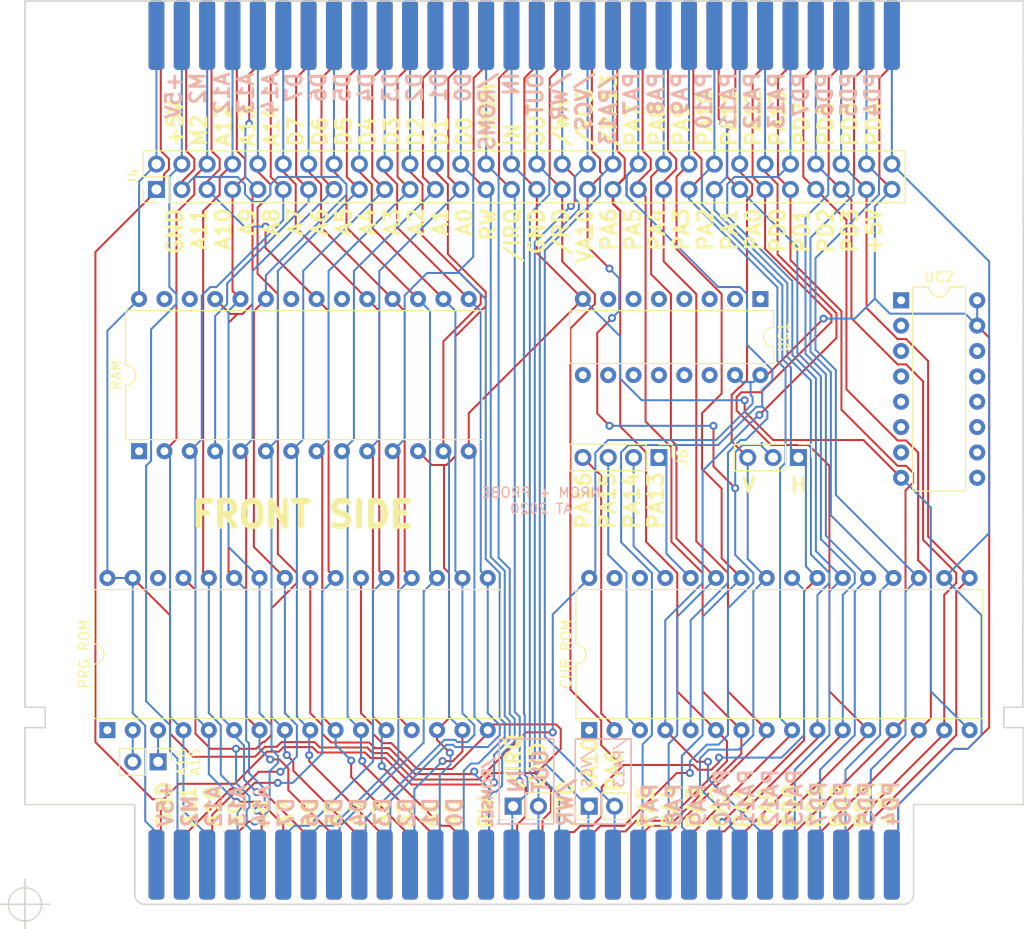
<source format=kicad_pcb>
(kicad_pcb (version 20171130) (host pcbnew "(5.1.4)-1")

  (general
    (thickness 1.6)
    (drawings 54)
    (tracks 1304)
    (zones 0)
    (modules 13)
    (nets 73)
  )

  (page A4)
  (layers
    (0 F.Cu signal)
    (31 B.Cu signal)
    (32 B.Adhes user)
    (33 F.Adhes user)
    (34 B.Paste user)
    (35 F.Paste user)
    (36 B.SilkS user)
    (37 F.SilkS user)
    (38 B.Mask user)
    (39 F.Mask user)
    (40 Dwgs.User user)
    (41 Cmts.User user)
    (42 Eco1.User user)
    (43 Eco2.User user)
    (44 Edge.Cuts user)
    (45 Margin user)
    (46 B.CrtYd user)
    (47 F.CrtYd user)
    (48 B.Fab user)
    (49 F.Fab user)
  )

  (setup
    (last_trace_width 0.2)
    (trace_clearance 0.2)
    (zone_clearance 0.508)
    (zone_45_only no)
    (trace_min 0.2)
    (via_size 0.8)
    (via_drill 0.4)
    (via_min_size 0.4)
    (via_min_drill 0.3)
    (uvia_size 0.3)
    (uvia_drill 0.1)
    (uvias_allowed no)
    (uvia_min_size 0.2)
    (uvia_min_drill 0.1)
    (edge_width 0.15)
    (segment_width 0.2)
    (pcb_text_width 0.3)
    (pcb_text_size 1.5 1.5)
    (mod_edge_width 0.15)
    (mod_text_size 1 1)
    (mod_text_width 0.15)
    (pad_size 1.6 1.6)
    (pad_drill 0.8)
    (pad_to_mask_clearance 0.051)
    (solder_mask_min_width 0.25)
    (aux_axis_origin 0 100)
    (visible_elements 7FFFFFFF)
    (pcbplotparams
      (layerselection 0x010f0_ffffffff)
      (usegerberextensions true)
      (usegerberattributes false)
      (usegerberadvancedattributes false)
      (creategerberjobfile false)
      (excludeedgelayer true)
      (linewidth 0.100000)
      (plotframeref false)
      (viasonmask false)
      (mode 1)
      (useauxorigin false)
      (hpglpennumber 1)
      (hpglpenspeed 20)
      (hpglpendiameter 15.000000)
      (psnegative false)
      (psa4output false)
      (plotreference true)
      (plotvalue true)
      (plotinvisibletext false)
      (padsonsilk false)
      (subtractmaskfromsilk false)
      (outputformat 1)
      (mirror false)
      (drillshape 0)
      (scaleselection 1)
      (outputdirectory "gerber/"))
  )

  (net 0 "")
  (net 1 IN)
  (net 2 OUT)
  (net 3 VRAMCS)
  (net 4 /PA13)
  (net 5 PA10)
  (net 6 VRAMA10)
  (net 7 PA11)
  (net 8 GND)
  (net 9 VCC)
  (net 10 A11)
  (net 11 F2)
  (net 12 A10)
  (net 13 A12)
  (net 14 A9)
  (net 15 A13)
  (net 16 A8)
  (net 17 A14)
  (net 18 A7)
  (net 19 D7)
  (net 20 A6)
  (net 21 D6)
  (net 22 A5)
  (net 23 D5)
  (net 24 A4)
  (net 25 D4)
  (net 26 A3)
  (net 27 D3)
  (net 28 A2)
  (net 29 D2)
  (net 30 A1)
  (net 31 D1)
  (net 32 A0)
  (net 33 D0)
  (net 34 RW)
  (net 35 ROMSEL)
  (net 36 IRQ)
  (net 37 RD)
  (net 38 WE)
  (net 39 PA6)
  (net 40 PA5)
  (net 41 PA7)
  (net 42 PA4)
  (net 43 PA8)
  (net 44 PA3)
  (net 45 PA9)
  (net 46 PA2)
  (net 47 PA1)
  (net 48 PA0)
  (net 49 PA12)
  (net 50 PD0)
  (net 51 PA13)
  (net 52 PD1)
  (net 53 PD7)
  (net 54 PD2)
  (net 55 PD6)
  (net 56 PD3)
  (net 57 PD5)
  (net 58 PD4)
  (net 59 "Net-(J5-Pad1)")
  (net 60 "Net-(J5-Pad2)")
  (net 61 "Net-(J6-Pad1)")
  (net 62 "Net-(J6-Pad2)")
  (net 63 "Net-(J6-Pad3)")
  (net 64 "Net-(J6-Pad4)")
  (net 65 "Net-(U3-Pad1)")
  (net 66 "Net-(U4-Pad1)")
  (net 67 "Net-(U4-Pad31)")
  (net 68 "Net-(U5-Pad1)")
  (net 69 "Net-(U5-Pad20)")
  (net 70 "Net-(U5-Pad22)")
  (net 71 "Net-(U5-Pad26)")
  (net 72 "Net-(U5-Pad27)")

  (net_class Default "これはデフォルトのネット クラスです。"
    (clearance 0.2)
    (trace_width 0.2)
    (via_dia 0.8)
    (via_drill 0.4)
    (uvia_dia 0.3)
    (uvia_drill 0.1)
    (add_net /PA13)
    (add_net A0)
    (add_net A1)
    (add_net A10)
    (add_net A11)
    (add_net A12)
    (add_net A13)
    (add_net A14)
    (add_net A2)
    (add_net A3)
    (add_net A4)
    (add_net A5)
    (add_net A6)
    (add_net A7)
    (add_net A8)
    (add_net A9)
    (add_net D0)
    (add_net D1)
    (add_net D2)
    (add_net D3)
    (add_net D4)
    (add_net D5)
    (add_net D6)
    (add_net D7)
    (add_net F2)
    (add_net GND)
    (add_net IN)
    (add_net IRQ)
    (add_net "Net-(J5-Pad1)")
    (add_net "Net-(J5-Pad2)")
    (add_net "Net-(J6-Pad1)")
    (add_net "Net-(J6-Pad2)")
    (add_net "Net-(J6-Pad3)")
    (add_net "Net-(J6-Pad4)")
    (add_net "Net-(U3-Pad1)")
    (add_net "Net-(U4-Pad1)")
    (add_net "Net-(U4-Pad31)")
    (add_net "Net-(U5-Pad1)")
    (add_net "Net-(U5-Pad20)")
    (add_net "Net-(U5-Pad22)")
    (add_net "Net-(U5-Pad26)")
    (add_net "Net-(U5-Pad27)")
    (add_net OUT)
    (add_net PA0)
    (add_net PA1)
    (add_net PA10)
    (add_net PA11)
    (add_net PA12)
    (add_net PA13)
    (add_net PA2)
    (add_net PA3)
    (add_net PA4)
    (add_net PA5)
    (add_net PA6)
    (add_net PA7)
    (add_net PA8)
    (add_net PA9)
    (add_net PD0)
    (add_net PD1)
    (add_net PD2)
    (add_net PD3)
    (add_net PD4)
    (add_net PD5)
    (add_net PD6)
    (add_net PD7)
    (add_net RD)
    (add_net ROMSEL)
    (add_net RW)
    (add_net VCC)
    (add_net VRAMA10)
    (add_net VRAMCS)
    (add_net WE)
  )

  (module Pin_Headers:Pin_Header_Straight_2x30_Pitch2.54mm (layer F.Cu) (tedit 59650533) (tstamp 5C46808B)
    (at 13.17 28.3962 90)
    (descr "Through hole straight pin header, 2x30, 2.54mm pitch, double rows")
    (tags "Through hole pin header THT 2x30 2.54mm double row")
    (path /5D9D922A)
    (fp_text reference J4 (at 1.27 -2.33 90) (layer F.SilkS)
      (effects (font (size 1 1) (thickness 0.15)))
    )
    (fp_text value TEST4 (at 1.27 75.99 90) (layer F.Fab)
      (effects (font (size 1 1) (thickness 0.15)))
    )
    (fp_line (start 0 -1.27) (end 3.81 -1.27) (layer F.Fab) (width 0.1))
    (fp_line (start 3.81 -1.27) (end 3.81 74.93) (layer F.Fab) (width 0.1))
    (fp_line (start 3.81 74.93) (end -1.27 74.93) (layer F.Fab) (width 0.1))
    (fp_line (start -1.27 74.93) (end -1.27 0) (layer F.Fab) (width 0.1))
    (fp_line (start -1.27 0) (end 0 -1.27) (layer F.Fab) (width 0.1))
    (fp_line (start -1.33 74.99) (end 3.87 74.99) (layer F.SilkS) (width 0.12))
    (fp_line (start -1.33 1.27) (end -1.33 74.99) (layer F.SilkS) (width 0.12))
    (fp_line (start 3.87 -1.33) (end 3.87 74.99) (layer F.SilkS) (width 0.12))
    (fp_line (start -1.33 1.27) (end 1.27 1.27) (layer F.SilkS) (width 0.12))
    (fp_line (start 1.27 1.27) (end 1.27 -1.33) (layer F.SilkS) (width 0.12))
    (fp_line (start 1.27 -1.33) (end 3.87 -1.33) (layer F.SilkS) (width 0.12))
    (fp_line (start -1.33 0) (end -1.33 -1.33) (layer F.SilkS) (width 0.12))
    (fp_line (start -1.33 -1.33) (end 0 -1.33) (layer F.SilkS) (width 0.12))
    (fp_line (start -1.8 -1.8) (end -1.8 75.45) (layer F.CrtYd) (width 0.05))
    (fp_line (start -1.8 75.45) (end 4.35 75.45) (layer F.CrtYd) (width 0.05))
    (fp_line (start 4.35 75.45) (end 4.35 -1.8) (layer F.CrtYd) (width 0.05))
    (fp_line (start 4.35 -1.8) (end -1.8 -1.8) (layer F.CrtYd) (width 0.05))
    (fp_text user %R (at 1.27 36.83 180) (layer F.Fab)
      (effects (font (size 1 1) (thickness 0.15)))
    )
    (pad 1 thru_hole rect (at 0 0 90) (size 1.7 1.7) (drill 1) (layers *.Cu *.Mask)
      (net 8 GND))
    (pad 2 thru_hole oval (at 2.54 0 90) (size 1.7 1.7) (drill 1) (layers *.Cu *.Mask)
      (net 9 VCC))
    (pad 3 thru_hole oval (at 0 2.54 90) (size 1.7 1.7) (drill 1) (layers *.Cu *.Mask)
      (net 10 A11))
    (pad 4 thru_hole oval (at 2.54 2.54 90) (size 1.7 1.7) (drill 1) (layers *.Cu *.Mask)
      (net 11 F2))
    (pad 5 thru_hole oval (at 0 5.08 90) (size 1.7 1.7) (drill 1) (layers *.Cu *.Mask)
      (net 12 A10))
    (pad 6 thru_hole oval (at 2.54 5.08 90) (size 1.7 1.7) (drill 1) (layers *.Cu *.Mask)
      (net 13 A12))
    (pad 7 thru_hole oval (at 0 7.62 90) (size 1.7 1.7) (drill 1) (layers *.Cu *.Mask)
      (net 14 A9))
    (pad 8 thru_hole oval (at 2.54 7.62 90) (size 1.7 1.7) (drill 1) (layers *.Cu *.Mask)
      (net 15 A13))
    (pad 9 thru_hole oval (at 0 10.16 90) (size 1.7 1.7) (drill 1) (layers *.Cu *.Mask)
      (net 16 A8))
    (pad 10 thru_hole oval (at 2.54 10.16 90) (size 1.7 1.7) (drill 1) (layers *.Cu *.Mask)
      (net 17 A14))
    (pad 11 thru_hole oval (at 0 12.7 90) (size 1.7 1.7) (drill 1) (layers *.Cu *.Mask)
      (net 18 A7))
    (pad 12 thru_hole oval (at 2.54 12.7 90) (size 1.7 1.7) (drill 1) (layers *.Cu *.Mask)
      (net 19 D7))
    (pad 13 thru_hole oval (at 0 15.24 90) (size 1.7 1.7) (drill 1) (layers *.Cu *.Mask)
      (net 20 A6))
    (pad 14 thru_hole oval (at 2.54 15.24 90) (size 1.7 1.7) (drill 1) (layers *.Cu *.Mask)
      (net 21 D6))
    (pad 15 thru_hole oval (at 0 17.78 90) (size 1.7 1.7) (drill 1) (layers *.Cu *.Mask)
      (net 22 A5))
    (pad 16 thru_hole oval (at 2.54 17.78 90) (size 1.7 1.7) (drill 1) (layers *.Cu *.Mask)
      (net 23 D5))
    (pad 17 thru_hole oval (at 0 20.32 90) (size 1.7 1.7) (drill 1) (layers *.Cu *.Mask)
      (net 24 A4))
    (pad 18 thru_hole oval (at 2.54 20.32 90) (size 1.7 1.7) (drill 1) (layers *.Cu *.Mask)
      (net 25 D4))
    (pad 19 thru_hole oval (at 0 22.86 90) (size 1.7 1.7) (drill 1) (layers *.Cu *.Mask)
      (net 26 A3))
    (pad 20 thru_hole oval (at 2.54 22.86 90) (size 1.7 1.7) (drill 1) (layers *.Cu *.Mask)
      (net 27 D3))
    (pad 21 thru_hole oval (at 0 25.4 90) (size 1.7 1.7) (drill 1) (layers *.Cu *.Mask)
      (net 28 A2))
    (pad 22 thru_hole oval (at 2.54 25.4 90) (size 1.7 1.7) (drill 1) (layers *.Cu *.Mask)
      (net 29 D2))
    (pad 23 thru_hole oval (at 0 27.94 90) (size 1.7 1.7) (drill 1) (layers *.Cu *.Mask)
      (net 30 A1))
    (pad 24 thru_hole oval (at 2.54 27.94 90) (size 1.7 1.7) (drill 1) (layers *.Cu *.Mask)
      (net 31 D1))
    (pad 25 thru_hole oval (at 0 30.48 90) (size 1.7 1.7) (drill 1) (layers *.Cu *.Mask)
      (net 32 A0))
    (pad 26 thru_hole oval (at 2.54 30.48 90) (size 1.7 1.7) (drill 1) (layers *.Cu *.Mask)
      (net 33 D0))
    (pad 27 thru_hole oval (at 0 33.02 90) (size 1.7 1.7) (drill 1) (layers *.Cu *.Mask)
      (net 34 RW))
    (pad 28 thru_hole oval (at 2.54 33.02 90) (size 1.7 1.7) (drill 1) (layers *.Cu *.Mask)
      (net 35 ROMSEL))
    (pad 29 thru_hole oval (at 0 35.56 90) (size 1.7 1.7) (drill 1) (layers *.Cu *.Mask)
      (net 36 IRQ))
    (pad 30 thru_hole oval (at 2.54 35.56 90) (size 1.7 1.7) (drill 1) (layers *.Cu *.Mask)
      (net 1 IN))
    (pad 31 thru_hole oval (at 0 38.1 90) (size 1.7 1.7) (drill 1) (layers *.Cu *.Mask)
      (net 8 GND))
    (pad 32 thru_hole oval (at 2.54 38.1 90) (size 1.7 1.7) (drill 1) (layers *.Cu *.Mask)
      (net 2 OUT))
    (pad 33 thru_hole oval (at 0 40.64 90) (size 1.7 1.7) (drill 1) (layers *.Cu *.Mask)
      (net 37 RD))
    (pad 34 thru_hole oval (at 2.54 40.64 90) (size 1.7 1.7) (drill 1) (layers *.Cu *.Mask)
      (net 38 WE))
    (pad 35 thru_hole oval (at 0 43.18 90) (size 1.7 1.7) (drill 1) (layers *.Cu *.Mask)
      (net 6 VRAMA10))
    (pad 36 thru_hole oval (at 2.54 43.18 90) (size 1.7 1.7) (drill 1) (layers *.Cu *.Mask)
      (net 3 VRAMCS))
    (pad 37 thru_hole oval (at 0 45.72 90) (size 1.7 1.7) (drill 1) (layers *.Cu *.Mask)
      (net 39 PA6))
    (pad 38 thru_hole oval (at 2.54 45.72 90) (size 1.7 1.7) (drill 1) (layers *.Cu *.Mask)
      (net 4 /PA13))
    (pad 39 thru_hole oval (at 0 48.26 90) (size 1.7 1.7) (drill 1) (layers *.Cu *.Mask)
      (net 40 PA5))
    (pad 40 thru_hole oval (at 2.54 48.26 90) (size 1.7 1.7) (drill 1) (layers *.Cu *.Mask)
      (net 41 PA7))
    (pad 41 thru_hole oval (at 0 50.8 90) (size 1.7 1.7) (drill 1) (layers *.Cu *.Mask)
      (net 42 PA4))
    (pad 42 thru_hole oval (at 2.54 50.8 90) (size 1.7 1.7) (drill 1) (layers *.Cu *.Mask)
      (net 43 PA8))
    (pad 43 thru_hole oval (at 0 53.34 90) (size 1.7 1.7) (drill 1) (layers *.Cu *.Mask)
      (net 44 PA3))
    (pad 44 thru_hole oval (at 2.54 53.34 90) (size 1.7 1.7) (drill 1) (layers *.Cu *.Mask)
      (net 45 PA9))
    (pad 45 thru_hole oval (at 0 55.88 90) (size 1.7 1.7) (drill 1) (layers *.Cu *.Mask)
      (net 46 PA2))
    (pad 46 thru_hole oval (at 2.54 55.88 90) (size 1.7 1.7) (drill 1) (layers *.Cu *.Mask)
      (net 5 PA10))
    (pad 47 thru_hole oval (at 0 58.42 90) (size 1.7 1.7) (drill 1) (layers *.Cu *.Mask)
      (net 47 PA1))
    (pad 48 thru_hole oval (at 2.54 58.42 90) (size 1.7 1.7) (drill 1) (layers *.Cu *.Mask)
      (net 7 PA11))
    (pad 49 thru_hole oval (at 0 60.96 90) (size 1.7 1.7) (drill 1) (layers *.Cu *.Mask)
      (net 48 PA0))
    (pad 50 thru_hole oval (at 2.54 60.96 90) (size 1.7 1.7) (drill 1) (layers *.Cu *.Mask)
      (net 49 PA12))
    (pad 51 thru_hole oval (at 0 63.5 90) (size 1.7 1.7) (drill 1) (layers *.Cu *.Mask)
      (net 50 PD0))
    (pad 52 thru_hole oval (at 2.54 63.5 90) (size 1.7 1.7) (drill 1) (layers *.Cu *.Mask)
      (net 51 PA13))
    (pad 53 thru_hole oval (at 0 66.04 90) (size 1.7 1.7) (drill 1) (layers *.Cu *.Mask)
      (net 52 PD1))
    (pad 54 thru_hole oval (at 2.54 66.04 90) (size 1.7 1.7) (drill 1) (layers *.Cu *.Mask)
      (net 53 PD7))
    (pad 55 thru_hole oval (at 0 68.58 90) (size 1.7 1.7) (drill 1) (layers *.Cu *.Mask)
      (net 54 PD2))
    (pad 56 thru_hole oval (at 2.54 68.58 90) (size 1.7 1.7) (drill 1) (layers *.Cu *.Mask)
      (net 55 PD6))
    (pad 57 thru_hole oval (at 0 71.12 90) (size 1.7 1.7) (drill 1) (layers *.Cu *.Mask)
      (net 56 PD3))
    (pad 58 thru_hole oval (at 2.54 71.12 90) (size 1.7 1.7) (drill 1) (layers *.Cu *.Mask)
      (net 57 PD5))
    (pad 59 thru_hole oval (at 0 73.66 90) (size 1.7 1.7) (drill 1) (layers *.Cu *.Mask)
      (net 9 VCC))
    (pad 60 thru_hole oval (at 2.54 73.66 90) (size 1.7 1.7) (drill 1) (layers *.Cu *.Mask)
      (net 58 PD4))
    (model ${KISYS3DMOD}/Pin_Headers.3dshapes/Pin_Header_Straight_2x30_Pitch2.54mm.wrl
      (at (xyz 0 0 0))
      (scale (xyz 1 1 1))
      (rotate (xyz 0 0 0))
    )
  )

  (module Housings_DIP:DIP-16_W7.62mm (layer F.Cu) (tedit 5F799243) (tstamp 5F79B76B)
    (at 87.757 39.497)
    (descr "16-lead though-hole mounted DIP package, row spacing 7.62 mm (300 mils)")
    (tags "THT DIP DIL PDIP 2.54mm 7.62mm 300mil")
    (fp_text reference UC2 (at 3.81 -2.33) (layer F.SilkS)
      (effects (font (size 1 1) (thickness 0.15)))
    )
    (fp_text value DIP-16_W7.62mm (at 3.81 20.11) (layer F.Fab)
      (effects (font (size 1 1) (thickness 0.15)))
    )
    (fp_arc (start 3.81 -1.33) (end 2.81 -1.33) (angle -180) (layer F.SilkS) (width 0.12))
    (fp_line (start 1.635 -1.27) (end 6.985 -1.27) (layer F.Fab) (width 0.1))
    (fp_line (start 6.985 -1.27) (end 6.985 19.05) (layer F.Fab) (width 0.1))
    (fp_line (start 6.985 19.05) (end 0.635 19.05) (layer F.Fab) (width 0.1))
    (fp_line (start 0.635 19.05) (end 0.635 -0.27) (layer F.Fab) (width 0.1))
    (fp_line (start 0.635 -0.27) (end 1.635 -1.27) (layer F.Fab) (width 0.1))
    (fp_line (start 2.81 -1.33) (end 1.16 -1.33) (layer F.SilkS) (width 0.12))
    (fp_line (start 1.16 -1.33) (end 1.16 19.11) (layer F.SilkS) (width 0.12))
    (fp_line (start 1.16 19.11) (end 6.46 19.11) (layer F.SilkS) (width 0.12))
    (fp_line (start 6.46 19.11) (end 6.46 -1.33) (layer F.SilkS) (width 0.12))
    (fp_line (start 6.46 -1.33) (end 4.81 -1.33) (layer F.SilkS) (width 0.12))
    (fp_line (start -1.1 -1.55) (end -1.1 19.3) (layer F.CrtYd) (width 0.05))
    (fp_line (start -1.1 19.3) (end 8.7 19.3) (layer F.CrtYd) (width 0.05))
    (fp_line (start 8.7 19.3) (end 8.7 -1.55) (layer F.CrtYd) (width 0.05))
    (fp_line (start 8.7 -1.55) (end -1.1 -1.55) (layer F.CrtYd) (width 0.05))
    (fp_text user %R (at 3.81 8.89) (layer F.Fab)
      (effects (font (size 1 1) (thickness 0.15)))
    )
    (pad 1 thru_hole rect (at 0 0) (size 1.6 1.6) (drill 0.8) (layers *.Cu *.Mask))
    (pad 9 thru_hole oval (at 7.62 17.78) (size 1.6 1.6) (drill 0.8) (layers *.Cu *.Mask))
    (pad 2 thru_hole oval (at 0 2.54) (size 1.6 1.6) (drill 0.8) (layers *.Cu *.Mask))
    (pad 10 thru_hole oval (at 7.62 15.24) (size 1.6 1.6) (drill 0.8) (layers *.Cu *.Mask))
    (pad 3 thru_hole oval (at 0 5.08) (size 1.6 1.6) (drill 0.8) (layers *.Cu *.Mask))
    (pad 11 thru_hole oval (at 7.62 12.7) (size 1.6 1.6) (drill 0.8) (layers *.Cu *.Mask))
    (pad 4 thru_hole oval (at 0 7.62) (size 1.6 1.6) (drill 0.8) (layers *.Cu *.Mask))
    (pad 12 thru_hole oval (at 7.62 10.16) (size 1.6 1.6) (drill 0.8) (layers *.Cu *.Mask))
    (pad 5 thru_hole oval (at 0 10.16) (size 1.6 1.6) (drill 0.8) (layers *.Cu *.Mask))
    (pad 13 thru_hole oval (at 7.62 7.62) (size 1.6 1.6) (drill 0.8) (layers *.Cu *.Mask))
    (pad 6 thru_hole oval (at 0 12.7) (size 1.6 1.6) (drill 0.8) (layers *.Cu *.Mask))
    (pad 14 thru_hole oval (at 7.62 5.08) (size 1.6 1.6) (drill 0.8) (layers *.Cu *.Mask))
    (pad 7 thru_hole oval (at 0 15.24) (size 1.6 1.6) (drill 0.8) (layers *.Cu *.Mask))
    (pad 15 thru_hole oval (at 7.62 2.54) (size 1.6 1.6) (drill 0.8) (layers *.Cu *.Mask)
      (net 9 VCC))
    (pad 8 thru_hole oval (at 0 17.78) (size 1.6 1.6) (drill 0.8) (layers *.Cu *.Mask)
      (net 8 GND))
    (pad 16 thru_hole oval (at 7.62 0) (size 1.6 1.6) (drill 0.8) (layers *.Cu *.Mask)
      (net 9 VCC))
    (model ${KISYS3DMOD}/Housings_DIP.3dshapes/DIP-16_W7.62mm.wrl
      (at (xyz 0 0 0))
      (scale (xyz 1 1 1))
      (rotate (xyz 0 0 0))
    )
  )

  (module Housings_DIP:DIP-16_W7.62mm (layer F.Cu) (tedit 5F799243) (tstamp 5F79A367)
    (at 73.66 39.37 270)
    (descr "16-lead though-hole mounted DIP package, row spacing 7.62 mm (300 mils)")
    (tags "THT DIP DIL PDIP 2.54mm 7.62mm 300mil")
    (fp_text reference UC1 (at 3.81 -2.33 270) (layer F.SilkS)
      (effects (font (size 1 1) (thickness 0.15)))
    )
    (fp_text value DIP-16_W7.62mm (at 3.81 20.11 90) (layer F.Fab)
      (effects (font (size 1 1) (thickness 0.15)))
    )
    (fp_text user %R (at 3.81 8.89 90) (layer F.Fab)
      (effects (font (size 1 1) (thickness 0.15)))
    )
    (fp_line (start 8.7 -1.55) (end -1.1 -1.55) (layer F.CrtYd) (width 0.05))
    (fp_line (start 8.7 19.3) (end 8.7 -1.55) (layer F.CrtYd) (width 0.05))
    (fp_line (start -1.1 19.3) (end 8.7 19.3) (layer F.CrtYd) (width 0.05))
    (fp_line (start -1.1 -1.55) (end -1.1 19.3) (layer F.CrtYd) (width 0.05))
    (fp_line (start 6.46 -1.33) (end 4.81 -1.33) (layer F.SilkS) (width 0.12))
    (fp_line (start 6.46 19.11) (end 6.46 -1.33) (layer F.SilkS) (width 0.12))
    (fp_line (start 1.16 19.11) (end 6.46 19.11) (layer F.SilkS) (width 0.12))
    (fp_line (start 1.16 -1.33) (end 1.16 19.11) (layer F.SilkS) (width 0.12))
    (fp_line (start 2.81 -1.33) (end 1.16 -1.33) (layer F.SilkS) (width 0.12))
    (fp_line (start 0.635 -0.27) (end 1.635 -1.27) (layer F.Fab) (width 0.1))
    (fp_line (start 0.635 19.05) (end 0.635 -0.27) (layer F.Fab) (width 0.1))
    (fp_line (start 6.985 19.05) (end 0.635 19.05) (layer F.Fab) (width 0.1))
    (fp_line (start 6.985 -1.27) (end 6.985 19.05) (layer F.Fab) (width 0.1))
    (fp_line (start 1.635 -1.27) (end 6.985 -1.27) (layer F.Fab) (width 0.1))
    (fp_arc (start 3.81 -1.33) (end 2.81 -1.33) (angle -180) (layer F.SilkS) (width 0.12))
    (pad 16 thru_hole oval (at 7.62 0 270) (size 1.6 1.6) (drill 0.8) (layers *.Cu *.Mask)
      (net 9 VCC))
    (pad 8 thru_hole oval (at 0 17.78 270) (size 1.6 1.6) (drill 0.8) (layers *.Cu *.Mask)
      (net 8 GND))
    (pad 15 thru_hole oval (at 7.62 2.54 270) (size 1.6 1.6) (drill 0.8) (layers *.Cu *.Mask)
      (net 9 VCC))
    (pad 7 thru_hole oval (at 0 15.24 270) (size 1.6 1.6) (drill 0.8) (layers *.Cu *.Mask))
    (pad 14 thru_hole oval (at 7.62 5.08 270) (size 1.6 1.6) (drill 0.8) (layers *.Cu *.Mask))
    (pad 6 thru_hole oval (at 0 12.7 270) (size 1.6 1.6) (drill 0.8) (layers *.Cu *.Mask))
    (pad 13 thru_hole oval (at 7.62 7.62 270) (size 1.6 1.6) (drill 0.8) (layers *.Cu *.Mask))
    (pad 5 thru_hole oval (at 0 10.16 270) (size 1.6 1.6) (drill 0.8) (layers *.Cu *.Mask))
    (pad 12 thru_hole oval (at 7.62 10.16 270) (size 1.6 1.6) (drill 0.8) (layers *.Cu *.Mask))
    (pad 4 thru_hole oval (at 0 7.62 270) (size 1.6 1.6) (drill 0.8) (layers *.Cu *.Mask))
    (pad 11 thru_hole oval (at 7.62 12.7 270) (size 1.6 1.6) (drill 0.8) (layers *.Cu *.Mask))
    (pad 3 thru_hole oval (at 0 5.08 270) (size 1.6 1.6) (drill 0.8) (layers *.Cu *.Mask))
    (pad 10 thru_hole oval (at 7.62 15.24 270) (size 1.6 1.6) (drill 0.8) (layers *.Cu *.Mask))
    (pad 2 thru_hole oval (at 0 2.54 270) (size 1.6 1.6) (drill 0.8) (layers *.Cu *.Mask))
    (pad 9 thru_hole oval (at 7.62 17.78 270) (size 1.6 1.6) (drill 0.8) (layers *.Cu *.Mask))
    (pad 1 thru_hole rect (at 0 0 270) (size 1.6 1.6) (drill 0.8) (layers *.Cu *.Mask))
    (model ${KISYS3DMOD}/Housings_DIP.3dshapes/DIP-16_W7.62mm.wrl
      (at (xyz 0 0 0))
      (scale (xyz 1 1 1))
      (rotate (xyz 0 0 0))
    )
  )

  (module Housings_DIP:DIP-28_W15.24mm (layer F.Cu) (tedit 59C78D6C) (tstamp 5F7995C5)
    (at 11.43 54.61 90)
    (descr "28-lead though-hole mounted DIP package, row spacing 15.24 mm (600 mils)")
    (tags "THT DIP DIL PDIP 2.54mm 15.24mm 600mil")
    (path /5FA8B19D)
    (fp_text reference RAM (at 7.62 -2.33 90) (layer F.SilkS)
      (effects (font (size 1 1) (thickness 0.15)))
    )
    (fp_text value 6264 (at 7.62 35.35 90) (layer F.Fab)
      (effects (font (size 1 1) (thickness 0.15)))
    )
    (fp_arc (start 7.62 -1.33) (end 6.62 -1.33) (angle -180) (layer F.SilkS) (width 0.12))
    (fp_line (start 1.255 -1.27) (end 14.985 -1.27) (layer F.Fab) (width 0.1))
    (fp_line (start 14.985 -1.27) (end 14.985 34.29) (layer F.Fab) (width 0.1))
    (fp_line (start 14.985 34.29) (end 0.255 34.29) (layer F.Fab) (width 0.1))
    (fp_line (start 0.255 34.29) (end 0.255 -0.27) (layer F.Fab) (width 0.1))
    (fp_line (start 0.255 -0.27) (end 1.255 -1.27) (layer F.Fab) (width 0.1))
    (fp_line (start 6.62 -1.33) (end 1.16 -1.33) (layer F.SilkS) (width 0.12))
    (fp_line (start 1.16 -1.33) (end 1.16 34.35) (layer F.SilkS) (width 0.12))
    (fp_line (start 1.16 34.35) (end 14.08 34.35) (layer F.SilkS) (width 0.12))
    (fp_line (start 14.08 34.35) (end 14.08 -1.33) (layer F.SilkS) (width 0.12))
    (fp_line (start 14.08 -1.33) (end 8.62 -1.33) (layer F.SilkS) (width 0.12))
    (fp_line (start -1.05 -1.55) (end -1.05 34.55) (layer F.CrtYd) (width 0.05))
    (fp_line (start -1.05 34.55) (end 16.3 34.55) (layer F.CrtYd) (width 0.05))
    (fp_line (start 16.3 34.55) (end 16.3 -1.55) (layer F.CrtYd) (width 0.05))
    (fp_line (start 16.3 -1.55) (end -1.05 -1.55) (layer F.CrtYd) (width 0.05))
    (fp_text user %R (at 7.62 16.51 90) (layer F.Fab)
      (effects (font (size 1 1) (thickness 0.15)))
    )
    (pad 1 thru_hole rect (at 0 0 90) (size 1.6 1.6) (drill 0.8) (layers *.Cu *.Mask)
      (net 68 "Net-(U5-Pad1)"))
    (pad 15 thru_hole oval (at 15.24 33.02 90) (size 1.6 1.6) (drill 0.8) (layers *.Cu *.Mask)
      (net 27 D3))
    (pad 2 thru_hole oval (at 0 2.54 90) (size 1.6 1.6) (drill 0.8) (layers *.Cu *.Mask)
      (net 13 A12))
    (pad 16 thru_hole oval (at 15.24 30.48 90) (size 1.6 1.6) (drill 0.8) (layers *.Cu *.Mask)
      (net 25 D4))
    (pad 3 thru_hole oval (at 0 5.08 90) (size 1.6 1.6) (drill 0.8) (layers *.Cu *.Mask)
      (net 18 A7))
    (pad 17 thru_hole oval (at 15.24 27.94 90) (size 1.6 1.6) (drill 0.8) (layers *.Cu *.Mask)
      (net 23 D5))
    (pad 4 thru_hole oval (at 0 7.62 90) (size 1.6 1.6) (drill 0.8) (layers *.Cu *.Mask)
      (net 20 A6))
    (pad 18 thru_hole oval (at 15.24 25.4 90) (size 1.6 1.6) (drill 0.8) (layers *.Cu *.Mask)
      (net 21 D6))
    (pad 5 thru_hole oval (at 0 10.16 90) (size 1.6 1.6) (drill 0.8) (layers *.Cu *.Mask)
      (net 22 A5))
    (pad 19 thru_hole oval (at 15.24 22.86 90) (size 1.6 1.6) (drill 0.8) (layers *.Cu *.Mask)
      (net 19 D7))
    (pad 6 thru_hole oval (at 0 12.7 90) (size 1.6 1.6) (drill 0.8) (layers *.Cu *.Mask)
      (net 24 A4))
    (pad 20 thru_hole oval (at 15.24 20.32 90) (size 1.6 1.6) (drill 0.8) (layers *.Cu *.Mask)
      (net 69 "Net-(U5-Pad20)"))
    (pad 7 thru_hole oval (at 0 15.24 90) (size 1.6 1.6) (drill 0.8) (layers *.Cu *.Mask)
      (net 26 A3))
    (pad 21 thru_hole oval (at 15.24 17.78 90) (size 1.6 1.6) (drill 0.8) (layers *.Cu *.Mask)
      (net 12 A10))
    (pad 8 thru_hole oval (at 0 17.78 90) (size 1.6 1.6) (drill 0.8) (layers *.Cu *.Mask)
      (net 28 A2))
    (pad 22 thru_hole oval (at 15.24 15.24 90) (size 1.6 1.6) (drill 0.8) (layers *.Cu *.Mask)
      (net 70 "Net-(U5-Pad22)"))
    (pad 9 thru_hole oval (at 0 20.32 90) (size 1.6 1.6) (drill 0.8) (layers *.Cu *.Mask)
      (net 30 A1))
    (pad 23 thru_hole oval (at 15.24 12.7 90) (size 1.6 1.6) (drill 0.8) (layers *.Cu *.Mask)
      (net 10 A11))
    (pad 10 thru_hole oval (at 0 22.86 90) (size 1.6 1.6) (drill 0.8) (layers *.Cu *.Mask)
      (net 32 A0))
    (pad 24 thru_hole oval (at 15.24 10.16 90) (size 1.6 1.6) (drill 0.8) (layers *.Cu *.Mask)
      (net 14 A9))
    (pad 11 thru_hole oval (at 0 25.4 90) (size 1.6 1.6) (drill 0.8) (layers *.Cu *.Mask)
      (net 33 D0))
    (pad 25 thru_hole oval (at 15.24 7.62 90) (size 1.6 1.6) (drill 0.8) (layers *.Cu *.Mask)
      (net 16 A8))
    (pad 12 thru_hole oval (at 0 27.94 90) (size 1.6 1.6) (drill 0.8) (layers *.Cu *.Mask)
      (net 31 D1))
    (pad 26 thru_hole oval (at 15.24 5.08 90) (size 1.6 1.6) (drill 0.8) (layers *.Cu *.Mask)
      (net 71 "Net-(U5-Pad26)"))
    (pad 13 thru_hole oval (at 0 30.48 90) (size 1.6 1.6) (drill 0.8) (layers *.Cu *.Mask)
      (net 29 D2))
    (pad 27 thru_hole oval (at 15.24 2.54 90) (size 1.6 1.6) (drill 0.8) (layers *.Cu *.Mask)
      (net 72 "Net-(U5-Pad27)"))
    (pad 14 thru_hole oval (at 0 33.02 90) (size 1.6 1.6) (drill 0.8) (layers *.Cu *.Mask)
      (net 8 GND))
    (pad 28 thru_hole oval (at 15.24 0 90) (size 1.6 1.6) (drill 0.8) (layers *.Cu *.Mask)
      (net 9 VCC))
    (model ${KISYS3DMOD}/Housings_DIP.3dshapes/DIP-28_W15.24mm.wrl
      (at (xyz 0 0 0))
      (scale (xyz 1 1 1))
      (rotate (xyz 0 0 0))
    )
  )

  (module Housings_DIP:DIP-32_W15.24mm (layer F.Cu) (tedit 59C78D6C) (tstamp 5F799B07)
    (at 56.515 82.55 90)
    (descr "32-lead though-hole mounted DIP package, row spacing 15.24 mm (600 mils)")
    (tags "THT DIP DIL PDIP 2.54mm 15.24mm 600mil")
    (path /5F8466AA)
    (fp_text reference "CHR ROM" (at 7.62 -2.33 90) (layer F.SilkS)
      (effects (font (size 1 1) (thickness 0.15)))
    )
    (fp_text value 29F010 (at 7.62 40.43 90) (layer F.Fab)
      (effects (font (size 1 1) (thickness 0.15)))
    )
    (fp_arc (start 7.62 -1.33) (end 6.62 -1.33) (angle -180) (layer F.SilkS) (width 0.12))
    (fp_line (start 1.255 -1.27) (end 14.985 -1.27) (layer F.Fab) (width 0.1))
    (fp_line (start 14.985 -1.27) (end 14.985 39.37) (layer F.Fab) (width 0.1))
    (fp_line (start 14.985 39.37) (end 0.255 39.37) (layer F.Fab) (width 0.1))
    (fp_line (start 0.255 39.37) (end 0.255 -0.27) (layer F.Fab) (width 0.1))
    (fp_line (start 0.255 -0.27) (end 1.255 -1.27) (layer F.Fab) (width 0.1))
    (fp_line (start 6.62 -1.33) (end 1.16 -1.33) (layer F.SilkS) (width 0.12))
    (fp_line (start 1.16 -1.33) (end 1.16 39.43) (layer F.SilkS) (width 0.12))
    (fp_line (start 1.16 39.43) (end 14.08 39.43) (layer F.SilkS) (width 0.12))
    (fp_line (start 14.08 39.43) (end 14.08 -1.33) (layer F.SilkS) (width 0.12))
    (fp_line (start 14.08 -1.33) (end 8.62 -1.33) (layer F.SilkS) (width 0.12))
    (fp_line (start -1.05 -1.55) (end -1.05 39.65) (layer F.CrtYd) (width 0.05))
    (fp_line (start -1.05 39.65) (end 16.3 39.65) (layer F.CrtYd) (width 0.05))
    (fp_line (start 16.3 39.65) (end 16.3 -1.55) (layer F.CrtYd) (width 0.05))
    (fp_line (start 16.3 -1.55) (end -1.05 -1.55) (layer F.CrtYd) (width 0.05))
    (fp_text user %R (at 7.62 19.05 90) (layer F.Fab)
      (effects (font (size 1 1) (thickness 0.15)))
    )
    (pad 1 thru_hole rect (at 0 0 90) (size 1.6 1.6) (drill 0.8) (layers *.Cu *.Mask)
      (net 66 "Net-(U4-Pad1)"))
    (pad 17 thru_hole oval (at 15.24 38.1 90) (size 1.6 1.6) (drill 0.8) (layers *.Cu *.Mask)
      (net 56 PD3))
    (pad 2 thru_hole oval (at 0 2.54 90) (size 1.6 1.6) (drill 0.8) (layers *.Cu *.Mask)
      (net 64 "Net-(J6-Pad4)"))
    (pad 18 thru_hole oval (at 15.24 35.56 90) (size 1.6 1.6) (drill 0.8) (layers *.Cu *.Mask)
      (net 58 PD4))
    (pad 3 thru_hole oval (at 0 5.08 90) (size 1.6 1.6) (drill 0.8) (layers *.Cu *.Mask)
      (net 63 "Net-(J6-Pad3)"))
    (pad 19 thru_hole oval (at 15.24 33.02 90) (size 1.6 1.6) (drill 0.8) (layers *.Cu *.Mask)
      (net 57 PD5))
    (pad 4 thru_hole oval (at 0 7.62 90) (size 1.6 1.6) (drill 0.8) (layers *.Cu *.Mask)
      (net 49 PA12))
    (pad 20 thru_hole oval (at 15.24 30.48 90) (size 1.6 1.6) (drill 0.8) (layers *.Cu *.Mask)
      (net 55 PD6))
    (pad 5 thru_hole oval (at 0 10.16 90) (size 1.6 1.6) (drill 0.8) (layers *.Cu *.Mask)
      (net 41 PA7))
    (pad 21 thru_hole oval (at 15.24 27.94 90) (size 1.6 1.6) (drill 0.8) (layers *.Cu *.Mask)
      (net 53 PD7))
    (pad 6 thru_hole oval (at 0 12.7 90) (size 1.6 1.6) (drill 0.8) (layers *.Cu *.Mask)
      (net 39 PA6))
    (pad 22 thru_hole oval (at 15.24 25.4 90) (size 1.6 1.6) (drill 0.8) (layers *.Cu *.Mask)
      (net 51 PA13))
    (pad 7 thru_hole oval (at 0 15.24 90) (size 1.6 1.6) (drill 0.8) (layers *.Cu *.Mask)
      (net 40 PA5))
    (pad 23 thru_hole oval (at 15.24 22.86 90) (size 1.6 1.6) (drill 0.8) (layers *.Cu *.Mask)
      (net 5 PA10))
    (pad 8 thru_hole oval (at 0 17.78 90) (size 1.6 1.6) (drill 0.8) (layers *.Cu *.Mask)
      (net 42 PA4))
    (pad 24 thru_hole oval (at 15.24 20.32 90) (size 1.6 1.6) (drill 0.8) (layers *.Cu *.Mask)
      (net 37 RD))
    (pad 9 thru_hole oval (at 0 20.32 90) (size 1.6 1.6) (drill 0.8) (layers *.Cu *.Mask)
      (net 44 PA3))
    (pad 25 thru_hole oval (at 15.24 17.78 90) (size 1.6 1.6) (drill 0.8) (layers *.Cu *.Mask)
      (net 7 PA11))
    (pad 10 thru_hole oval (at 0 22.86 90) (size 1.6 1.6) (drill 0.8) (layers *.Cu *.Mask)
      (net 46 PA2))
    (pad 26 thru_hole oval (at 15.24 15.24 90) (size 1.6 1.6) (drill 0.8) (layers *.Cu *.Mask)
      (net 45 PA9))
    (pad 11 thru_hole oval (at 0 25.4 90) (size 1.6 1.6) (drill 0.8) (layers *.Cu *.Mask)
      (net 47 PA1))
    (pad 27 thru_hole oval (at 15.24 12.7 90) (size 1.6 1.6) (drill 0.8) (layers *.Cu *.Mask)
      (net 43 PA8))
    (pad 12 thru_hole oval (at 0 27.94 90) (size 1.6 1.6) (drill 0.8) (layers *.Cu *.Mask)
      (net 48 PA0))
    (pad 28 thru_hole oval (at 15.24 10.16 90) (size 1.6 1.6) (drill 0.8) (layers *.Cu *.Mask)
      (net 61 "Net-(J6-Pad1)"))
    (pad 13 thru_hole oval (at 0 30.48 90) (size 1.6 1.6) (drill 0.8) (layers *.Cu *.Mask)
      (net 50 PD0))
    (pad 29 thru_hole oval (at 15.24 7.62 90) (size 1.6 1.6) (drill 0.8) (layers *.Cu *.Mask)
      (net 62 "Net-(J6-Pad2)"))
    (pad 14 thru_hole oval (at 0 33.02 90) (size 1.6 1.6) (drill 0.8) (layers *.Cu *.Mask)
      (net 52 PD1))
    (pad 30 thru_hole oval (at 15.24 5.08 90) (size 1.6 1.6) (drill 0.8) (layers *.Cu *.Mask))
    (pad 15 thru_hole oval (at 0 35.56 90) (size 1.6 1.6) (drill 0.8) (layers *.Cu *.Mask)
      (net 54 PD2))
    (pad 31 thru_hole oval (at 15.24 2.54 90) (size 1.6 1.6) (drill 0.8) (layers *.Cu *.Mask)
      (net 67 "Net-(U4-Pad31)"))
    (pad 16 thru_hole oval (at 0 38.1 90) (size 1.6 1.6) (drill 0.8) (layers *.Cu *.Mask)
      (net 8 GND))
    (pad 32 thru_hole oval (at 15.24 0 90) (size 1.6 1.6) (drill 0.8) (layers *.Cu *.Mask)
      (net 9 VCC))
    (model ${KISYS3DMOD}/Housings_DIP.3dshapes/DIP-32_W15.24mm.wrl
      (at (xyz 0 0 0))
      (scale (xyz 1 1 1))
      (rotate (xyz 0 0 0))
    )
  )

  (module Housings_DIP:DIP-32_W15.24mm (layer F.Cu) (tedit 59C78D6C) (tstamp 5F7995BF)
    (at 8.255 82.55 90)
    (descr "32-lead though-hole mounted DIP package, row spacing 15.24 mm (600 mils)")
    (tags "THT DIP DIL PDIP 2.54mm 15.24mm 600mil")
    (path /5F844DC7)
    (fp_text reference "PRG ROM" (at 7.62 -2.33 90) (layer F.SilkS)
      (effects (font (size 1 1) (thickness 0.15)))
    )
    (fp_text value 29F010 (at 7.62 40.43 90) (layer F.Fab)
      (effects (font (size 1 1) (thickness 0.15)))
    )
    (fp_arc (start 7.62 -1.33) (end 6.62 -1.33) (angle -180) (layer F.SilkS) (width 0.12))
    (fp_line (start 1.255 -1.27) (end 14.985 -1.27) (layer F.Fab) (width 0.1))
    (fp_line (start 14.985 -1.27) (end 14.985 39.37) (layer F.Fab) (width 0.1))
    (fp_line (start 14.985 39.37) (end 0.255 39.37) (layer F.Fab) (width 0.1))
    (fp_line (start 0.255 39.37) (end 0.255 -0.27) (layer F.Fab) (width 0.1))
    (fp_line (start 0.255 -0.27) (end 1.255 -1.27) (layer F.Fab) (width 0.1))
    (fp_line (start 6.62 -1.33) (end 1.16 -1.33) (layer F.SilkS) (width 0.12))
    (fp_line (start 1.16 -1.33) (end 1.16 39.43) (layer F.SilkS) (width 0.12))
    (fp_line (start 1.16 39.43) (end 14.08 39.43) (layer F.SilkS) (width 0.12))
    (fp_line (start 14.08 39.43) (end 14.08 -1.33) (layer F.SilkS) (width 0.12))
    (fp_line (start 14.08 -1.33) (end 8.62 -1.33) (layer F.SilkS) (width 0.12))
    (fp_line (start -1.05 -1.55) (end -1.05 39.65) (layer F.CrtYd) (width 0.05))
    (fp_line (start -1.05 39.65) (end 16.3 39.65) (layer F.CrtYd) (width 0.05))
    (fp_line (start 16.3 39.65) (end 16.3 -1.55) (layer F.CrtYd) (width 0.05))
    (fp_line (start 16.3 -1.55) (end -1.05 -1.55) (layer F.CrtYd) (width 0.05))
    (fp_text user %R (at 7.62 19.05 90) (layer F.Fab)
      (effects (font (size 1 1) (thickness 0.15)))
    )
    (pad 1 thru_hole rect (at 0 0 90) (size 1.6 1.6) (drill 0.8) (layers *.Cu *.Mask)
      (net 65 "Net-(U3-Pad1)"))
    (pad 17 thru_hole oval (at 15.24 38.1 90) (size 1.6 1.6) (drill 0.8) (layers *.Cu *.Mask)
      (net 27 D3))
    (pad 2 thru_hole oval (at 0 2.54 90) (size 1.6 1.6) (drill 0.8) (layers *.Cu *.Mask)
      (net 60 "Net-(J5-Pad2)"))
    (pad 18 thru_hole oval (at 15.24 35.56 90) (size 1.6 1.6) (drill 0.8) (layers *.Cu *.Mask)
      (net 25 D4))
    (pad 3 thru_hole oval (at 0 5.08 90) (size 1.6 1.6) (drill 0.8) (layers *.Cu *.Mask)
      (net 59 "Net-(J5-Pad1)"))
    (pad 19 thru_hole oval (at 15.24 33.02 90) (size 1.6 1.6) (drill 0.8) (layers *.Cu *.Mask)
      (net 23 D5))
    (pad 4 thru_hole oval (at 0 7.62 90) (size 1.6 1.6) (drill 0.8) (layers *.Cu *.Mask)
      (net 13 A12))
    (pad 20 thru_hole oval (at 15.24 30.48 90) (size 1.6 1.6) (drill 0.8) (layers *.Cu *.Mask)
      (net 21 D6))
    (pad 5 thru_hole oval (at 0 10.16 90) (size 1.6 1.6) (drill 0.8) (layers *.Cu *.Mask)
      (net 18 A7))
    (pad 21 thru_hole oval (at 15.24 27.94 90) (size 1.6 1.6) (drill 0.8) (layers *.Cu *.Mask)
      (net 19 D7))
    (pad 6 thru_hole oval (at 0 12.7 90) (size 1.6 1.6) (drill 0.8) (layers *.Cu *.Mask)
      (net 20 A6))
    (pad 22 thru_hole oval (at 15.24 25.4 90) (size 1.6 1.6) (drill 0.8) (layers *.Cu *.Mask)
      (net 8 GND))
    (pad 7 thru_hole oval (at 0 15.24 90) (size 1.6 1.6) (drill 0.8) (layers *.Cu *.Mask)
      (net 22 A5))
    (pad 23 thru_hole oval (at 15.24 22.86 90) (size 1.6 1.6) (drill 0.8) (layers *.Cu *.Mask)
      (net 12 A10))
    (pad 8 thru_hole oval (at 0 17.78 90) (size 1.6 1.6) (drill 0.8) (layers *.Cu *.Mask)
      (net 24 A4))
    (pad 24 thru_hole oval (at 15.24 20.32 90) (size 1.6 1.6) (drill 0.8) (layers *.Cu *.Mask)
      (net 35 ROMSEL))
    (pad 9 thru_hole oval (at 0 20.32 90) (size 1.6 1.6) (drill 0.8) (layers *.Cu *.Mask)
      (net 26 A3))
    (pad 25 thru_hole oval (at 15.24 17.78 90) (size 1.6 1.6) (drill 0.8) (layers *.Cu *.Mask)
      (net 10 A11))
    (pad 10 thru_hole oval (at 0 22.86 90) (size 1.6 1.6) (drill 0.8) (layers *.Cu *.Mask)
      (net 28 A2))
    (pad 26 thru_hole oval (at 15.24 15.24 90) (size 1.6 1.6) (drill 0.8) (layers *.Cu *.Mask)
      (net 14 A9))
    (pad 11 thru_hole oval (at 0 25.4 90) (size 1.6 1.6) (drill 0.8) (layers *.Cu *.Mask)
      (net 30 A1))
    (pad 27 thru_hole oval (at 15.24 12.7 90) (size 1.6 1.6) (drill 0.8) (layers *.Cu *.Mask)
      (net 16 A8))
    (pad 12 thru_hole oval (at 0 27.94 90) (size 1.6 1.6) (drill 0.8) (layers *.Cu *.Mask)
      (net 32 A0))
    (pad 28 thru_hole oval (at 15.24 10.16 90) (size 1.6 1.6) (drill 0.8) (layers *.Cu *.Mask)
      (net 15 A13))
    (pad 13 thru_hole oval (at 0 30.48 90) (size 1.6 1.6) (drill 0.8) (layers *.Cu *.Mask)
      (net 33 D0))
    (pad 29 thru_hole oval (at 15.24 7.62 90) (size 1.6 1.6) (drill 0.8) (layers *.Cu *.Mask)
      (net 17 A14))
    (pad 14 thru_hole oval (at 0 33.02 90) (size 1.6 1.6) (drill 0.8) (layers *.Cu *.Mask)
      (net 31 D1))
    (pad 30 thru_hole oval (at 15.24 5.08 90) (size 1.6 1.6) (drill 0.8) (layers *.Cu *.Mask))
    (pad 15 thru_hole oval (at 0 35.56 90) (size 1.6 1.6) (drill 0.8) (layers *.Cu *.Mask)
      (net 29 D2))
    (pad 31 thru_hole oval (at 15.24 2.54 90) (size 1.6 1.6) (drill 0.8) (layers *.Cu *.Mask)
      (net 9 VCC))
    (pad 16 thru_hole oval (at 0 38.1 90) (size 1.6 1.6) (drill 0.8) (layers *.Cu *.Mask)
      (net 8 GND))
    (pad 32 thru_hole oval (at 15.24 0 90) (size 1.6 1.6) (drill 0.8) (layers *.Cu *.Mask)
      (net 9 VCC))
    (model ${KISYS3DMOD}/Housings_DIP.3dshapes/DIP-32_W15.24mm.wrl
      (at (xyz 0 0 0))
      (scale (xyz 1 1 1))
      (rotate (xyz 0 0 0))
    )
  )

  (module Pin_Headers:Pin_Header_Straight_1x04_Pitch2.54mm (layer F.Cu) (tedit 59650532) (tstamp 5F7994C0)
    (at 63.5 55.245 270)
    (descr "Through hole straight pin header, 1x04, 2.54mm pitch, single row")
    (tags "Through hole pin header THT 1x04 2.54mm single row")
    (path /5FA74A71)
    (fp_text reference J6 (at 0 -2.33 90) (layer F.SilkS)
      (effects (font (size 1 1) (thickness 0.15)))
    )
    (fp_text value " " (at 0 9.95 90) (layer F.Fab)
      (effects (font (size 1 1) (thickness 0.15)))
    )
    (fp_line (start -0.635 -1.27) (end 1.27 -1.27) (layer F.Fab) (width 0.1))
    (fp_line (start 1.27 -1.27) (end 1.27 8.89) (layer F.Fab) (width 0.1))
    (fp_line (start 1.27 8.89) (end -1.27 8.89) (layer F.Fab) (width 0.1))
    (fp_line (start -1.27 8.89) (end -1.27 -0.635) (layer F.Fab) (width 0.1))
    (fp_line (start -1.27 -0.635) (end -0.635 -1.27) (layer F.Fab) (width 0.1))
    (fp_line (start -1.33 8.95) (end 1.33 8.95) (layer F.SilkS) (width 0.12))
    (fp_line (start -1.33 1.27) (end -1.33 8.95) (layer F.SilkS) (width 0.12))
    (fp_line (start 1.33 1.27) (end 1.33 8.95) (layer F.SilkS) (width 0.12))
    (fp_line (start -1.33 1.27) (end 1.33 1.27) (layer F.SilkS) (width 0.12))
    (fp_line (start -1.33 0) (end -1.33 -1.33) (layer F.SilkS) (width 0.12))
    (fp_line (start -1.33 -1.33) (end 0 -1.33) (layer F.SilkS) (width 0.12))
    (fp_line (start -1.8 -1.8) (end -1.8 9.4) (layer F.CrtYd) (width 0.05))
    (fp_line (start -1.8 9.4) (end 1.8 9.4) (layer F.CrtYd) (width 0.05))
    (fp_line (start 1.8 9.4) (end 1.8 -1.8) (layer F.CrtYd) (width 0.05))
    (fp_line (start 1.8 -1.8) (end -1.8 -1.8) (layer F.CrtYd) (width 0.05))
    (fp_text user %R (at 0 3.81) (layer F.Fab)
      (effects (font (size 1 1) (thickness 0.15)))
    )
    (pad 1 thru_hole rect (at 0 0 270) (size 1.7 1.7) (drill 1) (layers *.Cu *.Mask)
      (net 61 "Net-(J6-Pad1)"))
    (pad 2 thru_hole oval (at 0 2.54 270) (size 1.7 1.7) (drill 1) (layers *.Cu *.Mask)
      (net 62 "Net-(J6-Pad2)"))
    (pad 3 thru_hole oval (at 0 5.08 270) (size 1.7 1.7) (drill 1) (layers *.Cu *.Mask)
      (net 63 "Net-(J6-Pad3)"))
    (pad 4 thru_hole oval (at 0 7.62 270) (size 1.7 1.7) (drill 1) (layers *.Cu *.Mask)
      (net 64 "Net-(J6-Pad4)"))
    (model ${KISYS3DMOD}/Pin_Headers.3dshapes/Pin_Header_Straight_1x04_Pitch2.54mm.wrl
      (at (xyz 0 0 0))
      (scale (xyz 1 1 1))
      (rotate (xyz 0 0 0))
    )
  )

  (module Pin_Headers:Pin_Header_Straight_1x02_Pitch2.54mm (layer F.Cu) (tedit 59650532) (tstamp 5F7994BD)
    (at 13.335 85.725 270)
    (descr "Through hole straight pin header, 1x02, 2.54mm pitch, single row")
    (tags "Through hole pin header THT 1x02 2.54mm single row")
    (path /5FA77CDA)
    (fp_text reference A16 (at 0 -2.33 90) (layer F.SilkS)
      (effects (font (size 1 1) (thickness 0.15)))
    )
    (fp_text value " " (at 0 4.87 90) (layer F.Fab)
      (effects (font (size 1 1) (thickness 0.15)))
    )
    (fp_line (start -0.635 -1.27) (end 1.27 -1.27) (layer F.Fab) (width 0.1))
    (fp_line (start 1.27 -1.27) (end 1.27 3.81) (layer F.Fab) (width 0.1))
    (fp_line (start 1.27 3.81) (end -1.27 3.81) (layer F.Fab) (width 0.1))
    (fp_line (start -1.27 3.81) (end -1.27 -0.635) (layer F.Fab) (width 0.1))
    (fp_line (start -1.27 -0.635) (end -0.635 -1.27) (layer F.Fab) (width 0.1))
    (fp_line (start -1.33 3.87) (end 1.33 3.87) (layer F.SilkS) (width 0.12))
    (fp_line (start -1.33 1.27) (end -1.33 3.87) (layer F.SilkS) (width 0.12))
    (fp_line (start 1.33 1.27) (end 1.33 3.87) (layer F.SilkS) (width 0.12))
    (fp_line (start -1.33 1.27) (end 1.33 1.27) (layer F.SilkS) (width 0.12))
    (fp_line (start -1.33 0) (end -1.33 -1.33) (layer F.SilkS) (width 0.12))
    (fp_line (start -1.33 -1.33) (end 0 -1.33) (layer F.SilkS) (width 0.12))
    (fp_line (start -1.8 -1.8) (end -1.8 4.35) (layer F.CrtYd) (width 0.05))
    (fp_line (start -1.8 4.35) (end 1.8 4.35) (layer F.CrtYd) (width 0.05))
    (fp_line (start 1.8 4.35) (end 1.8 -1.8) (layer F.CrtYd) (width 0.05))
    (fp_line (start 1.8 -1.8) (end -1.8 -1.8) (layer F.CrtYd) (width 0.05))
    (fp_text user %R (at 0 1.27) (layer F.Fab)
      (effects (font (size 1 1) (thickness 0.15)))
    )
    (pad 1 thru_hole rect (at 0 0 270) (size 1.7 1.7) (drill 1) (layers *.Cu *.Mask)
      (net 59 "Net-(J5-Pad1)"))
    (pad 2 thru_hole oval (at 0 2.54 270) (size 1.7 1.7) (drill 1) (layers *.Cu *.Mask)
      (net 60 "Net-(J5-Pad2)"))
    (model ${KISYS3DMOD}/Pin_Headers.3dshapes/Pin_Header_Straight_1x02_Pitch2.54mm.wrl
      (at (xyz 0 0 0))
      (scale (xyz 1 1 1))
      (rotate (xyz 0 0 0))
    )
  )

  (module Pin_Headers:Pin_Header_Straight_1x03_Pitch2.54mm (layer F.Cu) (tedit 59650532) (tstamp 5F799418)
    (at 77.47 55.245 270)
    (descr "Through hole straight pin header, 1x03, 2.54mm pitch, single row")
    (tags "Through hole pin header THT 1x03 2.54mm single row")
    (path /5FA6E41D)
    (fp_text reference " " (at 0 -2.33 90) (layer F.SilkS)
      (effects (font (size 1 1) (thickness 0.15)))
    )
    (fp_text value Conn_01x03_Male (at 0 7.41 90) (layer F.Fab)
      (effects (font (size 1 1) (thickness 0.15)))
    )
    (fp_line (start -0.635 -1.27) (end 1.27 -1.27) (layer F.Fab) (width 0.1))
    (fp_line (start 1.27 -1.27) (end 1.27 6.35) (layer F.Fab) (width 0.1))
    (fp_line (start 1.27 6.35) (end -1.27 6.35) (layer F.Fab) (width 0.1))
    (fp_line (start -1.27 6.35) (end -1.27 -0.635) (layer F.Fab) (width 0.1))
    (fp_line (start -1.27 -0.635) (end -0.635 -1.27) (layer F.Fab) (width 0.1))
    (fp_line (start -1.33 6.41) (end 1.33 6.41) (layer F.SilkS) (width 0.12))
    (fp_line (start -1.33 1.27) (end -1.33 6.41) (layer F.SilkS) (width 0.12))
    (fp_line (start 1.33 1.27) (end 1.33 6.41) (layer F.SilkS) (width 0.12))
    (fp_line (start -1.33 1.27) (end 1.33 1.27) (layer F.SilkS) (width 0.12))
    (fp_line (start -1.33 0) (end -1.33 -1.33) (layer F.SilkS) (width 0.12))
    (fp_line (start -1.33 -1.33) (end 0 -1.33) (layer F.SilkS) (width 0.12))
    (fp_line (start -1.8 -1.8) (end -1.8 6.85) (layer F.CrtYd) (width 0.05))
    (fp_line (start -1.8 6.85) (end 1.8 6.85) (layer F.CrtYd) (width 0.05))
    (fp_line (start 1.8 6.85) (end 1.8 -1.8) (layer F.CrtYd) (width 0.05))
    (fp_line (start 1.8 -1.8) (end -1.8 -1.8) (layer F.CrtYd) (width 0.05))
    (fp_text user %R (at 0 2.54) (layer F.Fab)
      (effects (font (size 1 1) (thickness 0.15)))
    )
    (pad 1 thru_hole rect (at 0 0 270) (size 1.7 1.7) (drill 1) (layers *.Cu *.Mask)
      (net 5 PA10))
    (pad 2 thru_hole oval (at 0 2.54 270) (size 1.7 1.7) (drill 1) (layers *.Cu *.Mask)
      (net 6 VRAMA10))
    (pad 3 thru_hole oval (at 0 5.08 270) (size 1.7 1.7) (drill 1) (layers *.Cu *.Mask)
      (net 7 PA11))
    (model ${KISYS3DMOD}/Pin_Headers.3dshapes/Pin_Header_Straight_1x03_Pitch2.54mm.wrl
      (at (xyz 0 0 0))
      (scale (xyz 1 1 1))
      (rotate (xyz 0 0 0))
    )
  )

  (module Pin_Headers:Pin_Header_Straight_1x02_Pitch2.54mm (layer F.Cu) (tedit 59650532) (tstamp 5F799415)
    (at 56.515 90.17 90)
    (descr "Through hole straight pin header, 1x02, 2.54mm pitch, single row")
    (tags "Through hole pin header THT 1x02 2.54mm single row")
    (path /5FA5FD60)
    (fp_text reference " " (at 0 -2.33 90) (layer F.SilkS)
      (effects (font (size 1 1) (thickness 0.15)))
    )
    (fp_text value Conn_01x02_Male (at 0 4.87 90) (layer F.Fab)
      (effects (font (size 1 1) (thickness 0.15)))
    )
    (fp_line (start -0.635 -1.27) (end 1.27 -1.27) (layer F.Fab) (width 0.1))
    (fp_line (start 1.27 -1.27) (end 1.27 3.81) (layer F.Fab) (width 0.1))
    (fp_line (start 1.27 3.81) (end -1.27 3.81) (layer F.Fab) (width 0.1))
    (fp_line (start -1.27 3.81) (end -1.27 -0.635) (layer F.Fab) (width 0.1))
    (fp_line (start -1.27 -0.635) (end -0.635 -1.27) (layer F.Fab) (width 0.1))
    (fp_line (start -1.33 3.87) (end 1.33 3.87) (layer F.SilkS) (width 0.12))
    (fp_line (start -1.33 1.27) (end -1.33 3.87) (layer F.SilkS) (width 0.12))
    (fp_line (start 1.33 1.27) (end 1.33 3.87) (layer F.SilkS) (width 0.12))
    (fp_line (start -1.33 1.27) (end 1.33 1.27) (layer F.SilkS) (width 0.12))
    (fp_line (start -1.33 0) (end -1.33 -1.33) (layer F.SilkS) (width 0.12))
    (fp_line (start -1.33 -1.33) (end 0 -1.33) (layer F.SilkS) (width 0.12))
    (fp_line (start -1.8 -1.8) (end -1.8 4.35) (layer F.CrtYd) (width 0.05))
    (fp_line (start -1.8 4.35) (end 1.8 4.35) (layer F.CrtYd) (width 0.05))
    (fp_line (start 1.8 4.35) (end 1.8 -1.8) (layer F.CrtYd) (width 0.05))
    (fp_line (start 1.8 -1.8) (end -1.8 -1.8) (layer F.CrtYd) (width 0.05))
    (fp_text user %R (at 0 1.27) (layer F.Fab)
      (effects (font (size 1 1) (thickness 0.15)))
    )
    (pad 1 thru_hole rect (at 0 0 90) (size 1.7 1.7) (drill 1) (layers *.Cu *.Mask)
      (net 3 VRAMCS))
    (pad 2 thru_hole oval (at 0 2.54 90) (size 1.7 1.7) (drill 1) (layers *.Cu *.Mask)
      (net 4 /PA13))
    (model ${KISYS3DMOD}/Pin_Headers.3dshapes/Pin_Header_Straight_1x02_Pitch2.54mm.wrl
      (at (xyz 0 0 0))
      (scale (xyz 1 1 1))
      (rotate (xyz 0 0 0))
    )
  )

  (module Pin_Headers:Pin_Header_Straight_1x02_Pitch2.54mm (layer F.Cu) (tedit 59650532) (tstamp 5F799412)
    (at 48.895 90.17 90)
    (descr "Through hole straight pin header, 1x02, 2.54mm pitch, single row")
    (tags "Through hole pin header THT 1x02 2.54mm single row")
    (path /5FA5CB65)
    (fp_text reference " " (at 0 -2.33 90) (layer F.SilkS)
      (effects (font (size 1 1) (thickness 0.15)))
    )
    (fp_text value Conn_01x02_Male (at 0 4.87 90) (layer F.Fab)
      (effects (font (size 1 1) (thickness 0.15)))
    )
    (fp_line (start -0.635 -1.27) (end 1.27 -1.27) (layer F.Fab) (width 0.1))
    (fp_line (start 1.27 -1.27) (end 1.27 3.81) (layer F.Fab) (width 0.1))
    (fp_line (start 1.27 3.81) (end -1.27 3.81) (layer F.Fab) (width 0.1))
    (fp_line (start -1.27 3.81) (end -1.27 -0.635) (layer F.Fab) (width 0.1))
    (fp_line (start -1.27 -0.635) (end -0.635 -1.27) (layer F.Fab) (width 0.1))
    (fp_line (start -1.33 3.87) (end 1.33 3.87) (layer F.SilkS) (width 0.12))
    (fp_line (start -1.33 1.27) (end -1.33 3.87) (layer F.SilkS) (width 0.12))
    (fp_line (start 1.33 1.27) (end 1.33 3.87) (layer F.SilkS) (width 0.12))
    (fp_line (start -1.33 1.27) (end 1.33 1.27) (layer F.SilkS) (width 0.12))
    (fp_line (start -1.33 0) (end -1.33 -1.33) (layer F.SilkS) (width 0.12))
    (fp_line (start -1.33 -1.33) (end 0 -1.33) (layer F.SilkS) (width 0.12))
    (fp_line (start -1.8 -1.8) (end -1.8 4.35) (layer F.CrtYd) (width 0.05))
    (fp_line (start -1.8 4.35) (end 1.8 4.35) (layer F.CrtYd) (width 0.05))
    (fp_line (start 1.8 4.35) (end 1.8 -1.8) (layer F.CrtYd) (width 0.05))
    (fp_line (start 1.8 -1.8) (end -1.8 -1.8) (layer F.CrtYd) (width 0.05))
    (fp_text user %R (at 0 1.27) (layer F.Fab)
      (effects (font (size 1 1) (thickness 0.15)))
    )
    (pad 1 thru_hole rect (at 0 0 90) (size 1.7 1.7) (drill 1) (layers *.Cu *.Mask)
      (net 1 IN))
    (pad 2 thru_hole oval (at 0 2.54 90) (size 1.7 1.7) (drill 1) (layers *.Cu *.Mask)
      (net 2 OUT))
    (model ${KISYS3DMOD}/Pin_Headers.3dshapes/Pin_Header_Straight_1x02_Pitch2.54mm.wrl
      (at (xyz 0 0 0))
      (scale (xyz 1 1 1))
      (rotate (xyz 0 0 0))
    )
  )

  (module ryuk_org_lib:BUS_FC_60 (layer F.Cu) (tedit 5BA82D03) (tstamp 5C44F998)
    (at 50 9.69)
    (path /5C445F0F)
    (fp_text reference " " (at 3.81 9.23) (layer F.SilkS)
      (effects (font (size 1 1) (thickness 0.2)))
    )
    (fp_text value BUS_FC60 (at -6.19 9.23) (layer F.Fab)
      (effects (font (size 1 1) (thickness 0.2)))
    )
    (pad 1 smd roundrect (at -36.83 3.23) (size 1.6 7) (layers F.Cu F.Paste F.Mask) (roundrect_rratio 0.25)
      (net 8 GND))
    (pad 2 smd roundrect (at -34.29 3.23) (size 1.6 7) (layers F.Cu F.Paste F.Mask) (roundrect_rratio 0.25)
      (net 10 A11))
    (pad 4 smd roundrect (at -29.21 3.23) (size 1.6 7) (layers F.Cu F.Paste F.Mask) (roundrect_rratio 0.25)
      (net 14 A9))
    (pad 3 smd roundrect (at -31.75 3.23) (size 1.6 7) (layers F.Cu F.Paste F.Mask) (roundrect_rratio 0.25)
      (net 12 A10))
    (pad 8 smd roundrect (at -19.05 3.23) (size 1.6 7) (layers F.Cu F.Paste F.Mask) (roundrect_rratio 0.25)
      (net 22 A5))
    (pad 6 smd roundrect (at -24.13 3.23) (size 1.6 7) (layers F.Cu F.Paste F.Mask) (roundrect_rratio 0.25)
      (net 18 A7))
    (pad 7 smd roundrect (at -21.59 3.23) (size 1.6 7) (layers F.Cu F.Paste F.Mask) (roundrect_rratio 0.25)
      (net 20 A6))
    (pad 5 smd roundrect (at -26.67 3.23) (size 1.6 7) (layers F.Cu F.Paste F.Mask) (roundrect_rratio 0.25)
      (net 16 A8))
    (pad 12 smd roundrect (at -8.89 3.23) (size 1.6 7) (layers F.Cu F.Paste F.Mask) (roundrect_rratio 0.25)
      (net 30 A1))
    (pad 10 smd roundrect (at -13.97 3.23) (size 1.6 7) (layers F.Cu F.Paste F.Mask) (roundrect_rratio 0.25)
      (net 26 A3))
    (pad 15 smd roundrect (at -1.27 3.23) (size 1.6 7) (layers F.Cu F.Paste F.Mask) (roundrect_rratio 0.25)
      (net 36 IRQ))
    (pad 11 smd roundrect (at -11.43 3.23) (size 1.6 7) (layers F.Cu F.Paste F.Mask) (roundrect_rratio 0.25)
      (net 28 A2))
    (pad 14 smd roundrect (at -3.81 3.23) (size 1.6 7) (layers F.Cu F.Paste F.Mask) (roundrect_rratio 0.25)
      (net 34 RW))
    (pad 13 smd roundrect (at -6.35 3.23) (size 1.6 7) (layers F.Cu F.Paste F.Mask) (roundrect_rratio 0.25)
      (net 32 A0))
    (pad 9 smd roundrect (at -16.51 3.23) (size 1.6 7) (layers F.Cu F.Paste F.Mask) (roundrect_rratio 0.25)
      (net 24 A4))
    (pad 24 smd roundrect (at 21.59 3.23) (size 1.6 7) (layers F.Cu F.Paste F.Mask) (roundrect_rratio 0.25)
      (net 47 PA1))
    (pad 19 smd roundrect (at 8.89 3.23) (size 1.6 7) (layers F.Cu F.Paste F.Mask) (roundrect_rratio 0.25)
      (net 39 PA6))
    (pad 27 smd roundrect (at 29.21 3.23) (size 1.6 7) (layers F.Cu F.Paste F.Mask) (roundrect_rratio 0.25)
      (net 52 PD1))
    (pad 17 smd roundrect (at 3.81 3.23) (size 1.6 7) (layers F.Cu F.Paste F.Mask) (roundrect_rratio 0.25)
      (net 37 RD))
    (pad 22 smd roundrect (at 16.51 3.23) (size 1.6 7) (layers F.Cu F.Paste F.Mask) (roundrect_rratio 0.25)
      (net 44 PA3))
    (pad 25 smd roundrect (at 24.13 3.23) (size 1.6 7) (layers F.Cu F.Paste F.Mask) (roundrect_rratio 0.25)
      (net 48 PA0))
    (pad 18 smd roundrect (at 6.35 3.23) (size 1.6 7) (layers F.Cu F.Paste F.Mask) (roundrect_rratio 0.25)
      (net 6 VRAMA10))
    (pad 23 smd roundrect (at 19.05 3.23) (size 1.6 7) (layers F.Cu F.Paste F.Mask) (roundrect_rratio 0.25)
      (net 46 PA2))
    (pad 26 smd roundrect (at 26.67 3.23) (size 1.6 7) (layers F.Cu F.Paste F.Mask) (roundrect_rratio 0.25)
      (net 50 PD0))
    (pad 30 smd roundrect (at 36.83 3.23) (size 1.6 7) (layers F.Cu F.Paste F.Mask) (roundrect_rratio 0.25)
      (net 9 VCC))
    (pad 21 smd roundrect (at 13.97 3.23) (size 1.6 7) (layers F.Cu F.Paste F.Mask) (roundrect_rratio 0.25)
      (net 42 PA4))
    (pad 20 smd roundrect (at 11.43 3.23) (size 1.6 7) (layers F.Cu F.Paste F.Mask) (roundrect_rratio 0.25)
      (net 40 PA5))
    (pad 28 smd roundrect (at 31.75 3.23) (size 1.6 7) (layers F.Cu F.Paste F.Mask) (roundrect_rratio 0.25)
      (net 54 PD2))
    (pad 29 smd roundrect (at 34.29 3.23) (size 1.6 7) (layers F.Cu F.Paste F.Mask) (roundrect_rratio 0.25)
      (net 56 PD3))
    (pad 16 smd roundrect (at 1.27 3.23) (size 1.6 7) (layers F.Cu F.Paste F.Mask) (roundrect_rratio 0.25)
      (net 8 GND))
    (pad 54 smd roundrect (at 21.59 3.23) (size 1.6 7) (layers B.Cu B.Paste B.Mask) (roundrect_rratio 0.25)
      (net 7 PA11))
    (pad 33 smd roundrect (at -31.75 3.23) (size 1.6 7) (layers B.Cu B.Paste B.Mask) (roundrect_rratio 0.25)
      (net 13 A12))
    (pad 35 smd roundrect (at -26.67 3.23) (size 1.6 7) (layers B.Cu B.Paste B.Mask) (roundrect_rratio 0.25)
      (net 17 A14))
    (pad 49 smd roundrect (at 8.89 3.23) (size 1.6 7) (layers B.Cu B.Paste B.Mask) (roundrect_rratio 0.25)
      (net 4 /PA13))
    (pad 48 smd roundrect (at 6.35 3.23) (size 1.6 7) (layers B.Cu B.Paste B.Mask) (roundrect_rratio 0.25)
      (net 3 VRAMCS))
    (pad 53 smd roundrect (at 19.05 3.23) (size 1.6 7) (layers B.Cu B.Paste B.Mask) (roundrect_rratio 0.25)
      (net 5 PA10))
    (pad 56 smd roundrect (at 26.67 3.23) (size 1.6 7) (layers B.Cu B.Paste B.Mask) (roundrect_rratio 0.25)
      (net 51 PA13))
    (pad 60 smd roundrect (at 36.83 3.23) (size 1.6 7) (layers B.Cu B.Paste B.Mask) (roundrect_rratio 0.25)
      (net 58 PD4))
    (pad 51 smd roundrect (at 13.97 3.23) (size 1.6 7) (layers B.Cu B.Paste B.Mask) (roundrect_rratio 0.25)
      (net 43 PA8))
    (pad 47 smd roundrect (at 3.81 3.23) (size 1.6 7) (layers B.Cu B.Paste B.Mask) (roundrect_rratio 0.25)
      (net 38 WE))
    (pad 58 smd roundrect (at 31.75 3.23) (size 1.6 7) (layers B.Cu B.Paste B.Mask) (roundrect_rratio 0.25)
      (net 55 PD6))
    (pad 41 smd roundrect (at -11.43 3.23) (size 1.6 7) (layers B.Cu B.Paste B.Mask) (roundrect_rratio 0.25)
      (net 29 D2))
    (pad 38 smd roundrect (at -19.05 3.23) (size 1.6 7) (layers B.Cu B.Paste B.Mask) (roundrect_rratio 0.25)
      (net 23 D5))
    (pad 55 smd roundrect (at 24.13 3.23) (size 1.6 7) (layers B.Cu B.Paste B.Mask) (roundrect_rratio 0.25)
      (net 49 PA12))
    (pad 40 smd roundrect (at -13.97 3.23) (size 1.6 7) (layers B.Cu B.Paste B.Mask) (roundrect_rratio 0.25)
      (net 27 D3))
    (pad 43 smd roundrect (at -6.35 3.23) (size 1.6 7) (layers B.Cu B.Paste B.Mask) (roundrect_rratio 0.25)
      (net 33 D0))
    (pad 44 smd roundrect (at -3.81 3.23) (size 1.6 7) (layers B.Cu B.Paste B.Mask) (roundrect_rratio 0.25)
      (net 35 ROMSEL))
    (pad 59 smd roundrect (at 34.29 3.23) (size 1.6 7) (layers B.Cu B.Paste B.Mask) (roundrect_rratio 0.25)
      (net 57 PD5))
    (pad 39 smd roundrect (at -16.51 3.23) (size 1.6 7) (layers B.Cu B.Paste B.Mask) (roundrect_rratio 0.25)
      (net 25 D4))
    (pad 50 smd roundrect (at 11.43 3.23) (size 1.6 7) (layers B.Cu B.Paste B.Mask) (roundrect_rratio 0.25)
      (net 41 PA7))
    (pad 45 smd roundrect (at -1.27 3.23) (size 1.6 7) (layers B.Cu B.Paste B.Mask) (roundrect_rratio 0.25)
      (net 1 IN))
    (pad 52 smd roundrect (at 16.51 3.23) (size 1.6 7) (layers B.Cu B.Paste B.Mask) (roundrect_rratio 0.25)
      (net 45 PA9))
    (pad 42 smd roundrect (at -8.89 3.23) (size 1.6 7) (layers B.Cu B.Paste B.Mask) (roundrect_rratio 0.25)
      (net 31 D1))
    (pad 46 smd roundrect (at 1.27 3.23) (size 1.6 7) (layers B.Cu B.Paste B.Mask) (roundrect_rratio 0.25)
      (net 2 OUT))
    (pad 37 smd roundrect (at -21.59 3.23) (size 1.6 7) (layers B.Cu B.Paste B.Mask) (roundrect_rratio 0.25)
      (net 21 D6))
    (pad 31 smd roundrect (at -36.83 3.23) (size 1.6 7) (layers B.Cu B.Paste B.Mask) (roundrect_rratio 0.25)
      (net 9 VCC))
    (pad 32 smd roundrect (at -34.29 3.23) (size 1.6 7) (layers B.Cu B.Paste B.Mask) (roundrect_rratio 0.25)
      (net 11 F2))
    (pad 36 smd roundrect (at -24.13 3.23) (size 1.6 7) (layers B.Cu B.Paste B.Mask) (roundrect_rratio 0.25)
      (net 19 D7))
    (pad 57 smd roundrect (at 29.21 3.23) (size 1.6 7) (layers B.Cu B.Paste B.Mask) (roundrect_rratio 0.25)
      (net 53 PD7))
    (pad 34 smd roundrect (at -29.21 3.23) (size 1.6 7) (layers B.Cu B.Paste B.Mask) (roundrect_rratio 0.25)
      (net 15 A13))
  )

  (module ryuk_org_lib:BUS_FC_60 (layer F.Cu) (tedit 5C446833) (tstamp 5C44F9D8)
    (at 50 92.8)
    (path /5C445F73)
    (fp_text reference " " (at 5.08 -2.54) (layer F.SilkS)
      (effects (font (size 1 1) (thickness 0.2)))
    )
    (fp_text value " " (at -5.08 -2.54) (layer F.SilkS)
      (effects (font (size 1 1) (thickness 0.2)))
    )
    (pad 34 smd roundrect (at -29.21 3.23) (size 1.6 7) (layers B.Cu B.Paste B.Mask) (roundrect_rratio 0.25)
      (net 15 A13))
    (pad 57 smd roundrect (at 29.21 3.23) (size 1.6 7) (layers B.Cu B.Paste B.Mask) (roundrect_rratio 0.25)
      (net 53 PD7))
    (pad 36 smd roundrect (at -24.13 3.23) (size 1.6 7) (layers B.Cu B.Paste B.Mask) (roundrect_rratio 0.25)
      (net 19 D7))
    (pad 32 smd roundrect (at -34.29 3.23) (size 1.6 7) (layers B.Cu B.Paste B.Mask) (roundrect_rratio 0.25)
      (net 11 F2))
    (pad 31 smd roundrect (at -36.83 3.23) (size 1.6 7) (layers B.Cu B.Paste B.Mask) (roundrect_rratio 0.25)
      (net 9 VCC))
    (pad 37 smd roundrect (at -21.59 3.23) (size 1.6 7) (layers B.Cu B.Paste B.Mask) (roundrect_rratio 0.25)
      (net 21 D6))
    (pad 46 smd roundrect (at 1.27 3.23) (size 1.6 7) (layers B.Cu B.Paste B.Mask) (roundrect_rratio 0.25)
      (net 2 OUT))
    (pad 42 smd roundrect (at -8.89 3.23) (size 1.6 7) (layers B.Cu B.Paste B.Mask) (roundrect_rratio 0.25)
      (net 31 D1))
    (pad 52 smd roundrect (at 16.51 3.23) (size 1.6 7) (layers B.Cu B.Paste B.Mask) (roundrect_rratio 0.25)
      (net 45 PA9))
    (pad 45 smd roundrect (at -1.27 3.23) (size 1.6 7) (layers B.Cu B.Paste B.Mask) (roundrect_rratio 0.25)
      (net 1 IN))
    (pad 50 smd roundrect (at 11.43 3.23) (size 1.6 7) (layers B.Cu B.Paste B.Mask) (roundrect_rratio 0.25)
      (net 41 PA7))
    (pad 39 smd roundrect (at -16.51 3.23) (size 1.6 7) (layers B.Cu B.Paste B.Mask) (roundrect_rratio 0.25)
      (net 25 D4))
    (pad 59 smd roundrect (at 34.29 3.23) (size 1.6 7) (layers B.Cu B.Paste B.Mask) (roundrect_rratio 0.25)
      (net 57 PD5))
    (pad 44 smd roundrect (at -3.81 3.23) (size 1.6 7) (layers B.Cu B.Paste B.Mask) (roundrect_rratio 0.25)
      (net 35 ROMSEL))
    (pad 43 smd roundrect (at -6.35 3.23) (size 1.6 7) (layers B.Cu B.Paste B.Mask) (roundrect_rratio 0.25)
      (net 33 D0))
    (pad 40 smd roundrect (at -13.97 3.23) (size 1.6 7) (layers B.Cu B.Paste B.Mask) (roundrect_rratio 0.25)
      (net 27 D3))
    (pad 55 smd roundrect (at 24.13 3.23) (size 1.6 7) (layers B.Cu B.Paste B.Mask) (roundrect_rratio 0.25)
      (net 49 PA12))
    (pad 38 smd roundrect (at -19.05 3.23) (size 1.6 7) (layers B.Cu B.Paste B.Mask) (roundrect_rratio 0.25)
      (net 23 D5))
    (pad 41 smd roundrect (at -11.43 3.23) (size 1.6 7) (layers B.Cu B.Paste B.Mask) (roundrect_rratio 0.25)
      (net 29 D2))
    (pad 58 smd roundrect (at 31.75 3.23) (size 1.6 7) (layers B.Cu B.Paste B.Mask) (roundrect_rratio 0.25)
      (net 55 PD6))
    (pad 47 smd roundrect (at 3.81 3.23) (size 1.6 7) (layers B.Cu B.Paste B.Mask) (roundrect_rratio 0.25)
      (net 38 WE))
    (pad 51 smd roundrect (at 13.97 3.23) (size 1.6 7) (layers B.Cu B.Paste B.Mask) (roundrect_rratio 0.25)
      (net 43 PA8))
    (pad 60 smd roundrect (at 36.83 3.23) (size 1.6 7) (layers B.Cu B.Paste B.Mask) (roundrect_rratio 0.25)
      (net 58 PD4))
    (pad 56 smd roundrect (at 26.67 3.23) (size 1.6 7) (layers B.Cu B.Paste B.Mask) (roundrect_rratio 0.25)
      (net 51 PA13))
    (pad 53 smd roundrect (at 19.05 3.23) (size 1.6 7) (layers B.Cu B.Paste B.Mask) (roundrect_rratio 0.25)
      (net 5 PA10))
    (pad 48 smd roundrect (at 6.35 3.23) (size 1.6 7) (layers B.Cu B.Paste B.Mask) (roundrect_rratio 0.25)
      (net 3 VRAMCS))
    (pad 49 smd roundrect (at 8.89 3.23) (size 1.6 7) (layers B.Cu B.Paste B.Mask) (roundrect_rratio 0.25)
      (net 4 /PA13))
    (pad 35 smd roundrect (at -26.67 3.23) (size 1.6 7) (layers B.Cu B.Paste B.Mask) (roundrect_rratio 0.25)
      (net 17 A14))
    (pad 33 smd roundrect (at -31.75 3.23) (size 1.6 7) (layers B.Cu B.Paste B.Mask) (roundrect_rratio 0.25)
      (net 13 A12))
    (pad 54 smd roundrect (at 21.59 3.23) (size 1.6 7) (layers B.Cu B.Paste B.Mask) (roundrect_rratio 0.25)
      (net 7 PA11))
    (pad 16 smd roundrect (at 1.27 3.23) (size 1.6 7) (layers F.Cu F.Paste F.Mask) (roundrect_rratio 0.25)
      (net 8 GND))
    (pad 29 smd roundrect (at 34.29 3.23) (size 1.6 7) (layers F.Cu F.Paste F.Mask) (roundrect_rratio 0.25)
      (net 56 PD3))
    (pad 28 smd roundrect (at 31.75 3.23) (size 1.6 7) (layers F.Cu F.Paste F.Mask) (roundrect_rratio 0.25)
      (net 54 PD2))
    (pad 20 smd roundrect (at 11.43 3.23) (size 1.6 7) (layers F.Cu F.Paste F.Mask) (roundrect_rratio 0.25)
      (net 40 PA5))
    (pad 21 smd roundrect (at 13.97 3.23) (size 1.6 7) (layers F.Cu F.Paste F.Mask) (roundrect_rratio 0.25)
      (net 42 PA4))
    (pad 30 smd roundrect (at 36.83 3.23) (size 1.6 7) (layers F.Cu F.Paste F.Mask) (roundrect_rratio 0.25)
      (net 9 VCC))
    (pad 26 smd roundrect (at 26.67 3.23) (size 1.6 7) (layers F.Cu F.Paste F.Mask) (roundrect_rratio 0.25)
      (net 50 PD0))
    (pad 23 smd roundrect (at 19.05 3.23) (size 1.6 7) (layers F.Cu F.Paste F.Mask) (roundrect_rratio 0.25)
      (net 46 PA2))
    (pad 18 smd roundrect (at 6.35 3.23) (size 1.6 7) (layers F.Cu F.Paste F.Mask) (roundrect_rratio 0.25)
      (net 6 VRAMA10))
    (pad 25 smd roundrect (at 24.13 3.23) (size 1.6 7) (layers F.Cu F.Paste F.Mask) (roundrect_rratio 0.25)
      (net 48 PA0))
    (pad 22 smd roundrect (at 16.51 3.23) (size 1.6 7) (layers F.Cu F.Paste F.Mask) (roundrect_rratio 0.25)
      (net 44 PA3))
    (pad 17 smd roundrect (at 3.81 3.23) (size 1.6 7) (layers F.Cu F.Paste F.Mask) (roundrect_rratio 0.25)
      (net 37 RD))
    (pad 27 smd roundrect (at 29.21 3.23) (size 1.6 7) (layers F.Cu F.Paste F.Mask) (roundrect_rratio 0.25)
      (net 52 PD1))
    (pad 19 smd roundrect (at 8.89 3.23) (size 1.6 7) (layers F.Cu F.Paste F.Mask) (roundrect_rratio 0.25)
      (net 39 PA6))
    (pad 24 smd roundrect (at 21.59 3.23) (size 1.6 7) (layers F.Cu F.Paste F.Mask) (roundrect_rratio 0.25)
      (net 47 PA1))
    (pad 9 smd roundrect (at -16.51 3.23) (size 1.6 7) (layers F.Cu F.Paste F.Mask) (roundrect_rratio 0.25)
      (net 24 A4))
    (pad 13 smd roundrect (at -6.35 3.23) (size 1.6 7) (layers F.Cu F.Paste F.Mask) (roundrect_rratio 0.25)
      (net 32 A0))
    (pad 14 smd roundrect (at -3.81 3.23) (size 1.6 7) (layers F.Cu F.Paste F.Mask) (roundrect_rratio 0.25)
      (net 34 RW))
    (pad 11 smd roundrect (at -11.43 3.23) (size 1.6 7) (layers F.Cu F.Paste F.Mask) (roundrect_rratio 0.25)
      (net 28 A2))
    (pad 15 smd roundrect (at -1.27 3.23) (size 1.6 7) (layers F.Cu F.Paste F.Mask) (roundrect_rratio 0.25)
      (net 36 IRQ))
    (pad 10 smd roundrect (at -13.97 3.23) (size 1.6 7) (layers F.Cu F.Paste F.Mask) (roundrect_rratio 0.25)
      (net 26 A3))
    (pad 12 smd roundrect (at -8.89 3.23) (size 1.6 7) (layers F.Cu F.Paste F.Mask) (roundrect_rratio 0.25)
      (net 30 A1))
    (pad 5 smd roundrect (at -26.67 3.23) (size 1.6 7) (layers F.Cu F.Paste F.Mask) (roundrect_rratio 0.25)
      (net 16 A8))
    (pad 7 smd roundrect (at -21.59 3.23) (size 1.6 7) (layers F.Cu F.Paste F.Mask) (roundrect_rratio 0.25)
      (net 20 A6))
    (pad 6 smd roundrect (at -24.13 3.23) (size 1.6 7) (layers F.Cu F.Paste F.Mask) (roundrect_rratio 0.25)
      (net 18 A7))
    (pad 8 smd roundrect (at -19.05 3.23) (size 1.6 7) (layers F.Cu F.Paste F.Mask) (roundrect_rratio 0.25)
      (net 22 A5))
    (pad 3 smd roundrect (at -31.75 3.23) (size 1.6 7) (layers F.Cu F.Paste F.Mask) (roundrect_rratio 0.25)
      (net 12 A10))
    (pad 4 smd roundrect (at -29.21 3.23) (size 1.6 7) (layers F.Cu F.Paste F.Mask) (roundrect_rratio 0.25)
      (net 14 A9))
    (pad 2 smd roundrect (at -34.29 3.23) (size 1.6 7) (layers F.Cu F.Paste F.Mask) (roundrect_rratio 0.25)
      (net 10 A11))
    (pad 1 smd roundrect (at -36.83 3.23) (size 1.6 7) (layers F.Cu F.Paste F.Mask) (roundrect_rratio 0.25)
      (net 8 GND))
  )

  (gr_text H (at 77.4827 58) (layer F.SilkS) (tstamp 5F7A7B97)
    (effects (font (size 1.5 1.5) (thickness 0.3)))
  )
  (gr_line (start 89 99) (end 89 90) (layer Edge.Cuts) (width 0.15) (tstamp 5F7A72ED))
  (gr_line (start 11 99) (end 11 90) (layer Edge.Cuts) (width 0.15) (tstamp 5F7A72EC))
  (gr_line (start 88 100) (end 12 100) (layer Edge.Cuts) (width 0.15) (tstamp 5F7A72EB))
  (gr_arc (start 12 99) (end 11 99) (angle -90) (layer Edge.Cuts) (width 0.15))
  (gr_arc (start 88 99) (end 88 100) (angle -90) (layer Edge.Cuts) (width 0.15))
  (gr_line (start 89 90) (end 89.5 90) (layer Edge.Cuts) (width 0.15) (tstamp 5F7A6D2B))
  (gr_line (start 11 90) (end 10.5 90) (layer Edge.Cuts) (width 0.15) (tstamp 5F7A6D27))
  (gr_line (start 99.949 80.264) (end 100 9.525) (layer Edge.Cuts) (width 0.15) (tstamp 5F7A68D6))
  (gr_line (start 0 80.264) (end 0 9.525) (layer Edge.Cuts) (width 0.15) (tstamp 5F7A68D4))
  (gr_line (start 0 90) (end 0 82.296) (layer Edge.Cuts) (width 0.15) (tstamp 5F7A68D3))
  (gr_line (start 2.032 80.264) (end 0 80.264) (layer Edge.Cuts) (width 0.15))
  (gr_line (start 2.032 82.296) (end 2.032 80.264) (layer Edge.Cuts) (width 0.15))
  (gr_line (start 0 82.296) (end 2.032 82.296) (layer Edge.Cuts) (width 0.15))
  (gr_line (start 98.044 80.264) (end 99.949 80.264) (layer Edge.Cuts) (width 0.15))
  (gr_line (start 98.044 82.296) (end 98.044 80.264) (layer Edge.Cuts) (width 0.15))
  (gr_line (start 100 82.296) (end 98.044 82.296) (layer Edge.Cuts) (width 0.15))
  (gr_line (start 100 90) (end 100 82.296) (layer Edge.Cuts) (width 0.15))
  (gr_text "+5V\nM2\nA12\nA13\nA14\nD7\nD6\nD5\nD4\nD3\nD2\nD1\nD0\n/ROMS\nIN\nOUT\n/WR\n/VCS\n/PA13\nPA7\nPA8\nPA9\nPA10\nPA11\nPA12\nPA13\nPD7\nPD6\nPD5\nPD4" (at 49.911 16.51 90) (layer B.SilkS)
    (effects (font (size 1.5 1.5) (thickness 0.3)) (justify left mirror))
  )
  (gr_text V (at 72.5 58) (layer F.SilkS) (tstamp 5F7A7BAA)
    (effects (font (size 1.5 1.5) (thickness 0.3)))
  )
  (gr_text "PA16\nPA15\nPA14\nPA13" (at 59.563 59.563 90) (layer F.SilkS)
    (effects (font (size 1.5 1.5) (thickness 0.3)))
  )
  (gr_text A15 (at 17.018 85.725 90) (layer F.SilkS)
    (effects (font (size 1 1) (thickness 0.15)))
  )
  (gr_text "NROM + PROBE\nAT 2020" (at 51.689 59.563) (layer B.SilkS)
    (effects (font (size 1 1) (thickness 0.15)) (justify mirror))
  )
  (gr_text "GND\nA11\nA10\nA9\nA8\nA7\nA6\nA5\nA4\nA3\nA2\nA1\nA0\nRW\n/IRQ\nGND\n/RD\nVA10\nPA6\nPA5\nPA4\nPA3\nPA2\nPA1\nPA0\nPD0\nPD1\nPD2\nPD3\n+5V" (at 50.038 30.099 90) (layer F.SilkS)
    (effects (font (size 1.5 1.5) (thickness 0.3)) (justify right))
  )
  (gr_text "+5V\nM2\nA12\nA13\nA14\nD7\nD6\nD5\nD4\nD3\nD2\nD1\nD0\n/ROM\nIN\nOUT\n/WR\n/VCS\n/PA13\nPA7\nPA8\nPA9\nPA10\nPA11\nPA12\nPA13\nPD7\nPD6\nPD5\nPD4" (at 50.038 24.257 90) (layer F.SilkS)
    (effects (font (size 1.5 1.5) (thickness 0.3)) (justify left))
  )
  (gr_text "PA7\nPA8\nPA9\nPA10\nPA11\nPA12\nPA13\nPD7\nPD6\nPD5\nPD4" (at 74.676 92.329 90) (layer B.SilkS)
    (effects (font (size 1.5 1.5) (thickness 0.3)) (justify right mirror))
  )
  (gr_line (start 47.371 91.948) (end 47.498 91.948) (layer B.SilkS) (width 0.15) (tstamp 5F7A29CA))
  (gr_line (start 52.959 91.948) (end 47.371 91.948) (layer B.SilkS) (width 0.15))
  (gr_line (start 52.959 83.439) (end 52.959 91.948) (layer B.SilkS) (width 0.15))
  (gr_line (start 47.498 83.439) (end 52.959 83.439) (layer B.SilkS) (width 0.15))
  (gr_line (start 47.498 83.566) (end 47.498 83.439) (layer B.SilkS) (width 0.15))
  (gr_line (start 47.498 84.201) (end 47.498 83.566) (layer B.SilkS) (width 0.15))
  (gr_line (start 47.498 91.948) (end 47.498 84.201) (layer B.SilkS) (width 0.15))
  (gr_text "/VCS\n\n/PA13" (at 57.912 88.392 90) (layer B.SilkS) (tstamp 5F7A294B)
    (effects (font (size 1 1) (thickness 0.15)) (justify right mirror))
  )
  (gr_line (start 60.706 91.948) (end 54.991 91.948) (layer B.SilkS) (width 0.15))
  (gr_line (start 60.706 83.439) (end 60.706 91.948) (layer B.SilkS) (width 0.15))
  (gr_line (start 55.118 83.439) (end 60.706 83.439) (layer B.SilkS) (width 0.15))
  (gr_line (start 55.118 91.821) (end 55.118 83.439) (layer B.SilkS) (width 0.15))
  (gr_text /WR (at 54.102 89.789 90) (layer B.SilkS)
    (effects (font (size 1.5 1.5) (thickness 0.3)) (justify mirror))
  )
  (gr_text "IN\nOUT" (at 50.419 89.027 90) (layer B.SilkS)
    (effects (font (size 1.5 1.5) (thickness 0.3)) (justify right mirror))
  )
  (gr_text /ROMSEL (at 46.355 88.773 90) (layer B.SilkS)
    (effects (font (size 1 1) (thickness 0.25)) (justify mirror))
  )
  (gr_text "+5V\nM2\nA12\nA13\nA14\nD7\nD6\nD5\nD4\nD3\nD2\nD1\nD0" (at 28.575 92.456 90) (layer B.SilkS)
    (effects (font (size 1.5 1.5) (thickness 0.3)) (justify right mirror))
  )
  (gr_text "PA5\nPA4\nPA3\nPA2\nPA1\nPA0\nPD0\nPD1\nPD2\nPD3\n+5V" (at 74.295 92.583 90) (layer F.SilkS)
    (effects (font (size 1.5 1.5) (thickness 0.3)) (justify left))
  )
  (gr_text "VA10\nPA6" (at 57.785 88.9 90) (layer F.SilkS)
    (effects (font (size 1.5 1.5) (thickness 0.3)) (justify left))
  )
  (gr_text /RD (at 54.102 89.916 90) (layer F.SilkS)
    (effects (font (size 1.5 1.5) (thickness 0.3)))
  )
  (gr_text "/IRQ\nGND" (at 50.165 88.519 90) (layer F.SilkS)
    (effects (font (size 1.5 1.5) (thickness 0.3)) (justify left))
  )
  (gr_text RW (at 46.228 90.805 90) (layer F.SilkS)
    (effects (font (size 1.5 1.5) (thickness 0.3)))
  )
  (gr_text "GND\nA11\nA10\nA9\nA8\nA7\nA6\nA5\nA4\nA3\nA2\nA1\nA0" (at 28.448 92.456 90) (layer F.SilkS) (tstamp 5F7A0C80)
    (effects (font (size 1.5 1.5) (thickness 0.3)) (justify left))
  )
  (gr_line (start 100 9.525) (end 100 9.525) (layer Edge.Cuts) (width 0.15) (tstamp 5F79AB02))
  (gr_line (start 0 9.525) (end 100 9.525) (layer Edge.Cuts) (width 0.15))
  (target plus (at 0 100) (size 5) (width 0.15) (layer Edge.Cuts))
  (gr_text "FRONT SIDE" (at 27.813 60.96) (layer F.SilkS)
    (effects (font (size 2.5 2.5) (thickness 0.6)))
  )
  (gr_line (start 10.5 90) (end 0 90) (layer Edge.Cuts) (width 0.15))
  (gr_line (start 100 90) (end 89.5 90) (layer Edge.Cuts) (width 0.15))

  (segment (start 48.73 12.92) (end 48.73 16.3214) (width 0.2001) (layer B.Cu) (net 1))
  (segment (start 48.73 16.3214) (end 48.73 16.4215) (width 0.2001) (layer B.Cu) (net 1))
  (segment (start 48.73 16.4215) (end 48.73 25.8562) (width 0.2001) (layer B.Cu) (net 1))
  (segment (start 48.73 25.8562) (end 49.9802 27.1064) (width 0.2001) (layer B.Cu) (net 1))
  (segment (start 49.9802 27.1064) (end 49.9802 80.9409) (width 0.2001) (layer B.Cu) (net 1))
  (segment (start 49.9802 80.9409) (end 50.0562 81.0169) (width 0.2001) (layer B.Cu) (net 1))
  (segment (start 50.0562 81.0169) (end 50.0562 87.0382) (width 0.2001) (layer B.Cu) (net 1))
  (segment (start 50.0562 87.0382) (end 50.3408 87.3228) (width 0.2001) (layer B.Cu) (net 1))
  (segment (start 50.3408 87.3228) (end 50.3408 88.8656) (width 0.2001) (layer B.Cu) (net 1))
  (segment (start 50.3408 88.8656) (end 49.7864 89.42) (width 0.2001) (layer B.Cu) (net 1))
  (segment (start 49.7864 89.42) (end 49.745 89.42) (width 0.2001) (layer B.Cu) (net 1))
  (segment (start 49.745 89.42) (end 49.6449 89.42) (width 0.2001) (layer B.Cu) (net 1))
  (segment (start 49.6449 89.42) (end 48.895 90.17) (width 0.2001) (layer B.Cu) (net 1))
  (segment (start 48.73 96.03) (end 48.8125 92.6286) (width 0.2001) (layer B.Cu) (net 1))
  (segment (start 48.8125 92.6286) (end 48.8125 92.5285) (width 0.2001) (layer B.Cu) (net 1))
  (segment (start 48.8125 92.5285) (end 48.8125 91.02) (width 0.2001) (layer B.Cu) (net 1))
  (segment (start 48.8125 91.02) (end 48.8125 90.9199) (width 0.2001) (layer B.Cu) (net 1))
  (segment (start 48.8125 90.9199) (end 48.895 90.17) (width 0.2001) (layer B.Cu) (net 1))
  (segment (start 51.27 12.92) (end 51.27 16.3214) (width 0.2001) (layer B.Cu) (net 2))
  (segment (start 51.27 16.3214) (end 51.27 16.4215) (width 0.2001) (layer B.Cu) (net 2))
  (segment (start 51.27 16.4215) (end 51.27 25.8562) (width 0.2001) (layer B.Cu) (net 2))
  (segment (start 51.27 25.8562) (end 52.5202 27.1064) (width 0.2001) (layer B.Cu) (net 2))
  (segment (start 52.5202 27.1064) (end 52.5202 28.914) (width 0.2001) (layer B.Cu) (net 2))
  (segment (start 52.5202 28.914) (end 50.5652 30.869) (width 0.2001) (layer B.Cu) (net 2))
  (segment (start 50.5652 30.869) (end 50.5652 86.8399) (width 0.2001) (layer B.Cu) (net 2))
  (segment (start 50.5652 86.8399) (end 51.435 87.7097) (width 0.2001) (layer B.Cu) (net 2))
  (segment (start 51.435 87.7097) (end 51.435 90.17) (width 0.2001) (layer B.Cu) (net 2))
  (segment (start 51.27 96.03) (end 51.435 92.6286) (width 0.2001) (layer B.Cu) (net 2))
  (segment (start 51.435 92.6286) (end 51.435 92.5285) (width 0.2001) (layer B.Cu) (net 2))
  (segment (start 51.435 92.5285) (end 51.435 90.17) (width 0.2001) (layer B.Cu) (net 2))
  (segment (start 56.35 12.92) (end 56.35 16.3214) (width 0.2001) (layer B.Cu) (net 3))
  (segment (start 56.35 16.3214) (end 56.35 16.4215) (width 0.2001) (layer B.Cu) (net 3))
  (segment (start 56.35 16.4215) (end 56.35 25.8562) (width 0.2001) (layer B.Cu) (net 3))
  (segment (start 56.35 25.8562) (end 55.0998 27.1064) (width 0.2001) (layer B.Cu) (net 3))
  (segment (start 55.0998 27.1064) (end 55.0998 29.34) (width 0.2001) (layer B.Cu) (net 3))
  (segment (start 55.0998 29.34) (end 55.4846 29.7248) (width 0.2001) (layer B.Cu) (net 3))
  (segment (start 55.4846 29.7248) (end 55.4846 30.3878) (width 0.2001) (layer B.Cu) (net 3))
  (segment (start 55.4846 30.3878) (end 51.5656 34.3068) (width 0.2001) (layer B.Cu) (net 3))
  (segment (start 51.5656 34.3068) (end 51.5656 85.362) (width 0.2001) (layer B.Cu) (net 3))
  (segment (start 51.5656 85.362) (end 55.6236 89.42) (width 0.2001) (layer B.Cu) (net 3))
  (segment (start 55.6236 89.42) (end 55.665 89.42) (width 0.2001) (layer B.Cu) (net 3))
  (segment (start 55.665 89.42) (end 55.7651 89.42) (width 0.2001) (layer B.Cu) (net 3))
  (segment (start 55.7651 89.42) (end 56.515 90.17) (width 0.2001) (layer B.Cu) (net 3))
  (segment (start 56.35 96.03) (end 56.4325 92.6286) (width 0.2001) (layer B.Cu) (net 3))
  (segment (start 56.4325 92.6286) (end 56.4325 92.5285) (width 0.2001) (layer B.Cu) (net 3))
  (segment (start 56.4325 92.5285) (end 56.4325 91.02) (width 0.2001) (layer B.Cu) (net 3))
  (segment (start 56.4325 91.02) (end 56.4325 90.9199) (width 0.2001) (layer B.Cu) (net 3))
  (segment (start 56.4325 90.9199) (end 56.515 90.17) (width 0.2001) (layer B.Cu) (net 3))
  (segment (start 58.89 12.92) (end 58.89 16.3214) (width 0.2001) (layer B.Cu) (net 4))
  (segment (start 58.89 16.3214) (end 58.89 16.4215) (width 0.2001) (layer B.Cu) (net 4))
  (segment (start 58.89 16.4215) (end 58.89 25.8562) (width 0.2001) (layer B.Cu) (net 4))
  (segment (start 58.89 25.8562) (end 57.6002 27.146) (width 0.2001) (layer B.Cu) (net 4))
  (segment (start 57.6002 27.146) (end 57.6002 28.9795) (width 0.2001) (layer B.Cu) (net 4))
  (segment (start 57.6002 28.9795) (end 52.0658 34.5139) (width 0.2001) (layer B.Cu) (net 4))
  (segment (start 52.0658 34.5139) (end 52.0658 83.1808) (width 0.2001) (layer B.Cu) (net 4))
  (segment (start 52.0658 83.1808) (end 59.055 90.17) (width 0.2001) (layer B.Cu) (net 4))
  (segment (start 58.89 96.03) (end 59.055 92.6286) (width 0.2001) (layer B.Cu) (net 4))
  (segment (start 59.055 92.6286) (end 59.055 92.5285) (width 0.2001) (layer B.Cu) (net 4))
  (segment (start 59.055 92.5285) (end 59.055 90.17) (width 0.2001) (layer B.Cu) (net 4))
  (segment (start 69.8483 91.7577) (end 78.0352 83.5708) (width 0.2001) (layer F.Cu) (net 5))
  (segment (start 78.0352 83.5708) (end 78.0352 68.6498) (width 0.2001) (layer F.Cu) (net 5))
  (segment (start 78.0352 68.6498) (end 79.375 67.31) (width 0.2001) (layer F.Cu) (net 5))
  (segment (start 69.05 12.92) (end 69.05 16.3214) (width 0.2001) (layer B.Cu) (net 5))
  (segment (start 69.05 16.3214) (end 69.05 16.4215) (width 0.2001) (layer B.Cu) (net 5))
  (segment (start 69.05 16.4215) (end 69.05 25.8562) (width 0.2001) (layer B.Cu) (net 5))
  (segment (start 69.05 25.8562) (end 67.7998 27.1064) (width 0.2001) (layer B.Cu) (net 5))
  (segment (start 67.7998 27.1064) (end 67.7998 29.9291) (width 0.2001) (layer B.Cu) (net 5))
  (segment (start 67.7998 29.9291) (end 75.8606 37.9899) (width 0.2001) (layer B.Cu) (net 5))
  (segment (start 75.8606 37.9899) (end 75.8606 45.3711) (width 0.2001) (layer B.Cu) (net 5))
  (segment (start 75.8606 45.3711) (end 76.72 46.2305) (width 0.2001) (layer B.Cu) (net 5))
  (segment (start 76.72 46.2305) (end 76.72 54.395) (width 0.2001) (layer B.Cu) (net 5))
  (segment (start 76.72 54.395) (end 76.72 54.4951) (width 0.2001) (layer B.Cu) (net 5))
  (segment (start 76.72 54.4951) (end 77.47 55.245) (width 0.2001) (layer B.Cu) (net 5))
  (segment (start 69.05 96.03) (end 69.5535 92.5436) (width 0.2001) (layer B.Cu) (net 5))
  (segment (start 69.5535 92.5436) (end 69.5535 92.0525) (width 0.2001) (layer B.Cu) (net 5))
  (segment (start 69.5535 92.0525) (end 69.8483 91.7577) (width 0.2001) (layer B.Cu) (net 5))
  (segment (start 77.47 55.245) (end 78.22 55.9949) (width 0.2001) (layer B.Cu) (net 5))
  (segment (start 78.22 55.9949) (end 78.22 56.095) (width 0.2001) (layer B.Cu) (net 5))
  (segment (start 78.22 56.095) (end 78.22 66.155) (width 0.2001) (layer B.Cu) (net 5))
  (segment (start 78.22 66.155) (end 79.375 67.31) (width 0.2001) (layer B.Cu) (net 5))
  (via (at 69.8483 91.7577) (size 0.8) (layers F.Cu B.Cu) (net 5))
  (segment (start 56.35 28.3962) (end 57.8692 26.877) (width 0.2001) (layer F.Cu) (net 6))
  (segment (start 66.5979 86.8432) (end 65.2862 86.8432) (width 0.2001) (layer F.Cu) (net 6))
  (segment (start 65.2862 86.8432) (end 59.995 92.1344) (width 0.2001) (layer F.Cu) (net 6))
  (segment (start 59.995 92.1344) (end 57.6437 92.1344) (width 0.2001) (layer F.Cu) (net 6))
  (segment (start 57.6437 92.1344) (end 57.0776 92.7005) (width 0.2001) (layer F.Cu) (net 6))
  (segment (start 57.0776 92.7005) (end 56.35 96.03) (width 0.2001) (layer F.Cu) (net 6))
  (segment (start 56.35 12.92) (end 56.7848 16.4184) (width 0.2001) (layer F.Cu) (net 6))
  (segment (start 56.7848 16.4184) (end 56.7848 24.523) (width 0.2001) (layer F.Cu) (net 6))
  (segment (start 56.7848 24.523) (end 57.6002 25.3384) (width 0.2001) (layer F.Cu) (net 6))
  (segment (start 57.6002 25.3384) (end 57.6002 26.608) (width 0.2001) (layer F.Cu) (net 6))
  (segment (start 57.6002 26.608) (end 57.8692 26.877) (width 0.2001) (layer F.Cu) (net 6))
  (segment (start 66.5979 86.8432) (end 66.5979 85.6938) (width 0.2001) (layer B.Cu) (net 6))
  (segment (start 66.5979 85.6938) (end 68.2882 84.0035) (width 0.2001) (layer B.Cu) (net 6))
  (segment (start 68.2882 84.0035) (end 69.4588 84.0035) (width 0.2001) (layer B.Cu) (net 6))
  (segment (start 69.4588 84.0035) (end 70.4152 83.0471) (width 0.2001) (layer B.Cu) (net 6))
  (segment (start 70.4152 83.0471) (end 70.4152 70.3471) (width 0.2001) (layer B.Cu) (net 6))
  (segment (start 70.4152 70.3471) (end 72.9552 67.8071) (width 0.2001) (layer B.Cu) (net 6))
  (segment (start 72.9552 67.8071) (end 72.9552 66.8129) (width 0.2001) (layer B.Cu) (net 6))
  (segment (start 72.9552 66.8129) (end 71.1398 64.9975) (width 0.2001) (layer B.Cu) (net 6))
  (segment (start 71.1398 54.7272) (end 71.8722 53.9948) (width 0.2001) (layer B.Cu) (net 6))
  (segment (start 71.8722 53.9948) (end 73.6031 53.9948) (width 0.2001) (layer B.Cu) (net 6))
  (segment (start 73.6031 53.9948) (end 73.8061 53.7918) (width 0.2001) (layer B.Cu) (net 6))
  (segment (start 74.93 55.245) (end 73.8061 54.1211) (width 0.2001) (layer B.Cu) (net 6))
  (segment (start 73.8061 54.1211) (end 73.8061 53.7918) (width 0.2001) (layer B.Cu) (net 6))
  (via (at 66.5979 86.8432) (size 0.8) (layers F.Cu B.Cu) (net 6))
  (via (at 58.547 36.322) (size 0.8) (drill 0.4) (layers F.Cu B.Cu) (net 6))
  (segment (start 56.35 28.3962) (end 56.35 34.125) (width 0.2) (layer F.Cu) (net 6))
  (segment (start 56.35 34.125) (end 58.547 36.322) (width 0.2) (layer F.Cu) (net 6))
  (via (at 58.801 41.275) (size 0.8) (drill 0.4) (layers F.Cu B.Cu) (net 6))
  (segment (start 59.520001 40.555999) (end 58.801 41.275) (width 0.2) (layer B.Cu) (net 6))
  (segment (start 58.547 36.322) (end 59.520001 37.295001) (width 0.2) (layer B.Cu) (net 6))
  (segment (start 59.520001 37.295001) (end 59.520001 40.555999) (width 0.2) (layer B.Cu) (net 6))
  (via (at 58.547 52.07) (size 0.8) (drill 0.4) (layers F.Cu B.Cu) (net 6))
  (segment (start 57.319999 50.842999) (end 58.547 52.07) (width 0.2) (layer F.Cu) (net 6))
  (segment (start 58.801 41.275) (end 57.319999 42.756001) (width 0.2) (layer F.Cu) (net 6))
  (segment (start 57.319999 42.756001) (end 57.319999 50.842999) (width 0.2) (layer F.Cu) (net 6))
  (segment (start 58.547 52.07) (end 68.961 52.07) (width 0.2) (layer B.Cu) (net 6))
  (via (at 68.961 52.07) (size 0.8) (drill 0.4) (layers F.Cu B.Cu) (net 6))
  (via (at 71.1398 58.3128) (size 0.8) (drill 0.4) (layers F.Cu B.Cu) (net 6))
  (segment (start 68.961 56.134) (end 71.1398 58.3128) (width 0.2) (layer F.Cu) (net 6))
  (segment (start 68.961 52.07) (end 68.961 56.134) (width 0.2) (layer F.Cu) (net 6))
  (segment (start 71.1398 64.9975) (end 71.1398 58.3128) (width 0.2001) (layer B.Cu) (net 6))
  (segment (start 71.1398 58.3128) (end 71.1398 54.7272) (width 0.2001) (layer B.Cu) (net 6))
  (segment (start 71.59 25.8562) (end 71.59 26.6282) (width 0.2001) (layer F.Cu) (net 7))
  (segment (start 71.59 26.6282) (end 72.8402 27.8784) (width 0.2001) (layer F.Cu) (net 7))
  (segment (start 72.8402 27.8784) (end 72.8402 28.914) (width 0.2001) (layer F.Cu) (net 7))
  (segment (start 72.8402 28.914) (end 72.3202 29.434) (width 0.2001) (layer F.Cu) (net 7))
  (segment (start 72.3202 29.434) (end 72.3202 47.4871) (width 0.2001) (layer F.Cu) (net 7))
  (segment (start 72.3202 47.4871) (end 71.6003 48.207) (width 0.2001) (layer F.Cu) (net 7))
  (segment (start 71.6003 48.207) (end 71.5459 48.207) (width 0.2001) (layer F.Cu) (net 7))
  (segment (start 71.5459 48.207) (end 70.7841 48.9688) (width 0.2001) (layer F.Cu) (net 7))
  (segment (start 70.7841 48.9688) (end 70.7841 53.6391) (width 0.2001) (layer F.Cu) (net 7))
  (segment (start 70.7841 53.6391) (end 72.39 55.245) (width 0.2001) (layer F.Cu) (net 7))
  (segment (start 71.59 12.92) (end 71.59 16.3214) (width 0.2001) (layer B.Cu) (net 7))
  (segment (start 71.59 16.3214) (end 71.59 16.4215) (width 0.2001) (layer B.Cu) (net 7))
  (segment (start 71.59 16.4215) (end 71.59 25.8562) (width 0.2001) (layer B.Cu) (net 7))
  (segment (start 71.59 96.03) (end 71.0209 92.5675) (width 0.2001) (layer B.Cu) (net 7))
  (segment (start 71.0209 92.5675) (end 70.6485 92.1951) (width 0.2001) (layer B.Cu) (net 7))
  (segment (start 70.6485 92.1951) (end 70.6485 91.4262) (width 0.2001) (layer B.Cu) (net 7))
  (segment (start 70.6485 91.4262) (end 67.6097 88.3874) (width 0.2001) (layer B.Cu) (net 7))
  (segment (start 67.6097 88.3874) (end 67.6097 85.3893) (width 0.2001) (layer B.Cu) (net 7))
  (segment (start 67.6097 85.3893) (end 68.4953 84.5037) (width 0.2001) (layer B.Cu) (net 7))
  (segment (start 68.4953 84.5037) (end 71.4986 84.5037) (width 0.2001) (layer B.Cu) (net 7))
  (segment (start 71.4986 84.5037) (end 72.9552 83.0471) (width 0.2001) (layer B.Cu) (net 7))
  (segment (start 72.9552 83.0471) (end 72.9552 68.6498) (width 0.2001) (layer B.Cu) (net 7))
  (segment (start 72.9552 68.6498) (end 74.295 67.31) (width 0.2001) (layer B.Cu) (net 7))
  (segment (start 72.39 55.245) (end 72.39 65.405) (width 0.2001) (layer B.Cu) (net 7))
  (segment (start 72.39 65.405) (end 74.295 67.31) (width 0.2001) (layer B.Cu) (net 7))
  (segment (start 51.1587 86.9266) (end 51.0862 86.8541) (width 0.2001) (layer F.Cu) (net 8))
  (segment (start 51.0862 86.8541) (end 46.7993 86.8541) (width 0.2001) (layer F.Cu) (net 8))
  (segment (start 46.7993 86.8541) (end 45.6552 87.9982) (width 0.2001) (layer F.Cu) (net 8))
  (segment (start 45.6552 87.9982) (end 38.7122 87.9982) (width 0.2001) (layer F.Cu) (net 8))
  (segment (start 38.7122 87.9982) (end 36.067 85.353) (width 0.2001) (layer F.Cu) (net 8))
  (segment (start 36.067 85.353) (end 34.6279 85.353) (width 0.2001) (layer F.Cu) (net 8))
  (segment (start 34.6279 85.353) (end 34.0663 84.7914) (width 0.2001) (layer F.Cu) (net 8))
  (segment (start 34.0663 84.7914) (end 29.3349 84.7914) (width 0.2001) (layer F.Cu) (net 8))
  (segment (start 29.3349 84.7914) (end 28.7938 84.2503) (width 0.2001) (layer F.Cu) (net 8))
  (segment (start 28.7938 84.2503) (end 25.8965 84.2503) (width 0.2001) (layer F.Cu) (net 8))
  (segment (start 25.8965 84.2503) (end 25.4425 84.7043) (width 0.2001) (layer F.Cu) (net 8))
  (segment (start 25.4425 84.7043) (end 24.233 84.7043) (width 0.2001) (layer F.Cu) (net 8))
  (segment (start 24.233 84.7043) (end 21.0099 87.9274) (width 0.2001) (layer F.Cu) (net 8))
  (segment (start 21.0099 87.9274) (end 15.447 87.9274) (width 0.2001) (layer F.Cu) (net 8))
  (segment (start 15.447 87.9274) (end 13.8994 89.475) (width 0.2001) (layer F.Cu) (net 8))
  (segment (start 13.17 96.03) (end 13.6048 92.5315) (width 0.2001) (layer F.Cu) (net 8))
  (segment (start 13.6048 92.5315) (end 13.6048 89.7696) (width 0.2001) (layer F.Cu) (net 8))
  (segment (start 13.6048 89.7696) (end 13.8994 89.475) (width 0.2001) (layer F.Cu) (net 8))
  (segment (start 13.17 28.3962) (end 12.42 29.1461) (width 0.2001) (layer F.Cu) (net 8))
  (segment (start 12.42 29.1461) (end 12.42 29.2462) (width 0.2001) (layer F.Cu) (net 8))
  (segment (start 12.42 29.2462) (end 12.42 29.2876) (width 0.2001) (layer F.Cu) (net 8))
  (segment (start 12.42 29.2876) (end 7.0548 34.6528) (width 0.2001) (layer F.Cu) (net 8))
  (segment (start 7.0548 34.6528) (end 7.0548 83.7528) (width 0.2001) (layer F.Cu) (net 8))
  (segment (start 7.0548 83.7528) (end 12.777 89.475) (width 0.2001) (layer F.Cu) (net 8))
  (segment (start 12.777 89.475) (end 13.8994 89.475) (width 0.2001) (layer F.Cu) (net 8))
  (segment (start 51.27 28.3962) (end 50.0198 27.146) (width 0.2001) (layer F.Cu) (net 8))
  (segment (start 50.0198 27.146) (end 50.0198 17.2451) (width 0.2001) (layer F.Cu) (net 8))
  (segment (start 50.0198 17.2451) (end 50.8351 16.4298) (width 0.2001) (layer F.Cu) (net 8))
  (segment (start 50.8351 16.4298) (end 50.8351 16.4184) (width 0.2001) (layer F.Cu) (net 8))
  (segment (start 50.8351 16.4184) (end 51.27 12.92) (width 0.2001) (layer F.Cu) (net 8))
  (segment (start 13.17 28.3962) (end 13.92 27.6463) (width 0.2001) (layer F.Cu) (net 8))
  (segment (start 13.92 27.6463) (end 13.92 27.5462) (width 0.2001) (layer F.Cu) (net 8))
  (segment (start 13.92 27.5462) (end 13.92 26.8742) (width 0.2001) (layer F.Cu) (net 8))
  (segment (start 13.92 26.8742) (end 14.4202 26.374) (width 0.2001) (layer F.Cu) (net 8))
  (segment (start 14.4202 26.374) (end 14.4202 25.3384) (width 0.2001) (layer F.Cu) (net 8))
  (segment (start 14.4202 25.3384) (end 13.6048 24.523) (width 0.2001) (layer F.Cu) (net 8))
  (segment (start 13.6048 24.523) (end 13.6048 16.4184) (width 0.2001) (layer F.Cu) (net 8))
  (segment (start 13.6048 16.4184) (end 13.17 12.92) (width 0.2001) (layer F.Cu) (net 8))
  (segment (start 33.655 67.31) (end 33.655 80.8527) (width 0.2001) (layer F.Cu) (net 8))
  (segment (start 33.655 80.8527) (end 34.8552 82.0529) (width 0.2001) (layer F.Cu) (net 8))
  (segment (start 34.8552 82.0529) (end 34.8552 82.9075) (width 0.2001) (layer F.Cu) (net 8))
  (segment (start 34.8552 82.9075) (end 35.8001 83.8524) (width 0.2001) (layer F.Cu) (net 8))
  (segment (start 35.8001 83.8524) (end 36.6885 83.8524) (width 0.2001) (layer F.Cu) (net 8))
  (segment (start 36.6885 83.8524) (end 39.2841 86.448) (width 0.2001) (layer F.Cu) (net 8))
  (segment (start 39.2841 86.448) (end 42.7617 86.448) (width 0.2001) (layer F.Cu) (net 8))
  (segment (start 42.7617 86.448) (end 46.355 82.8547) (width 0.2001) (layer F.Cu) (net 8))
  (segment (start 46.355 82.8547) (end 46.355 82.55) (width 0.2001) (layer F.Cu) (net 8))
  (segment (start 51.27 28.3962) (end 51.27 34.76) (width 0.2001) (layer F.Cu) (net 8))
  (segment (start 51.27 34.76) (end 55.88 39.37) (width 0.2001) (layer F.Cu) (net 8))
  (segment (start 72.0845 49.5074) (end 72.0845 50.6425) (width 0.2001) (layer F.Cu) (net 8))
  (segment (start 72.0845 50.6425) (end 74.9366 53.4946) (width 0.2001) (layer F.Cu) (net 8))
  (segment (start 74.9366 53.4946) (end 83.9746 53.4946) (width 0.2001) (layer F.Cu) (net 8))
  (segment (start 83.9746 53.4946) (end 87.757 57.277) (width 0.2001) (layer F.Cu) (net 8))
  (segment (start 55.88 39.37) (end 44.45 50.8) (width 0.2001) (layer F.Cu) (net 8))
  (segment (start 44.45 50.8) (end 44.45 54.61) (width 0.2001) (layer F.Cu) (net 8))
  (segment (start 46.355 82.55) (end 46.9291 81.9759) (width 0.2001) (layer F.Cu) (net 8))
  (segment (start 46.9291 81.9759) (end 53.1975 81.9759) (width 0.2001) (layer F.Cu) (net 8))
  (segment (start 53.1975 81.9759) (end 53.6662 82.4446) (width 0.2001) (layer F.Cu) (net 8))
  (segment (start 53.6662 82.4446) (end 53.6662 84.4191) (width 0.2001) (layer F.Cu) (net 8))
  (segment (start 53.6662 84.4191) (end 51.1587 86.9266) (width 0.2001) (layer F.Cu) (net 8))
  (segment (start 51.27 96.03) (end 51.839 92.5675) (width 0.2001) (layer F.Cu) (net 8))
  (segment (start 51.839 92.5675) (end 51.839 91.534) (width 0.2001) (layer F.Cu) (net 8))
  (segment (start 51.839 91.534) (end 52.6852 90.6878) (width 0.2001) (layer F.Cu) (net 8))
  (segment (start 52.6852 90.6878) (end 52.6852 88.4531) (width 0.2001) (layer F.Cu) (net 8))
  (segment (start 52.6852 88.4531) (end 51.1587 86.9266) (width 0.2001) (layer F.Cu) (net 8))
  (segment (start 55.88 39.37) (end 59.6202 43.1102) (width 0.2001) (layer B.Cu) (net 8))
  (segment (start 59.6202 43.1102) (end 59.6202 47.3475) (width 0.2001) (layer B.Cu) (net 8))
  (segment (start 59.6202 47.3475) (end 61.7801 49.5074) (width 0.2001) (layer B.Cu) (net 8))
  (segment (start 61.7801 49.5074) (end 72.0845 49.5074) (width 0.2001) (layer B.Cu) (net 8))
  (segment (start 94.615 82.55) (end 90.7352 78.6702) (width 0.2001) (layer B.Cu) (net 8))
  (segment (start 90.7352 78.6702) (end 90.7352 60.2552) (width 0.2001) (layer B.Cu) (net 8))
  (segment (start 90.7352 60.2552) (end 87.757 57.277) (width 0.2001) (layer B.Cu) (net 8))
  (segment (start 44.45 54.61) (end 45.0152 55.1752) (width 0.2001) (layer B.Cu) (net 8))
  (segment (start 45.0152 55.1752) (end 45.0152 81.2102) (width 0.2001) (layer B.Cu) (net 8))
  (segment (start 45.0152 81.2102) (end 46.355 82.55) (width 0.2001) (layer B.Cu) (net 8))
  (via (at 72.0845 49.5074) (size 0.8) (layers F.Cu B.Cu) (net 8))
  (segment (start 10.795 67.31) (end 14.5352 71.0502) (width 0.2001) (layer F.Cu) (net 9))
  (segment (start 14.5352 71.0502) (end 14.5352 82.9075) (width 0.2001) (layer F.Cu) (net 9))
  (segment (start 14.5352 82.9075) (end 16.8446 85.2169) (width 0.2001) (layer F.Cu) (net 9))
  (segment (start 16.8446 85.2169) (end 23.0348 85.2169) (width 0.2001) (layer F.Cu) (net 9))
  (segment (start 23.0348 85.2169) (end 24.0322 84.2195) (width 0.2001) (layer F.Cu) (net 9))
  (segment (start 24.0322 84.2195) (end 25.2201 84.2195) (width 0.2001) (layer F.Cu) (net 9))
  (segment (start 25.2201 84.2195) (end 25.6894 83.7502) (width 0.2001) (layer F.Cu) (net 9))
  (segment (start 25.6894 83.7502) (end 29.001 83.7502) (width 0.2001) (layer F.Cu) (net 9))
  (segment (start 29.001 83.7502) (end 29.542 84.2912) (width 0.2001) (layer F.Cu) (net 9))
  (segment (start 29.542 84.2912) (end 34.2734 84.2912) (width 0.2001) (layer F.Cu) (net 9))
  (segment (start 34.2734 84.2912) (end 34.835 84.8528) (width 0.2001) (layer F.Cu) (net 9))
  (segment (start 34.835 84.8528) (end 36.2741 84.8528) (width 0.2001) (layer F.Cu) (net 9))
  (segment (start 36.2741 84.8528) (end 38.9193 87.498) (width 0.2001) (layer F.Cu) (net 9))
  (segment (start 38.9193 87.498) (end 45.4481 87.498) (width 0.2001) (layer F.Cu) (net 9))
  (segment (start 45.4481 87.498) (end 50.17 82.7761) (width 0.2001) (layer F.Cu) (net 9))
  (segment (start 50.17 82.7761) (end 52.866 82.7761) (width 0.2001) (layer F.Cu) (net 9))
  (segment (start 86.83 12.92) (end 86.3951 16.4184) (width 0.2001) (layer F.Cu) (net 9))
  (segment (start 86.3951 16.4184) (end 86.3951 16.4298) (width 0.2001) (layer F.Cu) (net 9))
  (segment (start 86.3951 16.4298) (end 85.5798 17.2451) (width 0.2001) (layer F.Cu) (net 9))
  (segment (start 85.5798 17.2451) (end 85.5798 27.146) (width 0.2001) (layer F.Cu) (net 9))
  (segment (start 85.5798 27.146) (end 86.83 28.3962) (width 0.2001) (layer F.Cu) (net 9))
  (segment (start 86.83 96.03) (end 87.4594 92.6023) (width 0.2001) (layer F.Cu) (net 9))
  (segment (start 87.4594 92.6023) (end 87.4594 92.6022) (width 0.2001) (layer F.Cu) (net 9))
  (segment (start 87.4594 92.6022) (end 87.4673 92.5943) (width 0.2001) (layer F.Cu) (net 9))
  (segment (start 96.5772 82.2851) (end 96.5772 43.2372) (width 0.2001) (layer F.Cu) (net 9))
  (segment (start 96.5772 43.2372) (end 95.377 42.037) (width 0.2001) (layer F.Cu) (net 9))
  (segment (start 73.66 46.99) (end 74.3203 46.99) (width 0.2001) (layer F.Cu) (net 9))
  (segment (start 74.3203 46.99) (end 79.978 41.3323) (width 0.2001) (layer F.Cu) (net 9))
  (segment (start 8.255 67.31) (end 10.795 67.31) (width 0.2001) (layer B.Cu) (net 9))
  (segment (start 52.866 82.7761) (end 52.866 70.959) (width 0.2001) (layer B.Cu) (net 9))
  (segment (start 52.866 70.959) (end 56.515 67.31) (width 0.2001) (layer B.Cu) (net 9))
  (segment (start 72.6834 47.6917) (end 72.6834 48.9793) (width 0.2001) (layer B.Cu) (net 9))
  (segment (start 72.6834 48.9793) (end 72.8814 49.1773) (width 0.2001) (layer B.Cu) (net 9))
  (segment (start 72.8814 49.1773) (end 72.8814 49.8375) (width 0.2001) (layer B.Cu) (net 9))
  (segment (start 72.8814 49.8375) (end 69.2243 53.4946) (width 0.2001) (layer B.Cu) (net 9))
  (segment (start 69.2243 53.4946) (end 58.4024 53.4946) (width 0.2001) (layer B.Cu) (net 9))
  (segment (start 58.4024 53.4946) (end 57.1302 54.7668) (width 0.2001) (layer B.Cu) (net 9))
  (segment (start 57.1302 54.7668) (end 57.1302 66.6948) (width 0.2001) (layer B.Cu) (net 9))
  (segment (start 57.1302 66.6948) (end 56.515 67.31) (width 0.2001) (layer B.Cu) (net 9))
  (segment (start 13.17 25.8562) (end 11.43 27.5962) (width 0.2001) (layer B.Cu) (net 9))
  (segment (start 11.43 27.5962) (end 11.43 39.37) (width 0.2001) (layer B.Cu) (net 9))
  (segment (start 13.17 12.92) (end 13.17 16.3214) (width 0.2001) (layer B.Cu) (net 9))
  (segment (start 13.17 16.3214) (end 13.17 16.4215) (width 0.2001) (layer B.Cu) (net 9))
  (segment (start 13.17 16.4215) (end 13.17 25.8562) (width 0.2001) (layer B.Cu) (net 9))
  (segment (start 95.377 39.497) (end 95.377 42.037) (width 0.2001) (layer B.Cu) (net 9))
  (segment (start 95.377 42.037) (end 94.1768 40.8368) (width 0.2001) (layer B.Cu) (net 9))
  (segment (start 94.1768 40.8368) (end 86.6268 40.8368) (width 0.2001) (layer B.Cu) (net 9))
  (segment (start 86.6268 40.8368) (end 85.1222 39.3322) (width 0.2001) (layer B.Cu) (net 9))
  (segment (start 13.17 96.03) (end 12.8701 92.6286) (width 0.2001) (layer B.Cu) (net 9))
  (segment (start 12.8701 92.6286) (end 12.8701 92.5285) (width 0.2001) (layer B.Cu) (net 9))
  (segment (start 12.8701 92.5285) (end 12.8701 92.487) (width 0.2001) (layer B.Cu) (net 9))
  (segment (start 12.8701 92.487) (end 12.0452 91.6621) (width 0.2001) (layer B.Cu) (net 9))
  (segment (start 12.0452 91.6621) (end 12.0452 82.1029) (width 0.2001) (layer B.Cu) (net 9))
  (segment (start 12.0452 82.1029) (end 10.795 80.8527) (width 0.2001) (layer B.Cu) (net 9))
  (segment (start 10.795 80.8527) (end 10.795 67.31) (width 0.2001) (layer B.Cu) (net 9))
  (segment (start 8.255 67.31) (end 8.255 42.545) (width 0.2001) (layer B.Cu) (net 9))
  (segment (start 8.255 42.545) (end 11.43 39.37) (width 0.2001) (layer B.Cu) (net 9))
  (segment (start 72.6834 47.6917) (end 72.9583 47.6917) (width 0.2001) (layer B.Cu) (net 9))
  (segment (start 72.9583 47.6917) (end 73.66 46.99) (width 0.2001) (layer B.Cu) (net 9))
  (segment (start 86.83 28.3962) (end 85.1222 30.104) (width 0.2001) (layer B.Cu) (net 9))
  (segment (start 85.1222 30.104) (end 85.1222 39.3322) (width 0.2001) (layer B.Cu) (net 9))
  (segment (start 71.12 46.99) (end 71.8217 47.6917) (width 0.2001) (layer B.Cu) (net 9))
  (segment (start 71.8217 47.6917) (end 72.6834 47.6917) (width 0.2001) (layer B.Cu) (net 9))
  (segment (start 79.978 41.3323) (end 83.1221 41.3323) (width 0.2001) (layer B.Cu) (net 9))
  (segment (start 83.1221 41.3323) (end 85.1222 39.3322) (width 0.2001) (layer B.Cu) (net 9))
  (via (at 79.978 41.3323) (size 0.8) (layers F.Cu B.Cu) (net 9))
  (via (at 52.866 82.7761) (size 0.8) (layers F.Cu B.Cu) (net 9))
  (segment (start 87.4673 91.5327) (end 87.4673 90.0327) (width 0.2) (layer F.Cu) (net 9))
  (segment (start 87.4673 92.5943) (end 87.4673 91.5327) (width 0.2001) (layer F.Cu) (net 9))
  (segment (start 93.06885 84.43115) (end 94.43115 84.43115) (width 0.2) (layer F.Cu) (net 9))
  (segment (start 87.4673 90.0327) (end 93.06885 84.43115) (width 0.2) (layer F.Cu) (net 9))
  (segment (start 94.43115 84.43115) (end 96.5772 82.2851) (width 0.2001) (layer F.Cu) (net 9))
  (segment (start 15.71 96.03) (end 16.3928 92.6471) (width 0.2001) (layer F.Cu) (net 10))
  (segment (start 16.3928 92.6471) (end 20.6123 88.4276) (width 0.2001) (layer F.Cu) (net 10))
  (segment (start 20.6123 88.4276) (end 21.702 88.4276) (width 0.2001) (layer F.Cu) (net 10))
  (segment (start 21.702 88.4276) (end 23.4081 86.7215) (width 0.2001) (layer F.Cu) (net 10))
  (segment (start 23.4081 86.7215) (end 25.5785 86.7215) (width 0.2001) (layer F.Cu) (net 10))
  (segment (start 26.035 67.31) (end 22.9298 64.2048) (width 0.2001) (layer F.Cu) (net 10))
  (segment (start 22.9298 64.2048) (end 22.9298 40.5702) (width 0.2001) (layer F.Cu) (net 10))
  (segment (start 22.9298 40.5702) (end 24.13 39.37) (width 0.2001) (layer F.Cu) (net 10))
  (segment (start 15.71 12.92) (end 16.1448 16.4184) (width 0.2001) (layer F.Cu) (net 10))
  (segment (start 16.1448 16.4184) (end 16.1448 24.523) (width 0.2001) (layer F.Cu) (net 10))
  (segment (start 16.1448 24.523) (end 16.9602 25.3384) (width 0.2001) (layer F.Cu) (net 10))
  (segment (start 16.9602 25.3384) (end 16.9602 26.374) (width 0.2001) (layer F.Cu) (net 10))
  (segment (start 16.9602 26.374) (end 15.71 27.6242) (width 0.2001) (layer F.Cu) (net 10))
  (segment (start 15.71 27.6242) (end 15.71 28.3962) (width 0.2001) (layer F.Cu) (net 10))
  (segment (start 24.13 39.37) (end 24.13 36.9842) (width 0.2001) (layer B.Cu) (net 10))
  (segment (start 24.13 36.9842) (end 32.2002 28.914) (width 0.2001) (layer B.Cu) (net 10))
  (segment (start 32.2002 28.914) (end 32.2002 27.8784) (width 0.2001) (layer B.Cu) (net 10))
  (segment (start 32.2002 27.8784) (end 31.4678 27.146) (width 0.2001) (layer B.Cu) (net 10))
  (segment (start 31.4678 27.146) (end 25.3522 27.146) (width 0.2001) (layer B.Cu) (net 10))
  (segment (start 25.3522 27.146) (end 24.5802 27.918) (width 0.2001) (layer B.Cu) (net 10))
  (segment (start 24.5802 27.918) (end 24.5802 28.914) (width 0.2001) (layer B.Cu) (net 10))
  (segment (start 24.5802 28.914) (end 23.8478 29.6464) (width 0.2001) (layer B.Cu) (net 10))
  (segment (start 23.8478 29.6464) (end 22.8122 29.6464) (width 0.2001) (layer B.Cu) (net 10))
  (segment (start 22.8122 29.6464) (end 22.0402 28.8744) (width 0.2001) (layer B.Cu) (net 10))
  (segment (start 22.0402 28.8744) (end 22.0402 27.8784) (width 0.2001) (layer B.Cu) (net 10))
  (segment (start 22.0402 27.8784) (end 21.3078 27.146) (width 0.2001) (layer B.Cu) (net 10))
  (segment (start 21.3078 27.146) (end 16.9602 27.146) (width 0.2001) (layer B.Cu) (net 10))
  (segment (start 16.9602 27.146) (end 15.71 28.3962) (width 0.2001) (layer B.Cu) (net 10))
  (segment (start 25.5785 86.7215) (end 25.6887 86.7215) (width 0.2001) (layer B.Cu) (net 10))
  (segment (start 25.6887 86.7215) (end 27.2352 85.175) (width 0.2001) (layer B.Cu) (net 10))
  (segment (start 27.2352 85.175) (end 27.2352 82.0529) (width 0.2001) (layer B.Cu) (net 10))
  (segment (start 27.2352 82.0529) (end 26.035 80.8527) (width 0.2001) (layer B.Cu) (net 10))
  (segment (start 26.035 80.8527) (end 26.035 67.31) (width 0.2001) (layer B.Cu) (net 10))
  (via (at 25.5785 86.7215) (size 0.8) (layers F.Cu B.Cu) (net 10))
  (segment (start 15.71 96.03) (end 15.2751 92.5315) (width 0.2001) (layer B.Cu) (net 11))
  (segment (start 15.2751 92.5315) (end 15.2751 85.3991) (width 0.2001) (layer B.Cu) (net 11))
  (segment (start 15.2751 85.3991) (end 14.5352 84.6592) (width 0.2001) (layer B.Cu) (net 11))
  (segment (start 14.5352 84.6592) (end 14.5352 82.0529) (width 0.2001) (layer B.Cu) (net 11))
  (segment (start 14.5352 82.0529) (end 12.1348 79.6525) (width 0.2001) (layer B.Cu) (net 11))
  (segment (start 12.1348 79.6525) (end 12.1348 56.0712) (width 0.2001) (layer B.Cu) (net 11))
  (segment (start 12.1348 56.0712) (end 12.6302 55.5758) (width 0.2001) (layer B.Cu) (net 11))
  (segment (start 12.6302 55.5758) (end 12.6302 42.4071) (width 0.2001) (layer B.Cu) (net 11))
  (segment (start 12.6302 42.4071) (end 15.1702 39.8671) (width 0.2001) (layer B.Cu) (net 11))
  (segment (start 15.1702 39.8671) (end 15.1702 38.8729) (width 0.2001) (layer B.Cu) (net 11))
  (segment (start 15.1702 38.8729) (end 14.4598 38.1625) (width 0.2001) (layer B.Cu) (net 11))
  (segment (start 14.4598 38.1625) (end 14.4598 27.1064) (width 0.2001) (layer B.Cu) (net 11))
  (segment (start 14.4598 27.1064) (end 15.71 25.8562) (width 0.2001) (layer B.Cu) (net 11))
  (segment (start 15.71 12.92) (end 15.71 16.3214) (width 0.2001) (layer B.Cu) (net 11))
  (segment (start 15.71 16.3214) (end 15.71 16.4215) (width 0.2001) (layer B.Cu) (net 11))
  (segment (start 15.71 16.4215) (end 15.71 25.8562) (width 0.2001) (layer B.Cu) (net 11))
  (segment (start 24.0956 32.1134) (end 24.0956 34.2556) (width 0.2001) (layer F.Cu) (net 12))
  (segment (start 24.0956 34.2556) (end 29.21 39.37) (width 0.2001) (layer F.Cu) (net 12))
  (segment (start 18.25 96.03) (end 18.7535 92.5436) (width 0.2001) (layer F.Cu) (net 12))
  (segment (start 18.7535 92.5436) (end 18.7535 91.0285) (width 0.2001) (layer F.Cu) (net 12))
  (segment (start 18.7535 91.0285) (end 20.8542 88.9278) (width 0.2001) (layer F.Cu) (net 12))
  (segment (start 20.8542 88.9278) (end 21.9091 88.9278) (width 0.2001) (layer F.Cu) (net 12))
  (segment (start 21.9091 88.9278) (end 23.0055 87.8314) (width 0.2001) (layer F.Cu) (net 12))
  (segment (start 23.0055 87.8314) (end 25.3198 87.8314) (width 0.2001) (layer F.Cu) (net 12))
  (segment (start 31.115 67.31) (end 30.4102 66.6052) (width 0.2001) (layer F.Cu) (net 12))
  (segment (start 30.4102 66.6052) (end 30.4102 40.5702) (width 0.2001) (layer F.Cu) (net 12))
  (segment (start 30.4102 40.5702) (end 29.21 39.37) (width 0.2001) (layer F.Cu) (net 12))
  (segment (start 18.25 12.92) (end 18.6848 16.4184) (width 0.2001) (layer F.Cu) (net 12))
  (segment (start 18.6848 16.4184) (end 18.6848 24.523) (width 0.2001) (layer F.Cu) (net 12))
  (segment (start 18.6848 24.523) (end 19.5002 25.3384) (width 0.2001) (layer F.Cu) (net 12))
  (segment (start 19.5002 25.3384) (end 19.5002 26.374) (width 0.2001) (layer F.Cu) (net 12))
  (segment (start 19.5002 26.374) (end 18.25 27.6242) (width 0.2001) (layer F.Cu) (net 12))
  (segment (start 18.25 27.6242) (end 18.25 28.3962) (width 0.2001) (layer F.Cu) (net 12))
  (segment (start 18.25 28.3962) (end 21.9672 32.1134) (width 0.2001) (layer B.Cu) (net 12))
  (segment (start 21.9672 32.1134) (end 24.0956 32.1134) (width 0.2001) (layer B.Cu) (net 12))
  (segment (start 25.3198 87.8314) (end 26.8323 87.8314) (width 0.2001) (layer B.Cu) (net 12))
  (segment (start 26.8323 87.8314) (end 29.7752 84.8885) (width 0.2001) (layer B.Cu) (net 12))
  (segment (start 29.7752 84.8885) (end 29.7752 68.6498) (width 0.2001) (layer B.Cu) (net 12))
  (segment (start 29.7752 68.6498) (end 31.115 67.31) (width 0.2001) (layer B.Cu) (net 12))
  (via (at 25.3198 87.8314) (size 0.8) (layers F.Cu B.Cu) (net 12))
  (via (at 24.0956 32.1134) (size 0.8) (layers F.Cu B.Cu) (net 12))
  (segment (start 18.25 25.8562) (end 16.9602 27.146) (width 0.2001) (layer F.Cu) (net 13))
  (segment (start 16.9602 27.146) (end 16.9602 28.914) (width 0.2001) (layer F.Cu) (net 13))
  (segment (start 16.9602 28.914) (end 15.1702 30.704) (width 0.2001) (layer F.Cu) (net 13))
  (segment (start 15.1702 30.704) (end 15.1702 53.4098) (width 0.2001) (layer F.Cu) (net 13))
  (segment (start 15.1702 53.4098) (end 13.97 54.61) (width 0.2001) (layer F.Cu) (net 13))
  (segment (start 18.25 12.92) (end 18.25 16.3214) (width 0.2001) (layer B.Cu) (net 13))
  (segment (start 18.25 16.3214) (end 18.25 16.4215) (width 0.2001) (layer B.Cu) (net 13))
  (segment (start 18.25 16.4215) (end 18.25 25.8562) (width 0.2001) (layer B.Cu) (net 13))
  (segment (start 18.25 96.03) (end 17.7465 92.5436) (width 0.2001) (layer B.Cu) (net 13))
  (segment (start 17.7465 92.5436) (end 17.7465 92.5387) (width 0.2001) (layer B.Cu) (net 13))
  (segment (start 17.7465 92.5387) (end 15.875 90.6672) (width 0.2001) (layer B.Cu) (net 13))
  (segment (start 15.875 90.6672) (end 15.875 82.55) (width 0.2001) (layer B.Cu) (net 13))
  (segment (start 15.875 82.55) (end 14.5352 81.2102) (width 0.2001) (layer B.Cu) (net 13))
  (segment (start 14.5352 81.2102) (end 14.5352 55.1752) (width 0.2001) (layer B.Cu) (net 13))
  (segment (start 14.5352 55.1752) (end 13.97 54.61) (width 0.2001) (layer B.Cu) (net 13))
  (segment (start 20.79 96.03) (end 21.4728 92.6471) (width 0.2001) (layer F.Cu) (net 14))
  (segment (start 21.4728 92.6471) (end 22.4084 91.7115) (width 0.2001) (layer F.Cu) (net 14))
  (segment (start 22.4084 91.7115) (end 23.0042 91.7115) (width 0.2001) (layer F.Cu) (net 14))
  (segment (start 20.79 12.92) (end 21.2248 16.4184) (width 0.2001) (layer F.Cu) (net 14))
  (segment (start 21.2248 16.4184) (end 21.2248 24.523) (width 0.2001) (layer F.Cu) (net 14))
  (segment (start 21.2248 24.523) (end 22.0402 25.3384) (width 0.2001) (layer F.Cu) (net 14))
  (segment (start 22.0402 25.3384) (end 22.0402 27.146) (width 0.2001) (layer F.Cu) (net 14))
  (segment (start 22.0402 27.146) (end 20.79 28.3962) (width 0.2001) (layer F.Cu) (net 14))
  (segment (start 20.79 28.3962) (end 20.79 38.57) (width 0.2001) (layer F.Cu) (net 14))
  (segment (start 20.79 38.57) (end 21.59 39.37) (width 0.2001) (layer F.Cu) (net 14))
  (segment (start 23.0042 91.7115) (end 23.3053 91.7115) (width 0.2001) (layer B.Cu) (net 14))
  (segment (start 23.3053 91.7115) (end 24.507 90.5098) (width 0.2001) (layer B.Cu) (net 14))
  (segment (start 24.507 90.5098) (end 24.507 86.6666) (width 0.2001) (layer B.Cu) (net 14))
  (segment (start 24.507 86.6666) (end 25.3546 85.819) (width 0.2001) (layer B.Cu) (net 14))
  (segment (start 25.3546 85.819) (end 25.3546 85.1592) (width 0.2001) (layer B.Cu) (net 14))
  (segment (start 25.3546 85.1592) (end 24.6952 84.4998) (width 0.2001) (layer B.Cu) (net 14))
  (segment (start 24.6952 84.4998) (end 24.6952 82.0529) (width 0.2001) (layer B.Cu) (net 14))
  (segment (start 24.6952 82.0529) (end 23.495 80.8527) (width 0.2001) (layer B.Cu) (net 14))
  (segment (start 23.495 80.8527) (end 23.495 67.31) (width 0.2001) (layer B.Cu) (net 14))
  (segment (start 23.495 67.31) (end 20.3898 64.2048) (width 0.2001) (layer B.Cu) (net 14))
  (segment (start 20.3898 64.2048) (end 20.3898 40.5702) (width 0.2001) (layer B.Cu) (net 14))
  (segment (start 20.3898 40.5702) (end 21.59 39.37) (width 0.2001) (layer B.Cu) (net 14))
  (via (at 23.0042 91.7115) (size 0.8) (layers F.Cu B.Cu) (net 14))
  (segment (start 20.79 25.8562) (end 19.5002 27.146) (width 0.2001) (layer F.Cu) (net 15))
  (segment (start 19.5002 27.146) (end 19.5002 28.914) (width 0.2001) (layer F.Cu) (net 15))
  (segment (start 19.5002 28.914) (end 17.8498 30.5644) (width 0.2001) (layer F.Cu) (net 15))
  (segment (start 17.8498 30.5644) (end 17.8498 66.7448) (width 0.2001) (layer F.Cu) (net 15))
  (segment (start 17.8498 66.7448) (end 18.415 67.31) (width 0.2001) (layer F.Cu) (net 15))
  (segment (start 20.79 12.92) (end 20.79 16.3214) (width 0.2001) (layer B.Cu) (net 15))
  (segment (start 20.79 16.3214) (end 20.79 16.4215) (width 0.2001) (layer B.Cu) (net 15))
  (segment (start 20.79 16.4215) (end 20.79 25.8562) (width 0.2001) (layer B.Cu) (net 15))
  (segment (start 20.79 96.03) (end 21.2935 92.5436) (width 0.2001) (layer B.Cu) (net 15))
  (segment (start 21.2935 92.5436) (end 21.2935 90.7519) (width 0.2001) (layer B.Cu) (net 15))
  (segment (start 21.2935 90.7519) (end 21.9859 90.0595) (width 0.2001) (layer B.Cu) (net 15))
  (segment (start 21.9859 90.0595) (end 21.9859 89.3965) (width 0.2001) (layer B.Cu) (net 15))
  (segment (start 21.9859 89.3965) (end 19.6152 87.0258) (width 0.2001) (layer B.Cu) (net 15))
  (segment (start 19.6152 87.0258) (end 19.6152 82.0529) (width 0.2001) (layer B.Cu) (net 15))
  (segment (start 19.6152 82.0529) (end 18.415 80.8527) (width 0.2001) (layer B.Cu) (net 15))
  (segment (start 18.415 80.8527) (end 18.415 67.31) (width 0.2001) (layer B.Cu) (net 15))
  (segment (start 20.955 67.31) (end 20.3898 66.7448) (width 0.2001) (layer F.Cu) (net 16))
  (segment (start 20.3898 66.7448) (end 20.3898 41.7534) (width 0.2001) (layer F.Cu) (net 16))
  (segment (start 20.3898 41.7534) (end 21.2827 40.8605) (width 0.2001) (layer F.Cu) (net 16))
  (segment (start 23.33 96.03) (end 23.6299 92.6286) (width 0.2001) (layer F.Cu) (net 16))
  (segment (start 23.2735 90.8491) (end 23.2735 90.6116) (width 0.2001) (layer F.Cu) (net 16))
  (segment (start 21.2827 40.8605) (end 20.5405 40.8605) (width 0.2001) (layer F.Cu) (net 16))
  (segment (start 20.5405 40.8605) (end 19.05 39.37) (width 0.2001) (layer F.Cu) (net 16))
  (segment (start 23.33 12.92) (end 22.8951 16.4184) (width 0.2001) (layer F.Cu) (net 16))
  (segment (start 22.8951 16.4184) (end 22.4636 16.8499) (width 0.2001) (layer F.Cu) (net 16))
  (segment (start 22.4636 16.8499) (end 22.4636 21.8207) (width 0.2001) (layer F.Cu) (net 16))
  (segment (start 23.33 28.3962) (end 22.7902 28.936) (width 0.2001) (layer F.Cu) (net 16))
  (segment (start 22.7902 28.936) (end 22.7902 39.8671) (width 0.2001) (layer F.Cu) (net 16))
  (segment (start 22.7902 39.8671) (end 21.7968 40.8605) (width 0.2001) (layer F.Cu) (net 16))
  (segment (start 21.7968 40.8605) (end 21.2827 40.8605) (width 0.2001) (layer F.Cu) (net 16))
  (segment (start 23.2735 90.6116) (end 24.0068 89.8783) (width 0.2001) (layer B.Cu) (net 16))
  (segment (start 24.0068 89.8783) (end 24.0068 88.4305) (width 0.2001) (layer B.Cu) (net 16))
  (segment (start 24.0068 88.4305) (end 22.4433 86.867) (width 0.2001) (layer B.Cu) (net 16))
  (segment (start 22.4433 86.867) (end 22.4433 83.8781) (width 0.2001) (layer B.Cu) (net 16))
  (segment (start 22.4433 83.8781) (end 22.1552 83.59) (width 0.2001) (layer B.Cu) (net 16))
  (segment (start 22.1552 83.59) (end 22.1552 68.5102) (width 0.2001) (layer B.Cu) (net 16))
  (segment (start 22.1552 68.5102) (end 20.955 67.31) (width 0.2001) (layer B.Cu) (net 16))
  (segment (start 22.4636 21.8207) (end 22.0798 22.2045) (width 0.2001) (layer B.Cu) (net 16))
  (segment (start 22.0798 22.2045) (end 22.0798 27.146) (width 0.2001) (layer B.Cu) (net 16))
  (segment (start 22.0798 27.146) (end 23.33 28.3962) (width 0.2001) (layer B.Cu) (net 16))
  (via (at 22.4636 21.8207) (size 0.8) (layers F.Cu B.Cu) (net 16))
  (via (at 23.2735 90.6116) (size 0.8) (layers F.Cu B.Cu) (net 16))
  (segment (start 23.704201 92.79099) (end 23.33 92.79099) (width 0.2) (layer F.Cu) (net 16))
  (segment (start 23.2735 90.6116) (end 23.704201 91.042301) (width 0.2) (layer F.Cu) (net 16))
  (segment (start 23.704201 91.042301) (end 23.704201 92.79099) (width 0.2) (layer F.Cu) (net 16))
  (segment (start 23.33 25.8562) (end 23.33 26.6282) (width 0.2001) (layer F.Cu) (net 17))
  (segment (start 23.33 26.6282) (end 24.5802 27.8784) (width 0.2001) (layer F.Cu) (net 17))
  (segment (start 24.5802 27.8784) (end 24.5802 28.914) (width 0.2001) (layer F.Cu) (net 17))
  (segment (start 24.5802 28.914) (end 23.2954 30.1988) (width 0.2001) (layer F.Cu) (net 17))
  (segment (start 23.2954 30.1988) (end 23.2954 36.8381) (width 0.2001) (layer F.Cu) (net 17))
  (segment (start 23.2954 36.8381) (end 25.3302 38.8729) (width 0.2001) (layer F.Cu) (net 17))
  (segment (start 25.3302 38.8729) (end 25.3302 64.9079) (width 0.2001) (layer F.Cu) (net 17))
  (segment (start 25.3302 64.9079) (end 27.2352 66.8129) (width 0.2001) (layer F.Cu) (net 17))
  (segment (start 27.2352 66.8129) (end 27.2352 67.8071) (width 0.2001) (layer F.Cu) (net 17))
  (segment (start 27.2352 67.8071) (end 24.6798 70.3625) (width 0.2001) (layer F.Cu) (net 17))
  (segment (start 24.6798 70.3625) (end 24.6798 83.0408) (width 0.2001) (layer F.Cu) (net 17))
  (segment (start 24.6798 83.0408) (end 23.9858 83.7348) (width 0.2001) (layer F.Cu) (net 17))
  (segment (start 23.9858 83.7348) (end 23.8314 83.7348) (width 0.2001) (layer F.Cu) (net 17))
  (segment (start 23.8314 83.7348) (end 23.1495 84.4167) (width 0.2001) (layer F.Cu) (net 17))
  (segment (start 23.1495 84.4167) (end 21.1429 84.4167) (width 0.2001) (layer F.Cu) (net 17))
  (segment (start 15.875 67.31) (end 17.0752 68.5102) (width 0.2001) (layer F.Cu) (net 17))
  (segment (start 17.0752 68.5102) (end 17.0752 82.9075) (width 0.2001) (layer F.Cu) (net 17))
  (segment (start 17.0752 82.9075) (end 18.5844 84.4167) (width 0.2001) (layer F.Cu) (net 17))
  (segment (start 18.5844 84.4167) (end 21.1429 84.4167) (width 0.2001) (layer F.Cu) (net 17))
  (segment (start 23.33 96.03) (end 22.7005 92.6023) (width 0.2001) (layer B.Cu) (net 17))
  (segment (start 22.7005 92.6023) (end 22.204 92.1058) (width 0.2001) (layer B.Cu) (net 17))
  (segment (start 22.204 92.1058) (end 22.204 90.5487) (width 0.2001) (layer B.Cu) (net 17))
  (segment (start 22.204 90.5487) (end 22.4861 90.2666) (width 0.2001) (layer B.Cu) (net 17))
  (segment (start 22.4861 90.2666) (end 22.4861 89.1894) (width 0.2001) (layer B.Cu) (net 17))
  (segment (start 22.4861 89.1894) (end 21.1429 87.8462) (width 0.2001) (layer B.Cu) (net 17))
  (segment (start 21.1429 87.8462) (end 21.1429 84.4167) (width 0.2001) (layer B.Cu) (net 17))
  (segment (start 23.33 12.92) (end 23.33 16.3214) (width 0.2001) (layer B.Cu) (net 17))
  (segment (start 23.33 16.3214) (end 23.33 16.4215) (width 0.2001) (layer B.Cu) (net 17))
  (segment (start 23.33 16.4215) (end 23.33 25.8562) (width 0.2001) (layer B.Cu) (net 17))
  (via (at 21.1429 84.4167) (size 0.8) (layers F.Cu B.Cu) (net 17))
  (segment (start 23.5216 89.728) (end 21.1857 89.728) (width 0.2001) (layer F.Cu) (net 18))
  (segment (start 25.87 12.92) (end 25.4351 16.4184) (width 0.2001) (layer F.Cu) (net 18))
  (segment (start 25.4351 16.4184) (end 25.4351 16.4298) (width 0.2001) (layer F.Cu) (net 18))
  (segment (start 25.4351 16.4298) (end 24.6198 17.2451) (width 0.2001) (layer F.Cu) (net 18))
  (segment (start 24.6198 17.2451) (end 24.6198 27.146) (width 0.2001) (layer F.Cu) (net 18))
  (segment (start 24.6198 27.146) (end 25.87 28.3962) (width 0.2001) (layer F.Cu) (net 18))
  (segment (start 21.1857 89.728) (end 18.415 86.9573) (width 0.2001) (layer B.Cu) (net 18))
  (segment (start 18.415 86.9573) (end 18.415 82.55) (width 0.2001) (layer B.Cu) (net 18))
  (segment (start 18.415 82.55) (end 17.0752 81.2102) (width 0.2001) (layer B.Cu) (net 18))
  (segment (start 17.0752 81.2102) (end 17.0752 55.1752) (width 0.2001) (layer B.Cu) (net 18))
  (segment (start 17.0752 55.1752) (end 16.51 54.61) (width 0.2001) (layer B.Cu) (net 18))
  (segment (start 25.87 28.3962) (end 25.87 31.4707) (width 0.2001) (layer B.Cu) (net 18))
  (segment (start 25.87 31.4707) (end 19.1709 38.1698) (width 0.2001) (layer B.Cu) (net 18))
  (segment (start 19.1709 38.1698) (end 18.5529 38.1698) (width 0.2001) (layer B.Cu) (net 18))
  (segment (start 18.5529 38.1698) (end 17.7102 39.0125) (width 0.2001) (layer B.Cu) (net 18))
  (segment (start 17.7102 39.0125) (end 17.7102 53.4098) (width 0.2001) (layer B.Cu) (net 18))
  (segment (start 17.7102 53.4098) (end 16.51 54.61) (width 0.2001) (layer B.Cu) (net 18))
  (via (at 21.1857 89.728) (size 0.8) (layers F.Cu B.Cu) (net 18))
  (segment (start 23.9198 90.1262) (end 23.9592 90.1262) (width 0.2) (layer F.Cu) (net 18))
  (segment (start 23.9198 90.1262) (end 23.5216 89.728) (width 0.2001) (layer F.Cu) (net 18))
  (segment (start 24.0737 90.2801) (end 23.9198 90.1262) (width 0.2001) (layer F.Cu) (net 18))
  (segment (start 25.87 92.037) (end 25.87 92.79099) (width 0.2) (layer F.Cu) (net 18))
  (segment (start 23.9592 90.1262) (end 25.87 92.037) (width 0.2) (layer F.Cu) (net 18))
  (segment (start 36.195 67.31) (end 35.4902 66.6052) (width 0.2001) (layer F.Cu) (net 19))
  (segment (start 35.4902 66.6052) (end 35.4902 40.5702) (width 0.2001) (layer F.Cu) (net 19))
  (segment (start 35.4902 40.5702) (end 34.29 39.37) (width 0.2001) (layer F.Cu) (net 19))
  (segment (start 25.87 25.8562) (end 25.87 26.6282) (width 0.2001) (layer F.Cu) (net 19))
  (segment (start 25.87 26.6282) (end 27.1202 27.8784) (width 0.2001) (layer F.Cu) (net 19))
  (segment (start 27.1202 27.8784) (end 27.1202 32.2002) (width 0.2001) (layer F.Cu) (net 19))
  (segment (start 27.1202 32.2002) (end 34.29 39.37) (width 0.2001) (layer F.Cu) (net 19))
  (segment (start 25.87 96.03) (end 26.4994 92.6023) (width 0.2001) (layer B.Cu) (net 19))
  (segment (start 26.4994 92.6023) (end 26.9734 92.1283) (width 0.2001) (layer B.Cu) (net 19))
  (segment (start 26.9734 92.1283) (end 28.4306 92.1283) (width 0.2001) (layer B.Cu) (net 19))
  (segment (start 28.4306 92.1283) (end 34.8552 85.7037) (width 0.2001) (layer B.Cu) (net 19))
  (segment (start 34.8552 85.7037) (end 34.8552 68.6498) (width 0.2001) (layer B.Cu) (net 19))
  (segment (start 34.8552 68.6498) (end 36.195 67.31) (width 0.2001) (layer B.Cu) (net 19))
  (segment (start 25.87 12.92) (end 25.87 16.3214) (width 0.2001) (layer B.Cu) (net 19))
  (segment (start 25.87 16.3214) (end 25.87 16.4215) (width 0.2001) (layer B.Cu) (net 19))
  (segment (start 25.87 16.4215) (end 25.87 25.8562) (width 0.2001) (layer B.Cu) (net 19))
  (segment (start 28.41 96.03) (end 27.7805 92.6023) (width 0.2001) (layer F.Cu) (net 20))
  (segment (start 27.7805 92.6023) (end 23.9402 88.762) (width 0.2001) (layer F.Cu) (net 20))
  (segment (start 23.9402 88.762) (end 23.2066 88.762) (width 0.2001) (layer F.Cu) (net 20))
  (segment (start 28.41 12.92) (end 27.9751 16.4184) (width 0.2001) (layer F.Cu) (net 20))
  (segment (start 27.9751 16.4184) (end 27.9751 16.4298) (width 0.2001) (layer F.Cu) (net 20))
  (segment (start 27.9751 16.4298) (end 27.1598 17.2451) (width 0.2001) (layer F.Cu) (net 20))
  (segment (start 27.1598 17.2451) (end 27.1598 27.146) (width 0.2001) (layer F.Cu) (net 20))
  (segment (start 27.1598 27.146) (end 28.41 28.3962) (width 0.2001) (layer F.Cu) (net 20))
  (segment (start 23.2066 88.762) (end 21.9431 87.4985) (width 0.2001) (layer B.Cu) (net 20))
  (segment (start 21.9431 87.4985) (end 21.9431 84.0852) (width 0.2001) (layer B.Cu) (net 20))
  (segment (start 21.9431 84.0852) (end 20.955 83.0971) (width 0.2001) (layer B.Cu) (net 20))
  (segment (start 20.955 83.0971) (end 20.955 82.55) (width 0.2001) (layer B.Cu) (net 20))
  (segment (start 20.955 82.55) (end 19.6152 81.2102) (width 0.2001) (layer B.Cu) (net 20))
  (segment (start 19.6152 81.2102) (end 19.6152 55.1752) (width 0.2001) (layer B.Cu) (net 20))
  (segment (start 19.6152 55.1752) (end 19.05 54.61) (width 0.2001) (layer B.Cu) (net 20))
  (segment (start 28.41 28.3962) (end 28.41 29.638) (width 0.2001) (layer B.Cu) (net 20))
  (segment (start 28.41 29.638) (end 20.2502 37.7978) (width 0.2001) (layer B.Cu) (net 20))
  (segment (start 20.2502 37.7978) (end 20.2502 39.8671) (width 0.2001) (layer B.Cu) (net 20))
  (segment (start 20.2502 39.8671) (end 19.05 41.0673) (width 0.2001) (layer B.Cu) (net 20))
  (segment (start 19.05 41.0673) (end 19.05 54.61) (width 0.2001) (layer B.Cu) (net 20))
  (via (at 23.2066 88.762) (size 0.8) (layers F.Cu B.Cu) (net 20))
  (segment (start 38.735 67.31) (end 38.0302 66.6052) (width 0.2001) (layer F.Cu) (net 21))
  (segment (start 38.0302 66.6052) (end 38.0302 40.5702) (width 0.2001) (layer F.Cu) (net 21))
  (segment (start 38.0302 40.5702) (end 36.83 39.37) (width 0.2001) (layer F.Cu) (net 21))
  (segment (start 28.41 25.8562) (end 28.41 26.6282) (width 0.2001) (layer F.Cu) (net 21))
  (segment (start 28.41 26.6282) (end 29.6602 27.8784) (width 0.2001) (layer F.Cu) (net 21))
  (segment (start 29.6602 27.8784) (end 29.6602 32.2002) (width 0.2001) (layer F.Cu) (net 21))
  (segment (start 29.6602 32.2002) (end 36.83 39.37) (width 0.2001) (layer F.Cu) (net 21))
  (segment (start 28.41 96.03) (end 29.0394 92.6023) (width 0.2001) (layer B.Cu) (net 21))
  (segment (start 29.0394 92.6023) (end 29.5134 92.1283) (width 0.2001) (layer B.Cu) (net 21))
  (segment (start 29.5134 92.1283) (end 30.8921 92.1283) (width 0.2001) (layer B.Cu) (net 21))
  (segment (start 30.8921 92.1283) (end 37.3952 85.6252) (width 0.2001) (layer B.Cu) (net 21))
  (segment (start 37.3952 85.6252) (end 37.3952 68.6498) (width 0.2001) (layer B.Cu) (net 21))
  (segment (start 37.3952 68.6498) (end 38.735 67.31) (width 0.2001) (layer B.Cu) (net 21))
  (segment (start 28.41 12.92) (end 28.41 16.3214) (width 0.2001) (layer B.Cu) (net 21))
  (segment (start 28.41 16.3214) (end 28.41 16.4215) (width 0.2001) (layer B.Cu) (net 21))
  (segment (start 28.41 16.4215) (end 28.41 25.8562) (width 0.2001) (layer B.Cu) (net 21))
  (segment (start 30.95 96.03) (end 30.3809 92.5675) (width 0.2001) (layer F.Cu) (net 22))
  (segment (start 30.3809 92.5675) (end 26.3787 88.5653) (width 0.2001) (layer F.Cu) (net 22))
  (segment (start 26.3787 88.5653) (end 26.3787 86.39) (width 0.2001) (layer F.Cu) (net 22))
  (segment (start 26.3787 86.39) (end 25.4778 85.4891) (width 0.2001) (layer F.Cu) (net 22))
  (segment (start 25.4778 85.4891) (end 24.5581 85.4891) (width 0.2001) (layer F.Cu) (net 22))
  (segment (start 23.495 82.55) (end 22.1552 81.2102) (width 0.2001) (layer F.Cu) (net 22))
  (segment (start 22.1552 81.2102) (end 22.1552 55.1752) (width 0.2001) (layer F.Cu) (net 22))
  (segment (start 22.1552 55.1752) (end 21.59 54.61) (width 0.2001) (layer F.Cu) (net 22))
  (segment (start 30.95 12.92) (end 30.5151 16.4184) (width 0.2001) (layer F.Cu) (net 22))
  (segment (start 30.5151 16.4184) (end 30.5151 16.4298) (width 0.2001) (layer F.Cu) (net 22))
  (segment (start 30.5151 16.4298) (end 29.6998 17.2451) (width 0.2001) (layer F.Cu) (net 22))
  (segment (start 29.6998 17.2451) (end 29.6998 27.146) (width 0.2001) (layer F.Cu) (net 22))
  (segment (start 29.6998 27.146) (end 30.95 28.3962) (width 0.2001) (layer F.Cu) (net 22))
  (segment (start 24.5581 85.4891) (end 23.495 84.426) (width 0.2001) (layer B.Cu) (net 22))
  (segment (start 23.495 84.426) (end 23.495 82.55) (width 0.2001) (layer B.Cu) (net 22))
  (segment (start 30.95 28.3962) (end 22.7902 36.556) (width 0.2001) (layer B.Cu) (net 22))
  (segment (start 22.7902 36.556) (end 22.7902 53.4098) (width 0.2001) (layer B.Cu) (net 22))
  (segment (start 22.7902 53.4098) (end 21.59 54.61) (width 0.2001) (layer B.Cu) (net 22))
  (via (at 24.5581 85.4891) (size 0.8) (layers F.Cu B.Cu) (net 22))
  (segment (start 30.95 25.8562) (end 30.95 26.6282) (width 0.2001) (layer F.Cu) (net 23))
  (segment (start 30.95 26.6282) (end 32.2002 27.8784) (width 0.2001) (layer F.Cu) (net 23))
  (segment (start 32.2002 27.8784) (end 32.2002 32.2002) (width 0.2001) (layer F.Cu) (net 23))
  (segment (start 32.2002 32.2002) (end 39.37 39.37) (width 0.2001) (layer F.Cu) (net 23))
  (segment (start 30.95 96.03) (end 31.519 92.5675) (width 0.2001) (layer B.Cu) (net 23))
  (segment (start 31.519 92.5675) (end 31.519 92.5674) (width 0.2001) (layer B.Cu) (net 23))
  (segment (start 31.519 92.5674) (end 31.5201 92.5663) (width 0.2001) (layer B.Cu) (net 23))
  (segment (start 31.5201 92.5663) (end 31.5201 92.2076) (width 0.2001) (layer B.Cu) (net 23))
  (segment (start 31.5201 92.2076) (end 39.9352 83.7925) (width 0.2001) (layer B.Cu) (net 23))
  (segment (start 39.9352 83.7925) (end 39.9352 68.6498) (width 0.2001) (layer B.Cu) (net 23))
  (segment (start 39.9352 68.6498) (end 41.275 67.31) (width 0.2001) (layer B.Cu) (net 23))
  (segment (start 41.275 67.31) (end 40.5702 66.6052) (width 0.2001) (layer B.Cu) (net 23))
  (segment (start 40.5702 66.6052) (end 40.5702 40.5702) (width 0.2001) (layer B.Cu) (net 23))
  (segment (start 40.5702 40.5702) (end 39.37 39.37) (width 0.2001) (layer B.Cu) (net 23))
  (segment (start 30.95 12.92) (end 30.95 16.3214) (width 0.2001) (layer B.Cu) (net 23))
  (segment (start 30.95 16.3214) (end 30.95 16.4215) (width 0.2001) (layer B.Cu) (net 23))
  (segment (start 30.95 16.4215) (end 30.95 25.8562) (width 0.2001) (layer B.Cu) (net 23))
  (segment (start 33.49 96.03) (end 32.8605 92.6023) (width 0.2001) (layer F.Cu) (net 24))
  (segment (start 32.8605 92.6023) (end 26.8789 86.6207) (width 0.2001) (layer F.Cu) (net 24))
  (segment (start 26.8789 86.6207) (end 26.8789 85.7014) (width 0.2001) (layer F.Cu) (net 24))
  (segment (start 26.8789 85.7014) (end 26.228 85.0505) (width 0.2001) (layer F.Cu) (net 24))
  (segment (start 33.49 12.92) (end 33.0551 16.4184) (width 0.2001) (layer F.Cu) (net 24))
  (segment (start 33.0551 16.4184) (end 33.0551 16.4298) (width 0.2001) (layer F.Cu) (net 24))
  (segment (start 33.0551 16.4298) (end 32.2398 17.2451) (width 0.2001) (layer F.Cu) (net 24))
  (segment (start 32.2398 17.2451) (end 32.2398 27.146) (width 0.2001) (layer F.Cu) (net 24))
  (segment (start 32.2398 27.146) (end 33.49 28.3962) (width 0.2001) (layer F.Cu) (net 24))
  (segment (start 33.49 28.3962) (end 25.3302 36.556) (width 0.2001) (layer B.Cu) (net 24))
  (segment (start 25.3302 36.556) (end 25.3302 53.4098) (width 0.2001) (layer B.Cu) (net 24))
  (segment (start 25.3302 53.4098) (end 24.13 54.61) (width 0.2001) (layer B.Cu) (net 24))
  (segment (start 26.035 82.55) (end 24.6952 81.2102) (width 0.2001) (layer B.Cu) (net 24))
  (segment (start 24.6952 81.2102) (end 24.6952 55.1752) (width 0.2001) (layer B.Cu) (net 24))
  (segment (start 24.6952 55.1752) (end 24.13 54.61) (width 0.2001) (layer B.Cu) (net 24))
  (segment (start 26.228 85.0505) (end 26.035 84.8575) (width 0.2001) (layer B.Cu) (net 24))
  (segment (start 26.035 84.8575) (end 26.035 82.55) (width 0.2001) (layer B.Cu) (net 24))
  (via (at 26.228 85.0505) (size 0.8) (layers F.Cu B.Cu) (net 24))
  (segment (start 33.49 25.8562) (end 33.49 26.6282) (width 0.2001) (layer F.Cu) (net 25))
  (segment (start 33.49 26.6282) (end 34.7402 27.8784) (width 0.2001) (layer F.Cu) (net 25))
  (segment (start 34.7402 27.8784) (end 34.7402 32.2002) (width 0.2001) (layer F.Cu) (net 25))
  (segment (start 34.7402 32.2002) (end 41.91 39.37) (width 0.2001) (layer F.Cu) (net 25))
  (segment (start 33.49 96.03) (end 34.1194 92.6023) (width 0.2001) (layer B.Cu) (net 25))
  (segment (start 34.1194 92.6023) (end 34.1194 92.6022) (width 0.2001) (layer B.Cu) (net 25))
  (segment (start 34.1194 92.6022) (end 34.1273 92.5943) (width 0.2001) (layer B.Cu) (net 25))
  (segment (start 34.1273 92.5943) (end 34.1273 91.4099) (width 0.2001) (layer B.Cu) (net 25))
  (segment (start 34.1273 91.4099) (end 42.0168 83.5204) (width 0.2001) (layer B.Cu) (net 25))
  (segment (start 42.0168 83.5204) (end 43.0908 83.5204) (width 0.2001) (layer B.Cu) (net 25))
  (segment (start 43.0908 83.5204) (end 43.3186 83.7482) (width 0.2001) (layer B.Cu) (net 25))
  (segment (start 43.3186 83.7482) (end 44.3113 83.7482) (width 0.2001) (layer B.Cu) (net 25))
  (segment (start 44.3113 83.7482) (end 45.0132 83.0463) (width 0.2001) (layer B.Cu) (net 25))
  (segment (start 45.0132 83.0463) (end 45.0132 82.0537) (width 0.2001) (layer B.Cu) (net 25))
  (segment (start 45.0132 82.0537) (end 43.815 80.8555) (width 0.2001) (layer B.Cu) (net 25))
  (segment (start 43.815 80.8555) (end 43.815 67.31) (width 0.2001) (layer B.Cu) (net 25))
  (segment (start 33.49 12.92) (end 33.49 16.3214) (width 0.2001) (layer B.Cu) (net 25))
  (segment (start 33.49 16.3214) (end 33.49 16.4215) (width 0.2001) (layer B.Cu) (net 25))
  (segment (start 33.49 16.4215) (end 33.49 25.8562) (width 0.2001) (layer B.Cu) (net 25))
  (segment (start 41.91 39.37) (end 43.1102 40.5702) (width 0.2001) (layer B.Cu) (net 25))
  (segment (start 43.1102 40.5702) (end 43.1102 66.6052) (width 0.2001) (layer B.Cu) (net 25))
  (segment (start 43.1102 66.6052) (end 43.815 67.31) (width 0.2001) (layer B.Cu) (net 25))
  (segment (start 36.03 96.03) (end 35.4005 92.6023) (width 0.2001) (layer F.Cu) (net 26))
  (segment (start 35.4005 92.6023) (end 28.4719 85.6737) (width 0.2001) (layer F.Cu) (net 26))
  (segment (start 28.4719 85.6737) (end 28.4719 85.0601) (width 0.2001) (layer F.Cu) (net 26))
  (segment (start 36.03 12.92) (end 35.5951 16.4184) (width 0.2001) (layer F.Cu) (net 26))
  (segment (start 35.5951 16.4184) (end 35.5951 16.4298) (width 0.2001) (layer F.Cu) (net 26))
  (segment (start 35.5951 16.4298) (end 34.7798 17.2451) (width 0.2001) (layer F.Cu) (net 26))
  (segment (start 34.7798 17.2451) (end 34.7798 27.146) (width 0.2001) (layer F.Cu) (net 26))
  (segment (start 34.7798 27.146) (end 36.03 28.3962) (width 0.2001) (layer F.Cu) (net 26))
  (segment (start 28.4719 85.0601) (end 28.4719 82.6531) (width 0.2001) (layer B.Cu) (net 26))
  (segment (start 28.4719 82.6531) (end 28.575 82.55) (width 0.2001) (layer B.Cu) (net 26))
  (segment (start 28.575 82.55) (end 27.2352 81.2102) (width 0.2001) (layer B.Cu) (net 26))
  (segment (start 27.2352 81.2102) (end 27.2352 55.1752) (width 0.2001) (layer B.Cu) (net 26))
  (segment (start 27.2352 55.1752) (end 26.67 54.61) (width 0.2001) (layer B.Cu) (net 26))
  (segment (start 36.03 28.3962) (end 27.8702 36.556) (width 0.2001) (layer B.Cu) (net 26))
  (segment (start 27.8702 36.556) (end 27.8702 53.4098) (width 0.2001) (layer B.Cu) (net 26))
  (segment (start 27.8702 53.4098) (end 26.67 54.61) (width 0.2001) (layer B.Cu) (net 26))
  (via (at 28.4719 85.0601) (size 0.8) (layers F.Cu B.Cu) (net 26))
  (segment (start 36.03 25.8562) (end 36.03 26.6282) (width 0.2001) (layer F.Cu) (net 27))
  (segment (start 36.03 26.6282) (end 37.2802 27.8784) (width 0.2001) (layer F.Cu) (net 27))
  (segment (start 37.2802 27.8784) (end 37.2802 32.2002) (width 0.2001) (layer F.Cu) (net 27))
  (segment (start 37.2802 32.2002) (end 44.45 39.37) (width 0.2001) (layer F.Cu) (net 27))
  (segment (start 36.03 96.03) (end 36.599 92.5675) (width 0.2001) (layer B.Cu) (net 27))
  (segment (start 36.599 92.5675) (end 36.599 92.5674) (width 0.2001) (layer B.Cu) (net 27))
  (segment (start 36.599 92.5674) (end 36.6001 92.5663) (width 0.2001) (layer B.Cu) (net 27))
  (segment (start 36.6001 92.5663) (end 36.6001 89.6418) (width 0.2001) (layer B.Cu) (net 27))
  (segment (start 36.6001 89.6418) (end 42.2232 84.0187) (width 0.2001) (layer B.Cu) (net 27))
  (segment (start 42.2232 84.0187) (end 42.8844 84.0187) (width 0.2001) (layer B.Cu) (net 27))
  (segment (start 42.8844 84.0187) (end 43.1122 84.2465) (width 0.2001) (layer B.Cu) (net 27))
  (segment (start 43.1122 84.2465) (end 46.3558 84.2465) (width 0.2001) (layer B.Cu) (net 27))
  (segment (start 46.3558 84.2465) (end 47.5552 83.0471) (width 0.2001) (layer B.Cu) (net 27))
  (segment (start 47.5552 83.0471) (end 47.5552 82.0529) (width 0.2001) (layer B.Cu) (net 27))
  (segment (start 47.5552 82.0529) (end 46.355 80.8527) (width 0.2001) (layer B.Cu) (net 27))
  (segment (start 46.355 80.8527) (end 46.355 67.31) (width 0.2001) (layer B.Cu) (net 27))
  (segment (start 46.355 67.31) (end 45.6502 66.6052) (width 0.2001) (layer B.Cu) (net 27))
  (segment (start 45.6502 66.6052) (end 45.6502 40.5702) (width 0.2001) (layer B.Cu) (net 27))
  (segment (start 45.6502 40.5702) (end 44.45 39.37) (width 0.2001) (layer B.Cu) (net 27))
  (segment (start 36.03 12.92) (end 36.03 16.3214) (width 0.2001) (layer B.Cu) (net 27))
  (segment (start 36.03 16.3214) (end 36.03 16.4215) (width 0.2001) (layer B.Cu) (net 27))
  (segment (start 36.03 16.4215) (end 36.03 25.8562) (width 0.2001) (layer B.Cu) (net 27))
  (segment (start 31.115 82.55) (end 29.7752 81.2102) (width 0.2001) (layer F.Cu) (net 28))
  (segment (start 29.7752 81.2102) (end 29.7752 55.1752) (width 0.2001) (layer F.Cu) (net 28))
  (segment (start 29.7752 55.1752) (end 29.21 54.61) (width 0.2001) (layer F.Cu) (net 28))
  (segment (start 38.57 96.03) (end 38.0009 92.5675) (width 0.2001) (layer F.Cu) (net 28))
  (segment (start 38.0009 92.5675) (end 32.6744 87.241) (width 0.2001) (layer F.Cu) (net 28))
  (segment (start 32.6744 87.241) (end 32.6744 85.5916) (width 0.2001) (layer F.Cu) (net 28))
  (segment (start 38.57 12.92) (end 38.1351 16.4184) (width 0.2001) (layer F.Cu) (net 28))
  (segment (start 38.1351 16.4184) (end 38.1351 16.4298) (width 0.2001) (layer F.Cu) (net 28))
  (segment (start 38.1351 16.4298) (end 37.3198 17.2451) (width 0.2001) (layer F.Cu) (net 28))
  (segment (start 37.3198 17.2451) (end 37.3198 27.146) (width 0.2001) (layer F.Cu) (net 28))
  (segment (start 37.3198 27.146) (end 38.57 28.3962) (width 0.2001) (layer F.Cu) (net 28))
  (segment (start 32.6744 85.5916) (end 31.115 84.0322) (width 0.2001) (layer B.Cu) (net 28))
  (segment (start 31.115 84.0322) (end 31.115 82.55) (width 0.2001) (layer B.Cu) (net 28))
  (segment (start 38.57 28.3962) (end 30.4102 36.556) (width 0.2001) (layer B.Cu) (net 28))
  (segment (start 30.4102 36.556) (end 30.4102 53.4098) (width 0.2001) (layer B.Cu) (net 28))
  (segment (start 30.4102 53.4098) (end 29.21 54.61) (width 0.2001) (layer B.Cu) (net 28))
  (via (at 32.6744 85.5916) (size 0.8) (layers F.Cu B.Cu) (net 28))
  (segment (start 43.815 82.55) (end 43.815 84.6874) (width 0.2001) (layer F.Cu) (net 29))
  (segment (start 43.815 84.6874) (end 42.8546 85.6478) (width 0.2001) (layer F.Cu) (net 29))
  (segment (start 42.8546 85.6478) (end 41.826 85.6478) (width 0.2001) (layer F.Cu) (net 29))
  (segment (start 38.57 25.8562) (end 38.57 26.6282) (width 0.2001) (layer F.Cu) (net 29))
  (segment (start 38.57 26.6282) (end 39.8202 27.8784) (width 0.2001) (layer F.Cu) (net 29))
  (segment (start 39.8202 27.8784) (end 39.8202 33.0429) (width 0.2001) (layer F.Cu) (net 29))
  (segment (start 39.8202 33.0429) (end 45.6502 38.8729) (width 0.2001) (layer F.Cu) (net 29))
  (segment (start 45.6502 38.8729) (end 45.6502 39.8671) (width 0.2001) (layer F.Cu) (net 29))
  (segment (start 45.6502 39.8671) (end 41.91 43.6073) (width 0.2001) (layer F.Cu) (net 29))
  (segment (start 41.91 43.6073) (end 41.91 54.61) (width 0.2001) (layer F.Cu) (net 29))
  (segment (start 41.826 85.6478) (end 39.0048 88.469) (width 0.2001) (layer B.Cu) (net 29))
  (segment (start 39.0048 88.469) (end 39.0048 92.5315) (width 0.2001) (layer B.Cu) (net 29))
  (segment (start 39.0048 92.5315) (end 38.57 96.03) (width 0.2001) (layer B.Cu) (net 29))
  (segment (start 38.57 12.92) (end 38.57 16.3214) (width 0.2001) (layer B.Cu) (net 29))
  (segment (start 38.57 16.3214) (end 38.57 16.4215) (width 0.2001) (layer B.Cu) (net 29))
  (segment (start 38.57 16.4215) (end 38.57 25.8562) (width 0.2001) (layer B.Cu) (net 29))
  (segment (start 43.815 82.55) (end 42.4752 81.2102) (width 0.2001) (layer B.Cu) (net 29))
  (segment (start 42.4752 81.2102) (end 42.4752 55.1752) (width 0.2001) (layer B.Cu) (net 29))
  (segment (start 42.4752 55.1752) (end 41.91 54.61) (width 0.2001) (layer B.Cu) (net 29))
  (via (at 41.826 85.6478) (size 0.8) (layers F.Cu B.Cu) (net 29))
  (segment (start 41.11 96.03) (end 40.4805 92.6023) (width 0.2001) (layer F.Cu) (net 30))
  (segment (start 40.4805 92.6023) (end 33.7852 85.907) (width 0.2001) (layer F.Cu) (net 30))
  (segment (start 33.7852 85.907) (end 33.7852 85.642) (width 0.2001) (layer F.Cu) (net 30))
  (segment (start 41.11 12.92) (end 40.6751 16.4184) (width 0.2001) (layer F.Cu) (net 30))
  (segment (start 40.6751 16.4184) (end 40.6751 16.4298) (width 0.2001) (layer F.Cu) (net 30))
  (segment (start 40.6751 16.4298) (end 39.8598 17.2451) (width 0.2001) (layer F.Cu) (net 30))
  (segment (start 39.8598 17.2451) (end 39.8598 27.146) (width 0.2001) (layer F.Cu) (net 30))
  (segment (start 39.8598 27.146) (end 41.11 28.3962) (width 0.2001) (layer F.Cu) (net 30))
  (segment (start 33.7852 85.642) (end 33.655 85.5118) (width 0.2001) (layer B.Cu) (net 30))
  (segment (start 33.655 85.5118) (end 33.655 82.55) (width 0.2001) (layer B.Cu) (net 30))
  (segment (start 33.655 82.55) (end 32.3152 81.2102) (width 0.2001) (layer B.Cu) (net 30))
  (segment (start 32.3152 81.2102) (end 32.3152 55.1752) (width 0.2001) (layer B.Cu) (net 30))
  (segment (start 32.3152 55.1752) (end 31.75 54.61) (width 0.2001) (layer B.Cu) (net 30))
  (segment (start 41.11 28.3962) (end 32.9502 36.556) (width 0.2001) (layer B.Cu) (net 30))
  (segment (start 32.9502 36.556) (end 32.9502 53.4098) (width 0.2001) (layer B.Cu) (net 30))
  (segment (start 32.9502 53.4098) (end 31.75 54.61) (width 0.2001) (layer B.Cu) (net 30))
  (via (at 33.7852 85.642) (size 0.8) (layers F.Cu B.Cu) (net 30))
  (segment (start 41.11 25.8562) (end 41.11 26.6282) (width 0.2001) (layer F.Cu) (net 31))
  (segment (start 41.11 26.6282) (end 42.3602 27.8784) (width 0.2001) (layer F.Cu) (net 31))
  (segment (start 42.3602 27.8784) (end 42.3602 34.8755) (width 0.2001) (layer F.Cu) (net 31))
  (segment (start 42.3602 34.8755) (end 46.1504 38.6657) (width 0.2001) (layer F.Cu) (net 31))
  (segment (start 46.1504 38.6657) (end 46.1504 40.0743) (width 0.2001) (layer F.Cu) (net 31))
  (segment (start 46.1504 40.0743) (end 43.1102 43.1145) (width 0.2001) (layer F.Cu) (net 31))
  (segment (start 43.1102 43.1145) (end 43.1102 55.1071) (width 0.2001) (layer F.Cu) (net 31))
  (segment (start 43.1102 55.1071) (end 42.2229 55.9944) (width 0.2001) (layer F.Cu) (net 31))
  (segment (start 42.2229 55.9944) (end 41.9717 55.9944) (width 0.2001) (layer F.Cu) (net 31))
  (segment (start 41.9717 55.9944) (end 41.9717 66.3094) (width 0.2001) (layer F.Cu) (net 31))
  (segment (start 41.9717 66.3094) (end 42.4752 66.8129) (width 0.2001) (layer F.Cu) (net 31))
  (segment (start 42.4752 66.8129) (end 42.4752 81.3498) (width 0.2001) (layer F.Cu) (net 31))
  (segment (start 42.4752 81.3498) (end 41.275 82.55) (width 0.2001) (layer F.Cu) (net 31))
  (segment (start 41.275 82.55) (end 41.275 83.5381) (width 0.2001) (layer F.Cu) (net 31))
  (segment (start 41.275 83.5381) (end 42.5538 84.8169) (width 0.2001) (layer F.Cu) (net 31))
  (segment (start 39.37 54.61) (end 40.7544 55.9944) (width 0.2001) (layer F.Cu) (net 31))
  (segment (start 40.7544 55.9944) (end 41.9717 55.9944) (width 0.2001) (layer F.Cu) (net 31))
  (segment (start 41.11 12.92) (end 41.11 16.3214) (width 0.2001) (layer B.Cu) (net 31))
  (segment (start 41.11 16.3214) (end 41.11 16.4215) (width 0.2001) (layer B.Cu) (net 31))
  (segment (start 41.11 16.4215) (end 41.11 25.8562) (width 0.2001) (layer B.Cu) (net 31))
  (segment (start 42.5538 84.8169) (end 42.6262 84.8893) (width 0.2001) (layer B.Cu) (net 31))
  (segment (start 42.6262 84.8893) (end 42.6262 85.9793) (width 0.2001) (layer B.Cu) (net 31))
  (segment (start 42.6262 85.9793) (end 41.5448 87.0607) (width 0.2001) (layer B.Cu) (net 31))
  (segment (start 41.5448 87.0607) (end 41.5448 92.5315) (width 0.2001) (layer B.Cu) (net 31))
  (segment (start 41.5448 92.5315) (end 41.11 96.03) (width 0.2001) (layer B.Cu) (net 31))
  (via (at 42.5538 84.8169) (size 0.8) (layers F.Cu B.Cu) (net 31))
  (segment (start 43.65 96.03) (end 43.0205 92.6023) (width 0.2001) (layer F.Cu) (net 32))
  (segment (start 43.0205 92.6023) (end 42.5526 92.1344) (width 0.2001) (layer F.Cu) (net 32))
  (segment (start 42.5526 92.1344) (end 41.7167 92.1344) (width 0.2001) (layer F.Cu) (net 32))
  (segment (start 41.7167 92.1344) (end 35.7355 86.1532) (width 0.2001) (layer F.Cu) (net 32))
  (segment (start 36.195 82.55) (end 34.8552 81.2102) (width 0.2001) (layer F.Cu) (net 32))
  (segment (start 34.8552 81.2102) (end 34.8552 55.1752) (width 0.2001) (layer F.Cu) (net 32))
  (segment (start 34.8552 55.1752) (end 34.29 54.61) (width 0.2001) (layer F.Cu) (net 32))
  (segment (start 43.65 12.92) (end 43.2151 16.4184) (width 0.2001) (layer F.Cu) (net 32))
  (segment (start 43.2151 16.4184) (end 43.2151 16.4298) (width 0.2001) (layer F.Cu) (net 32))
  (segment (start 43.2151 16.4298) (end 42.3998 17.2451) (width 0.2001) (layer F.Cu) (net 32))
  (segment (start 42.3998 17.2451) (end 42.3998 27.146) (width 0.2001) (layer F.Cu) (net 32))
  (segment (start 42.3998 27.146) (end 43.65 28.3962) (width 0.2001) (layer F.Cu) (net 32))
  (segment (start 35.7355 86.1532) (end 35.7355 83.0095) (width 0.2001) (layer B.Cu) (net 32))
  (segment (start 35.7355 83.0095) (end 36.195 82.55) (width 0.2001) (layer B.Cu) (net 32))
  (segment (start 43.65 28.3962) (end 35.4902 36.556) (width 0.2001) (layer B.Cu) (net 32))
  (segment (start 35.4902 36.556) (end 35.4902 53.4098) (width 0.2001) (layer B.Cu) (net 32))
  (segment (start 35.4902 53.4098) (end 34.29 54.61) (width 0.2001) (layer B.Cu) (net 32))
  (via (at 35.7355 86.1532) (size 0.8) (layers F.Cu B.Cu) (net 32))
  (segment (start 38.735 82.55) (end 37.3952 81.2102) (width 0.2001) (layer F.Cu) (net 33))
  (segment (start 37.3952 81.2102) (end 37.3952 55.1752) (width 0.2001) (layer F.Cu) (net 33))
  (segment (start 37.3952 55.1752) (end 36.83 54.61) (width 0.2001) (layer F.Cu) (net 33))
  (segment (start 43.65 25.8562) (end 44.9002 27.1064) (width 0.2001) (layer B.Cu) (net 33))
  (segment (start 44.9002 27.1064) (end 44.9002 35.1445) (width 0.2001) (layer B.Cu) (net 33))
  (segment (start 44.9002 35.1445) (end 43.2841 36.7606) (width 0.2001) (layer B.Cu) (net 33))
  (segment (start 36.83 54.61) (end 38.0302 53.4098) (width 0.2001) (layer B.Cu) (net 33))
  (segment (start 38.0302 53.4098) (end 38.0302 39.0125) (width 0.2001) (layer B.Cu) (net 33))
  (segment (start 38.0302 39.0125) (end 40.2821 36.7606) (width 0.2001) (layer B.Cu) (net 33))
  (segment (start 40.2821 36.7606) (end 43.2841 36.7606) (width 0.2001) (layer B.Cu) (net 33))
  (segment (start 43.65 96.03) (end 43.9499 92.6286) (width 0.2001) (layer B.Cu) (net 33))
  (segment (start 43.9499 92.6286) (end 43.9499 92.5285) (width 0.2001) (layer B.Cu) (net 33))
  (segment (start 43.9499 92.5285) (end 43.9499 86.6177) (width 0.2001) (layer B.Cu) (net 33))
  (segment (start 43.9499 86.6177) (end 44.67 85.8976) (width 0.2001) (layer B.Cu) (net 33))
  (segment (start 44.67 85.8976) (end 45.4121 85.8976) (width 0.2001) (layer B.Cu) (net 33))
  (segment (start 45.4121 85.8976) (end 48.0554 83.2543) (width 0.2001) (layer B.Cu) (net 33))
  (segment (start 48.0554 83.2543) (end 48.0554 81.8457) (width 0.2001) (layer B.Cu) (net 33))
  (segment (start 48.0554 81.8457) (end 47.5552 81.3455) (width 0.2001) (layer B.Cu) (net 33))
  (segment (start 47.5552 81.3455) (end 47.5552 66.8129) (width 0.2001) (layer B.Cu) (net 33))
  (segment (start 47.5552 66.8129) (end 46.1504 65.4081) (width 0.2001) (layer B.Cu) (net 33))
  (segment (start 46.1504 65.4081) (end 46.1504 39.3731) (width 0.2001) (layer B.Cu) (net 33))
  (segment (start 46.1504 39.3731) (end 43.5379 36.7606) (width 0.2001) (layer B.Cu) (net 33))
  (segment (start 43.5379 36.7606) (end 43.2841 36.7606) (width 0.2001) (layer B.Cu) (net 33))
  (segment (start 43.65 12.92) (end 43.65 16.3214) (width 0.2001) (layer B.Cu) (net 33))
  (segment (start 43.65 16.3214) (end 43.65 16.4215) (width 0.2001) (layer B.Cu) (net 33))
  (segment (start 43.65 16.4215) (end 43.65 25.8562) (width 0.2001) (layer B.Cu) (net 33))
  (segment (start 46.19 96.03) (end 46.4899 92.6286) (width 0.2001) (layer F.Cu) (net 34))
  (segment (start 46.4899 92.6286) (end 46.4899 92.5285) (width 0.2001) (layer F.Cu) (net 34))
  (segment (start 46.4899 92.5285) (end 46.4899 88.2952) (width 0.2001) (layer F.Cu) (net 34))
  (segment (start 46.4899 88.2952) (end 46.9949 87.7902) (width 0.2001) (layer F.Cu) (net 34))
  (segment (start 46.19 12.92) (end 45.7551 16.4184) (width 0.2001) (layer F.Cu) (net 34))
  (segment (start 45.7551 16.4184) (end 45.7551 16.4298) (width 0.2001) (layer F.Cu) (net 34))
  (segment (start 45.7551 16.4298) (end 44.9398 17.2451) (width 0.2001) (layer F.Cu) (net 34))
  (segment (start 44.9398 17.2451) (end 44.9398 27.146) (width 0.2001) (layer F.Cu) (net 34))
  (segment (start 44.9398 27.146) (end 46.19 28.3962) (width 0.2001) (layer F.Cu) (net 34))
  (segment (start 46.9949 87.7902) (end 46.9949 85.0222) (width 0.2001) (layer B.Cu) (net 34))
  (segment (start 46.9949 85.0222) (end 48.5556 83.4615) (width 0.2001) (layer B.Cu) (net 34))
  (segment (start 48.5556 83.4615) (end 48.5556 81.6385) (width 0.2001) (layer B.Cu) (net 34))
  (segment (start 48.5556 81.6385) (end 48.0554 81.1383) (width 0.2001) (layer B.Cu) (net 34))
  (segment (start 48.0554 81.1383) (end 48.0554 66.6057) (width 0.2001) (layer B.Cu) (net 34))
  (segment (start 48.0554 66.6057) (end 46.6506 65.2009) (width 0.2001) (layer B.Cu) (net 34))
  (segment (start 46.6506 65.2009) (end 46.6506 28.8568) (width 0.2001) (layer B.Cu) (net 34))
  (segment (start 46.6506 28.8568) (end 46.19 28.3962) (width 0.2001) (layer B.Cu) (net 34))
  (via (at 46.9949 87.7902) (size 0.8) (layers F.Cu B.Cu) (net 34))
  (segment (start 45.0015 86.6978) (end 44.7511 86.9482) (width 0.2001) (layer F.Cu) (net 35))
  (segment (start 44.7511 86.9482) (end 39.0769 86.9482) (width 0.2001) (layer F.Cu) (net 35))
  (segment (start 39.0769 86.9482) (end 36.4813 84.3526) (width 0.2001) (layer F.Cu) (net 35))
  (segment (start 36.4813 84.3526) (end 35.0422 84.3526) (width 0.2001) (layer F.Cu) (net 35))
  (segment (start 35.0422 84.3526) (end 34.4806 83.791) (width 0.2001) (layer F.Cu) (net 35))
  (segment (start 34.4806 83.791) (end 30.6587 83.791) (width 0.2001) (layer F.Cu) (net 35))
  (segment (start 30.6587 83.791) (end 29.7752 82.9075) (width 0.2001) (layer F.Cu) (net 35))
  (segment (start 29.7752 82.9075) (end 29.7752 82.0529) (width 0.2001) (layer F.Cu) (net 35))
  (segment (start 29.7752 82.0529) (end 28.575 80.8527) (width 0.2001) (layer F.Cu) (net 35))
  (segment (start 28.575 80.8527) (end 28.575 67.31) (width 0.2001) (layer F.Cu) (net 35))
  (segment (start 46.19 96.03) (end 46.4899 92.6286) (width 0.2001) (layer B.Cu) (net 35))
  (segment (start 46.4899 92.6286) (end 46.4899 92.5285) (width 0.2001) (layer B.Cu) (net 35))
  (segment (start 46.4899 92.5285) (end 46.4899 89.1476) (width 0.2001) (layer B.Cu) (net 35))
  (segment (start 46.4899 89.1476) (end 46.9174 88.7201) (width 0.2001) (layer B.Cu) (net 35))
  (segment (start 46.19 12.92) (end 46.19 16.3214) (width 0.2001) (layer B.Cu) (net 35))
  (segment (start 46.19 16.3214) (end 46.19 16.4215) (width 0.2001) (layer B.Cu) (net 35))
  (segment (start 46.19 16.4215) (end 46.19 25.8562) (width 0.2001) (layer B.Cu) (net 35))
  (segment (start 46.9174 88.7201) (end 46.7931 88.7201) (width 0.2001) (layer B.Cu) (net 35))
  (segment (start 46.7931 88.7201) (end 45.0015 86.9285) (width 0.2001) (layer B.Cu) (net 35))
  (segment (start 45.0015 86.9285) (end 45.0015 86.6978) (width 0.2001) (layer B.Cu) (net 35))
  (segment (start 46.19 25.8562) (end 47.4402 27.1064) (width 0.2001) (layer B.Cu) (net 35))
  (segment (start 47.4402 27.1064) (end 47.4402 65.2831) (width 0.2001) (layer B.Cu) (net 35))
  (segment (start 47.4402 65.2831) (end 48.5556 66.3985) (width 0.2001) (layer B.Cu) (net 35))
  (segment (start 48.5556 66.3985) (end 48.5556 80.9311) (width 0.2001) (layer B.Cu) (net 35))
  (segment (start 48.5556 80.9311) (end 49.0558 81.4313) (width 0.2001) (layer B.Cu) (net 35))
  (segment (start 49.0558 81.4313) (end 49.0558 83.6687) (width 0.2001) (layer B.Cu) (net 35))
  (segment (start 49.0558 83.6687) (end 47.7951 84.9294) (width 0.2001) (layer B.Cu) (net 35))
  (segment (start 47.7951 84.9294) (end 47.7951 88.1217) (width 0.2001) (layer B.Cu) (net 35))
  (segment (start 47.7951 88.1217) (end 47.1967 88.7201) (width 0.2001) (layer B.Cu) (net 35))
  (segment (start 47.1967 88.7201) (end 46.9174 88.7201) (width 0.2001) (layer B.Cu) (net 35))
  (via (at 45.0015 86.6978) (size 0.8) (layers F.Cu B.Cu) (net 35))
  (segment (start 48.73 96.03) (end 49.299 92.5675) (width 0.2001) (layer F.Cu) (net 36))
  (segment (start 49.299 92.5675) (end 49.299 92.032) (width 0.2001) (layer F.Cu) (net 36))
  (segment (start 49.299 92.032) (end 50.1452 91.1858) (width 0.2001) (layer F.Cu) (net 36))
  (segment (start 50.1452 91.1858) (end 50.1452 88.2589) (width 0.2001) (layer F.Cu) (net 36))
  (segment (start 50.1452 88.2589) (end 49.5406 87.6543) (width 0.2001) (layer F.Cu) (net 36))
  (segment (start 48.73 12.92) (end 48.2951 16.4184) (width 0.2001) (layer F.Cu) (net 36))
  (segment (start 48.2951 16.4184) (end 48.2951 16.4298) (width 0.2001) (layer F.Cu) (net 36))
  (segment (start 48.2951 16.4298) (end 47.4798 17.2451) (width 0.2001) (layer F.Cu) (net 36))
  (segment (start 47.4798 17.2451) (end 47.4798 27.146) (width 0.2001) (layer F.Cu) (net 36))
  (segment (start 47.4798 27.146) (end 48.73 28.3962) (width 0.2001) (layer F.Cu) (net 36))
  (segment (start 49.5406 87.6543) (end 49.556 87.6389) (width 0.2001) (layer B.Cu) (net 36))
  (segment (start 49.556 87.6389) (end 49.556 81.2241) (width 0.2001) (layer B.Cu) (net 36))
  (segment (start 49.556 81.2241) (end 49.0558 80.7239) (width 0.2001) (layer B.Cu) (net 36))
  (segment (start 49.0558 80.7239) (end 49.0558 28.722) (width 0.2001) (layer B.Cu) (net 36))
  (segment (start 49.0558 28.722) (end 48.73 28.3962) (width 0.2001) (layer B.Cu) (net 36))
  (via (at 49.5406 87.6543) (size 0.8) (layers F.Cu B.Cu) (net 36))
  (segment (start 69.5134 85.3039) (end 69.5134 85.749) (width 0.2001) (layer F.Cu) (net 37))
  (segment (start 69.5134 85.749) (end 68.7414 86.521) (width 0.2001) (layer F.Cu) (net 37))
  (segment (start 68.7414 86.521) (end 67.4074 86.521) (width 0.2001) (layer F.Cu) (net 37))
  (segment (start 67.4074 86.521) (end 66.9294 86.043) (width 0.2001) (layer F.Cu) (net 37))
  (segment (start 66.9294 86.043) (end 59.9634 86.043) (width 0.2001) (layer F.Cu) (net 37))
  (segment (start 59.9634 86.043) (end 59.8359 86.1705) (width 0.2001) (layer F.Cu) (net 37))
  (segment (start 53.81 28.3962) (end 53.81 35.6027) (width 0.2001) (layer F.Cu) (net 37))
  (segment (start 53.81 35.6027) (end 57.0802 38.8729) (width 0.2001) (layer F.Cu) (net 37))
  (segment (start 57.0802 38.8729) (end 57.0802 39.8671) (width 0.2001) (layer F.Cu) (net 37))
  (segment (start 57.0802 39.8671) (end 54.6298 42.3175) (width 0.2001) (layer F.Cu) (net 37))
  (segment (start 54.6298 42.3175) (end 54.6298 78.4988) (width 0.2001) (layer F.Cu) (net 37))
  (segment (start 54.6298 78.4988) (end 57.7152 81.5842) (width 0.2001) (layer F.Cu) (net 37))
  (segment (start 57.7152 81.5842) (end 57.7152 84.0498) (width 0.2001) (layer F.Cu) (net 37))
  (segment (start 57.7152 84.0498) (end 59.8359 86.1705) (width 0.2001) (layer F.Cu) (net 37))
  (segment (start 53.81 12.92) (end 53.3751 16.4184) (width 0.2001) (layer F.Cu) (net 37))
  (segment (start 53.3751 16.4184) (end 53.3751 16.4298) (width 0.2001) (layer F.Cu) (net 37))
  (segment (start 53.3751 16.4298) (end 52.5598 17.2451) (width 0.2001) (layer F.Cu) (net 37))
  (segment (start 52.5598 17.2451) (end 52.5598 27.146) (width 0.2001) (layer F.Cu) (net 37))
  (segment (start 52.5598 27.146) (end 53.81 28.3962) (width 0.2001) (layer F.Cu) (net 37))
  (segment (start 53.81 96.03) (end 54.5725 92.7609) (width 0.2001) (layer F.Cu) (net 37))
  (segment (start 54.5725 92.7609) (end 54.5726 92.7609) (width 0.2001) (layer F.Cu) (net 37))
  (segment (start 54.5726 92.7609) (end 54.5737 92.7598) (width 0.2001) (layer F.Cu) (net 37))
  (segment (start 54.5737 92.7598) (end 54.997 92.7598) (width 0.2001) (layer F.Cu) (net 37))
  (segment (start 54.997 92.7598) (end 55.6285 92.1283) (width 0.2001) (layer F.Cu) (net 37))
  (segment (start 55.6285 92.1283) (end 56.8227 92.1283) (width 0.2001) (layer F.Cu) (net 37))
  (segment (start 56.8227 92.1283) (end 57.7652 91.1858) (width 0.2001) (layer F.Cu) (net 37))
  (segment (start 57.7652 91.1858) (end 57.7652 88.2412) (width 0.2001) (layer F.Cu) (net 37))
  (segment (start 57.7652 88.2412) (end 59.8359 86.1705) (width 0.2001) (layer F.Cu) (net 37))
  (segment (start 76.835 67.31) (end 78.0352 68.5102) (width 0.2001) (layer B.Cu) (net 37))
  (segment (start 78.0352 68.5102) (end 78.0352 83.0471) (width 0.2001) (layer B.Cu) (net 37))
  (segment (start 78.0352 83.0471) (end 75.7784 85.3039) (width 0.2001) (layer B.Cu) (net 37))
  (segment (start 75.7784 85.3039) (end 69.5134 85.3039) (width 0.2001) (layer B.Cu) (net 37))
  (via (at 69.5134 85.3039) (size 0.8) (layers F.Cu B.Cu) (net 37))
  (segment (start 54.6844 30.0563) (end 55.0602 29.6805) (width 0.2001) (layer F.Cu) (net 38))
  (segment (start 55.0602 29.6805) (end 55.0602 27.1064) (width 0.2001) (layer F.Cu) (net 38))
  (segment (start 55.0602 27.1064) (end 53.81 25.8562) (width 0.2001) (layer F.Cu) (net 38))
  (segment (start 53.81 96.03) (end 53.5101 92.6286) (width 0.2001) (layer B.Cu) (net 38))
  (segment (start 53.5101 92.6286) (end 53.5101 92.5285) (width 0.2001) (layer B.Cu) (net 38))
  (segment (start 53.5101 92.5285) (end 53.5101 89.0774) (width 0.2001) (layer B.Cu) (net 38))
  (segment (start 53.5101 89.0774) (end 51.0654 86.6327) (width 0.2001) (layer B.Cu) (net 38))
  (segment (start 51.0654 86.6327) (end 51.0654 33.6753) (width 0.2001) (layer B.Cu) (net 38))
  (segment (start 51.0654 33.6753) (end 54.6844 30.0563) (width 0.2001) (layer B.Cu) (net 38))
  (segment (start 53.81 12.92) (end 53.81 16.3214) (width 0.2001) (layer B.Cu) (net 38))
  (segment (start 53.81 16.3214) (end 53.81 16.4215) (width 0.2001) (layer B.Cu) (net 38))
  (segment (start 53.81 16.4215) (end 53.81 25.8562) (width 0.2001) (layer B.Cu) (net 38))
  (via (at 54.6844 30.0563) (size 0.8) (layers F.Cu B.Cu) (net 38))
  (segment (start 58.89 12.92) (end 59.3248 16.4184) (width 0.2001) (layer F.Cu) (net 39))
  (segment (start 59.3248 16.4184) (end 59.3248 24.523) (width 0.2001) (layer F.Cu) (net 39))
  (segment (start 59.6202 52.1372) (end 62.2102 54.7272) (width 0.2001) (layer F.Cu) (net 39))
  (segment (start 62.2102 54.7272) (end 62.2102 63.6879) (width 0.2001) (layer F.Cu) (net 39))
  (segment (start 62.2102 63.6879) (end 65.3352 66.8129) (width 0.2001) (layer F.Cu) (net 39))
  (segment (start 65.3352 66.8129) (end 65.3352 78.6702) (width 0.2001) (layer F.Cu) (net 39))
  (segment (start 65.3352 78.6702) (end 69.215 82.55) (width 0.2001) (layer F.Cu) (net 39))
  (segment (start 58.89 96.03) (end 59.6176 92.7005) (width 0.2001) (layer F.Cu) (net 39))
  (segment (start 59.6176 92.7005) (end 59.6234 92.6947) (width 0.2001) (layer F.Cu) (net 39))
  (segment (start 59.6234 92.6947) (end 60.1421 92.6947) (width 0.2001) (layer F.Cu) (net 39))
  (segment (start 60.1421 92.6947) (end 61.2087 91.6281) (width 0.2001) (layer F.Cu) (net 39))
  (segment (start 61.2087 91.6281) (end 64.3416 91.6281) (width 0.2001) (layer F.Cu) (net 39))
  (segment (start 64.3416 91.6281) (end 70.3136 85.6561) (width 0.2001) (layer F.Cu) (net 39))
  (segment (start 70.3136 85.6561) (end 70.3136 83.6486) (width 0.2001) (layer F.Cu) (net 39))
  (segment (start 70.3136 83.6486) (end 69.215 82.55) (width 0.2001) (layer F.Cu) (net 39))
  (segment (start 59.6202 30.5372) (end 59.6202 52.1372) (width 0.2001) (layer F.Cu) (net 39))
  (segment (start 58.89 29.807) (end 58.89 28.3962) (width 0.25) (layer F.Cu) (net 39))
  (segment (start 59.6202 30.5372) (end 58.89 29.807) (width 0.25) (layer F.Cu) (net 39))
  (segment (start 58.89 28.3962) (end 60.065001 27.221199) (width 0.25) (layer F.Cu) (net 39))
  (segment (start 60.0729 27.2133) (end 60.0729 25.2711) (width 0.2) (layer F.Cu) (net 39))
  (segment (start 58.89 28.3962) (end 60.0729 27.2133) (width 0.2) (layer F.Cu) (net 39))
  (segment (start 59.3248 24.523) (end 60.0729 25.2711) (width 0.2001) (layer F.Cu) (net 39))
  (segment (start 61.43 12.92) (end 61.8648 16.4184) (width 0.2001) (layer F.Cu) (net 40))
  (segment (start 61.8648 16.4184) (end 61.8648 24.523) (width 0.2001) (layer F.Cu) (net 40))
  (segment (start 61.8648 24.523) (end 62.6802 25.3384) (width 0.2001) (layer F.Cu) (net 40))
  (segment (start 62.6802 25.3384) (end 62.6802 26.374) (width 0.2001) (layer F.Cu) (net 40))
  (segment (start 62.6802 26.374) (end 61.43 27.6242) (width 0.2001) (layer F.Cu) (net 40))
  (segment (start 61.43 27.6242) (end 61.43 28.3962) (width 0.2001) (layer F.Cu) (net 40))
  (segment (start 61.43 28.3962) (end 62.1602 29.1264) (width 0.2001) (layer F.Cu) (net 40))
  (segment (start 62.1602 29.1264) (end 62.1602 51.6392) (width 0.2001) (layer F.Cu) (net 40))
  (segment (start 62.1602 51.6392) (end 64.7502 54.2292) (width 0.2001) (layer F.Cu) (net 40))
  (segment (start 64.7502 54.2292) (end 64.7502 63.6879) (width 0.2001) (layer F.Cu) (net 40))
  (segment (start 64.7502 63.6879) (end 67.8752 66.8129) (width 0.2001) (layer F.Cu) (net 40))
  (segment (start 67.8752 66.8129) (end 67.8752 78.6702) (width 0.2001) (layer F.Cu) (net 40))
  (segment (start 67.8752 78.6702) (end 71.755 82.55) (width 0.2001) (layer F.Cu) (net 40))
  (segment (start 61.43 96.03) (end 62.1128 92.6471) (width 0.2001) (layer F.Cu) (net 40))
  (segment (start 62.1128 92.6471) (end 62.6316 92.1283) (width 0.2001) (layer F.Cu) (net 40))
  (segment (start 62.6316 92.1283) (end 64.5488 92.1283) (width 0.2001) (layer F.Cu) (net 40))
  (segment (start 64.5488 92.1283) (end 71.755 84.9221) (width 0.2001) (layer F.Cu) (net 40))
  (segment (start 71.755 84.9221) (end 71.755 82.55) (width 0.2001) (layer F.Cu) (net 40))
  (segment (start 61.43 96.03) (end 61.8648 92.5315) (width 0.2001) (layer B.Cu) (net 41))
  (segment (start 61.8648 92.5315) (end 61.8648 83.9775) (width 0.2001) (layer B.Cu) (net 41))
  (segment (start 61.8648 83.9775) (end 62.7952 83.0471) (width 0.2001) (layer B.Cu) (net 41))
  (segment (start 62.7952 83.0471) (end 62.7952 66.8129) (width 0.2001) (layer B.Cu) (net 41))
  (segment (start 62.7952 66.8129) (end 59.7098 63.7275) (width 0.2001) (layer B.Cu) (net 41))
  (segment (start 59.7098 63.7275) (end 59.7098 54.7272) (width 0.2001) (layer B.Cu) (net 41))
  (segment (start 59.7098 54.7272) (end 60.4422 53.9948) (width 0.2001) (layer B.Cu) (net 41))
  (segment (start 60.4422 53.9948) (end 69.4269 53.9948) (width 0.2001) (layer B.Cu) (net 41))
  (segment (start 69.4269 53.9948) (end 73.263 50.1587) (width 0.2001) (layer B.Cu) (net 41))
  (segment (start 73.263 50.1587) (end 73.8441 50.1587) (width 0.2001) (layer B.Cu) (net 41))
  (segment (start 66.675 82.55) (end 66.675 71.5473) (width 0.2001) (layer B.Cu) (net 41))
  (segment (start 66.675 71.5473) (end 70.4152 67.8071) (width 0.2001) (layer B.Cu) (net 41))
  (segment (start 70.4152 67.8071) (end 70.4152 54.7444) (width 0.2001) (layer B.Cu) (net 41))
  (segment (start 70.4152 54.7444) (end 71.665 53.4946) (width 0.2001) (layer B.Cu) (net 41))
  (segment (start 71.665 53.4946) (end 72.1858 53.4946) (width 0.2001) (layer B.Cu) (net 41))
  (segment (start 72.1858 53.4946) (end 74.3614 51.319) (width 0.2001) (layer B.Cu) (net 41))
  (segment (start 74.3614 51.319) (end 74.3614 50.656) (width 0.2001) (layer B.Cu) (net 41))
  (segment (start 74.3614 50.656) (end 73.8641 50.1587) (width 0.2001) (layer B.Cu) (net 41))
  (segment (start 73.8641 50.1587) (end 73.8441 50.1587) (width 0.2001) (layer B.Cu) (net 41))
  (segment (start 69.4356 38.1698) (end 71.6171 38.1698) (width 0.2001) (layer B.Cu) (net 41))
  (segment (start 71.6171 38.1698) (end 72.3202 38.8729) (width 0.2001) (layer B.Cu) (net 41))
  (segment (start 72.3202 38.8729) (end 72.3202 43.9529) (width 0.2001) (layer B.Cu) (net 41))
  (segment (start 72.3202 43.9529) (end 74.8602 46.4929) (width 0.2001) (layer B.Cu) (net 41))
  (segment (start 74.8602 46.4929) (end 74.8602 47.4871) (width 0.2001) (layer B.Cu) (net 41))
  (segment (start 74.8602 47.4871) (end 73.8441 48.5032) (width 0.2001) (layer B.Cu) (net 41))
  (segment (start 73.8441 48.5032) (end 73.8441 50.1587) (width 0.2001) (layer B.Cu) (net 41))
  (segment (start 61.43 12.92) (end 61.43 16.3214) (width 0.2001) (layer B.Cu) (net 41))
  (segment (start 61.43 16.3214) (end 61.43 16.4215) (width 0.2001) (layer B.Cu) (net 41))
  (segment (start 61.43 16.4215) (end 61.43 25.8562) (width 0.2001) (layer B.Cu) (net 41))
  (segment (start 60.254999 28.989199) (end 61.2259 29.9601) (width 0.25) (layer B.Cu) (net 41))
  (segment (start 60.254999 27.031201) (end 60.254999 28.989199) (width 0.25) (layer B.Cu) (net 41))
  (segment (start 61.43 25.8562) (end 60.254999 27.031201) (width 0.25) (layer B.Cu) (net 41))
  (segment (start 61.2259 29.9601) (end 69.4356 38.1698) (width 0.2001) (layer B.Cu) (net 41))
  (segment (start 63.97 12.92) (end 64.4048 16.4184) (width 0.2001) (layer F.Cu) (net 42))
  (segment (start 64.4048 16.4184) (end 64.4048 24.523) (width 0.2001) (layer F.Cu) (net 42))
  (segment (start 64.4048 24.523) (end 65.2202 25.3384) (width 0.2001) (layer F.Cu) (net 42))
  (segment (start 65.2202 25.3384) (end 65.2202 26.374) (width 0.2001) (layer F.Cu) (net 42))
  (segment (start 65.2202 26.374) (end 63.97 27.6242) (width 0.2001) (layer F.Cu) (net 42))
  (segment (start 63.97 27.6242) (end 63.97 28.3962) (width 0.2001) (layer F.Cu) (net 42))
  (segment (start 63.97 28.3962) (end 63.97 35.6027) (width 0.2001) (layer F.Cu) (net 42))
  (segment (start 63.97 35.6027) (end 67.2402 38.8729) (width 0.2001) (layer F.Cu) (net 42))
  (segment (start 67.2402 38.8729) (end 67.2402 63.6379) (width 0.2001) (layer F.Cu) (net 42))
  (segment (start 67.2402 63.6379) (end 70.4152 66.8129) (width 0.2001) (layer F.Cu) (net 42))
  (segment (start 70.4152 66.8129) (end 70.4152 78.6702) (width 0.2001) (layer F.Cu) (net 42))
  (segment (start 70.4152 78.6702) (end 74.295 82.55) (width 0.2001) (layer F.Cu) (net 42))
  (segment (start 63.97 96.03) (end 64.5994 92.6023) (width 0.2001) (layer F.Cu) (net 42))
  (segment (start 64.5994 92.6023) (end 64.6138 92.5879) (width 0.2001) (layer F.Cu) (net 42))
  (segment (start 64.6138 92.5879) (end 64.7966 92.5879) (width 0.2001) (layer F.Cu) (net 42))
  (segment (start 64.7966 92.5879) (end 74.295 83.0895) (width 0.2001) (layer F.Cu) (net 42))
  (segment (start 74.295 83.0895) (end 74.295 82.55) (width 0.2001) (layer F.Cu) (net 42))
  (segment (start 63.97 25.8562) (end 62.7198 27.1064) (width 0.2001) (layer F.Cu) (net 43))
  (segment (start 62.7198 27.1064) (end 62.7198 36.8925) (width 0.2001) (layer F.Cu) (net 43))
  (segment (start 62.7198 36.8925) (end 64.7002 38.8729) (width 0.2001) (layer F.Cu) (net 43))
  (segment (start 64.7002 38.8729) (end 64.7002 53.4718) (width 0.2001) (layer F.Cu) (net 43))
  (segment (start 64.7002 53.4718) (end 65.2504 54.022) (width 0.2001) (layer F.Cu) (net 43))
  (segment (start 65.2504 54.022) (end 65.2504 63.3454) (width 0.2001) (layer F.Cu) (net 43))
  (segment (start 65.2504 63.3454) (end 69.215 67.31) (width 0.2001) (layer F.Cu) (net 43))
  (segment (start 63.97 12.92) (end 63.97 16.3214) (width 0.2001) (layer B.Cu) (net 43))
  (segment (start 63.97 16.3214) (end 63.97 16.4215) (width 0.2001) (layer B.Cu) (net 43))
  (segment (start 63.97 16.4215) (end 63.97 25.8562) (width 0.2001) (layer B.Cu) (net 43))
  (segment (start 63.97 96.03) (end 64.4735 92.5436) (width 0.2001) (layer B.Cu) (net 43))
  (segment (start 64.4735 92.5436) (end 64.4735 83.9088) (width 0.2001) (layer B.Cu) (net 43))
  (segment (start 64.4735 83.9088) (end 65.3352 83.0471) (width 0.2001) (layer B.Cu) (net 43))
  (segment (start 65.3352 83.0471) (end 65.3352 71.1898) (width 0.2001) (layer B.Cu) (net 43))
  (segment (start 65.3352 71.1898) (end 69.215 67.31) (width 0.2001) (layer B.Cu) (net 43))
  (segment (start 66.51 12.92) (end 66.9448 16.4184) (width 0.2001) (layer F.Cu) (net 44))
  (segment (start 66.9448 16.4184) (end 66.9448 24.523) (width 0.2001) (layer F.Cu) (net 44))
  (segment (start 66.9448 24.523) (end 67.7602 25.3384) (width 0.2001) (layer F.Cu) (net 44))
  (segment (start 67.7602 25.3384) (end 67.7602 27.146) (width 0.2001) (layer F.Cu) (net 44))
  (segment (start 67.7602 27.146) (end 66.51 28.3962) (width 0.2001) (layer F.Cu) (net 44))
  (segment (start 66.51 96.03) (end 67.1394 92.6023) (width 0.2001) (layer F.Cu) (net 44))
  (segment (start 67.1394 92.6023) (end 67.1394 92.6022) (width 0.2001) (layer F.Cu) (net 44))
  (segment (start 67.1394 92.6022) (end 76.835 82.9066) (width 0.2001) (layer F.Cu) (net 44))
  (segment (start 76.835 82.9066) (end 76.835 82.55) (width 0.2001) (layer F.Cu) (net 44))
  (segment (start 66.51 28.3962) (end 66.51 29.3466) (width 0.2001) (layer B.Cu) (net 44))
  (segment (start 66.51 29.3466) (end 75.3604 38.197) (width 0.2001) (layer B.Cu) (net 44))
  (segment (start 75.3604 38.197) (end 75.3604 45.5783) (width 0.2001) (layer B.Cu) (net 44))
  (segment (start 75.3604 45.5783) (end 76.1802 46.3981) (width 0.2001) (layer B.Cu) (net 44))
  (segment (start 76.1802 46.3981) (end 76.1802 55.7628) (width 0.2001) (layer B.Cu) (net 44))
  (segment (start 76.1802 55.7628) (end 75.6348 56.3082) (width 0.2001) (layer B.Cu) (net 44))
  (segment (start 75.6348 56.3082) (end 75.6348 81.3498) (width 0.2001) (layer B.Cu) (net 44))
  (segment (start 75.6348 81.3498) (end 76.835 82.55) (width 0.2001) (layer B.Cu) (net 44))
  (segment (start 66.51 25.8562) (end 65.2598 27.1064) (width 0.2001) (layer F.Cu) (net 45))
  (segment (start 65.2598 27.1064) (end 65.2598 34.3525) (width 0.2001) (layer F.Cu) (net 45))
  (segment (start 65.2598 34.3525) (end 69.7802 38.8729) (width 0.2001) (layer F.Cu) (net 45))
  (segment (start 69.7802 65.3352) (end 71.755 67.31) (width 0.2001) (layer F.Cu) (net 45))
  (segment (start 66.51 12.92) (end 66.51 16.3214) (width 0.2001) (layer B.Cu) (net 45))
  (segment (start 66.51 16.3214) (end 66.51 16.4215) (width 0.2001) (layer B.Cu) (net 45))
  (segment (start 66.51 16.4215) (end 66.51 25.8562) (width 0.2001) (layer B.Cu) (net 45))
  (segment (start 66.51 96.03) (end 66.0751 92.5315) (width 0.2001) (layer B.Cu) (net 45))
  (segment (start 66.0751 92.5315) (end 66.0751 92.5202) (width 0.2001) (layer B.Cu) (net 45))
  (segment (start 66.0751 92.5202) (end 65.7977 92.2428) (width 0.2001) (layer B.Cu) (net 45))
  (segment (start 65.7977 92.2428) (end 65.7977 85.1246) (width 0.2001) (layer B.Cu) (net 45))
  (segment (start 65.7977 85.1246) (end 67.8752 83.0471) (width 0.2001) (layer B.Cu) (net 45))
  (segment (start 67.8752 83.0471) (end 67.8752 71.1898) (width 0.2001) (layer B.Cu) (net 45))
  (segment (start 67.8752 71.1898) (end 71.755 67.31) (width 0.2001) (layer B.Cu) (net 45))
  (segment (start 68.6498 49.9682) (end 67.818 50.8) (width 0.2) (layer F.Cu) (net 45))
  (segment (start 67.818 56.4006) (end 69.7802 58.3628) (width 0.2) (layer F.Cu) (net 45))
  (segment (start 67.818 50.8) (end 67.818 56.4006) (width 0.2) (layer F.Cu) (net 45))
  (segment (start 69.7802 58.3628) (end 69.7802 65.3352) (width 0.2001) (layer F.Cu) (net 45))
  (segment (start 68.6498 49.9682) (end 69.7802 48.8378) (width 0.2) (layer F.Cu) (net 45))
  (segment (start 69.7802 38.8729) (end 69.7802 48.8378) (width 0.2001) (layer F.Cu) (net 45))
  (segment (start 69.05 12.92) (end 69.4848 16.4184) (width 0.2001) (layer F.Cu) (net 46))
  (segment (start 69.4848 16.4184) (end 69.4848 21.3146) (width 0.2001) (layer F.Cu) (net 46))
  (segment (start 69.4848 21.3146) (end 69.9271 21.7569) (width 0.2001) (layer F.Cu) (net 46))
  (segment (start 69.05 96.03) (end 69.7776 92.7005) (width 0.2001) (layer F.Cu) (net 46))
  (segment (start 69.7776 92.7005) (end 69.7834 92.6947) (width 0.2001) (layer F.Cu) (net 46))
  (segment (start 69.7834 92.6947) (end 70.043 92.6947) (width 0.2001) (layer F.Cu) (net 46))
  (segment (start 70.043 92.6947) (end 79.375 83.3627) (width 0.2001) (layer F.Cu) (net 46))
  (segment (start 79.375 83.3627) (end 79.375 82.55) (width 0.2001) (layer F.Cu) (net 46))
  (segment (start 69.9271 21.7569) (end 70.3002 22.13) (width 0.2001) (layer B.Cu) (net 46))
  (segment (start 70.3002 22.13) (end 70.3002 27.146) (width 0.2001) (layer B.Cu) (net 46))
  (segment (start 70.3002 27.146) (end 69.05 28.3962) (width 0.2001) (layer B.Cu) (net 46))
  (segment (start 69.05 28.3962) (end 69.05 30.4719) (width 0.2001) (layer B.Cu) (net 46))
  (segment (start 69.05 30.4719) (end 76.3608 37.7827) (width 0.2001) (layer B.Cu) (net 46))
  (segment (start 76.3608 37.7827) (end 76.3608 45.1639) (width 0.2001) (layer B.Cu) (net 46))
  (segment (start 76.3608 45.1639) (end 78.7202 47.5233) (width 0.2001) (layer B.Cu) (net 46))
  (segment (start 78.7202 47.5233) (end 78.7202 64.9579) (width 0.2001) (layer B.Cu) (net 46))
  (segment (start 78.7202 64.9579) (end 80.5752 66.8129) (width 0.2001) (layer B.Cu) (net 46))
  (segment (start 80.5752 66.8129) (end 80.5752 67.8071) (width 0.2001) (layer B.Cu) (net 46))
  (segment (start 80.5752 67.8071) (end 79.375 69.0073) (width 0.2001) (layer B.Cu) (net 46))
  (segment (start 79.375 69.0073) (end 79.375 82.55) (width 0.2001) (layer B.Cu) (net 46))
  (via (at 69.9271 21.7569) (size 0.8) (layers F.Cu B.Cu) (net 46))
  (segment (start 71.59 12.92) (end 71.1551 16.4184) (width 0.2001) (layer F.Cu) (net 47))
  (segment (start 71.1551 16.4184) (end 71.1533 16.4202) (width 0.2001) (layer F.Cu) (net 47))
  (segment (start 71.1533 16.4202) (end 71.1533 21.6624) (width 0.2001) (layer F.Cu) (net 47))
  (segment (start 71.1533 21.6624) (end 70.3398 22.4759) (width 0.2001) (layer F.Cu) (net 47))
  (segment (start 70.3398 22.4759) (end 70.3398 27.146) (width 0.2001) (layer F.Cu) (net 47))
  (segment (start 70.3398 27.146) (end 71.59 28.3962) (width 0.2001) (layer F.Cu) (net 47))
  (segment (start 71.59 96.03) (end 72.2194 92.6023) (width 0.2001) (layer F.Cu) (net 47))
  (segment (start 72.2194 92.6023) (end 72.2194 92.6022) (width 0.2001) (layer F.Cu) (net 47))
  (segment (start 72.2194 92.6022) (end 81.915 82.9066) (width 0.2001) (layer F.Cu) (net 47))
  (segment (start 81.915 82.9066) (end 81.915 82.55) (width 0.2001) (layer F.Cu) (net 47))
  (segment (start 71.59 28.3962) (end 77.3612 34.1674) (width 0.2001) (layer B.Cu) (net 47))
  (segment (start 77.3612 34.1674) (end 77.3612 44.7495) (width 0.2001) (layer B.Cu) (net 47))
  (segment (start 77.3612 44.7495) (end 79.7206 47.1089) (width 0.2001) (layer B.Cu) (net 47))
  (segment (start 79.7206 47.1089) (end 79.7206 63.4183) (width 0.2001) (layer B.Cu) (net 47))
  (segment (start 79.7206 63.4183) (end 83.1152 66.8129) (width 0.2001) (layer B.Cu) (net 47))
  (segment (start 83.1152 66.8129) (end 83.1152 67.8071) (width 0.2001) (layer B.Cu) (net 47))
  (segment (start 83.1152 67.8071) (end 81.915 69.0073) (width 0.2001) (layer B.Cu) (net 47))
  (segment (start 81.915 69.0073) (end 81.915 82.55) (width 0.2001) (layer B.Cu) (net 47))
  (segment (start 74.13 12.92) (end 73.6951 16.4184) (width 0.2001) (layer F.Cu) (net 48))
  (segment (start 73.6951 16.4184) (end 73.6951 16.4298) (width 0.2001) (layer F.Cu) (net 48))
  (segment (start 73.6951 16.4298) (end 72.8798 17.2451) (width 0.2001) (layer F.Cu) (net 48))
  (segment (start 72.8798 17.2451) (end 72.8798 27.146) (width 0.2001) (layer F.Cu) (net 48))
  (segment (start 72.8798 27.146) (end 74.13 28.3962) (width 0.2001) (layer F.Cu) (net 48))
  (segment (start 74.13 28.3962) (end 74.13 34.3526) (width 0.2001) (layer F.Cu) (net 48))
  (segment (start 74.13 34.3526) (end 80.7782 41.0008) (width 0.2001) (layer F.Cu) (net 48))
  (segment (start 80.7782 41.0008) (end 80.7782 41.6638) (width 0.2001) (layer F.Cu) (net 48))
  (segment (start 80.7782 41.6638) (end 73.7348 48.7072) (width 0.2001) (layer F.Cu) (net 48))
  (segment (start 73.7348 48.7072) (end 71.753 48.7072) (width 0.2001) (layer F.Cu) (net 48))
  (segment (start 71.753 48.7072) (end 71.2843 49.1759) (width 0.2001) (layer F.Cu) (net 48))
  (segment (start 71.2843 49.1759) (end 71.2843 50.5496) (width 0.2001) (layer F.Cu) (net 48))
  (segment (start 71.2843 50.5496) (end 74.7295 53.9948) (width 0.2001) (layer F.Cu) (net 48))
  (segment (start 74.7295 53.9948) (end 78.4858 53.9948) (width 0.2001) (layer F.Cu) (net 48))
  (segment (start 78.4858 53.9948) (end 80.5752 56.0842) (width 0.2001) (layer F.Cu) (net 48))
  (segment (start 80.5752 56.0842) (end 80.5752 78.6702) (width 0.2001) (layer F.Cu) (net 48))
  (segment (start 80.5752 78.6702) (end 84.455 82.55) (width 0.2001) (layer F.Cu) (net 48))
  (segment (start 74.13 96.03) (end 74.7594 92.6023) (width 0.2001) (layer F.Cu) (net 48))
  (segment (start 74.7594 92.6023) (end 74.7594 92.6022) (width 0.2001) (layer F.Cu) (net 48))
  (segment (start 74.7594 92.6022) (end 84.455 82.9066) (width 0.2001) (layer F.Cu) (net 48))
  (segment (start 84.455 82.9066) (end 84.455 82.55) (width 0.2001) (layer F.Cu) (net 48))
  (segment (start 74.13 25.8562) (end 74.13 26.6282) (width 0.2001) (layer F.Cu) (net 49))
  (segment (start 74.13 26.6282) (end 75.3802 27.8784) (width 0.2001) (layer F.Cu) (net 49))
  (segment (start 75.3802 27.8784) (end 75.3802 34.8955) (width 0.2001) (layer F.Cu) (net 49))
  (segment (start 75.3802 34.8955) (end 81.2784 40.7937) (width 0.2001) (layer F.Cu) (net 49))
  (segment (start 81.2784 40.7937) (end 81.2784 43.2703) (width 0.2001) (layer F.Cu) (net 49))
  (segment (start 81.2784 43.2703) (end 73.5612 50.9875) (width 0.2001) (layer F.Cu) (net 49))
  (segment (start 68.4099 85.7208) (end 67.3058 85.7208) (width 0.2001) (layer F.Cu) (net 49))
  (segment (start 67.3058 85.7208) (end 64.135 82.55) (width 0.2001) (layer F.Cu) (net 49))
  (segment (start 74.13 12.92) (end 74.13 16.3214) (width 0.2001) (layer B.Cu) (net 49))
  (segment (start 74.13 16.3214) (end 74.13 16.4215) (width 0.2001) (layer B.Cu) (net 49))
  (segment (start 74.13 16.4215) (end 74.13 25.8562) (width 0.2001) (layer B.Cu) (net 49))
  (segment (start 73.5612 50.9875) (end 73.4647 50.9875) (width 0.2001) (layer B.Cu) (net 49))
  (segment (start 73.4647 50.9875) (end 67.8752 56.577) (width 0.2001) (layer B.Cu) (net 49))
  (segment (start 67.8752 67.8071) (end 64.135 71.5473) (width 0.2001) (layer B.Cu) (net 49))
  (segment (start 64.135 71.5473) (end 64.135 82.55) (width 0.2001) (layer B.Cu) (net 49))
  (segment (start 74.13 96.03) (end 73.5609 92.5675) (width 0.2001) (layer B.Cu) (net 49))
  (segment (start 73.5609 92.5675) (end 68.4099 87.4165) (width 0.2001) (layer B.Cu) (net 49))
  (segment (start 68.4099 87.4165) (end 68.4099 85.7208) (width 0.2001) (layer B.Cu) (net 49))
  (via (at 68.4099 85.7208) (size 0.8) (layers F.Cu B.Cu) (net 49))
  (via (at 73.5612 50.9875) (size 0.8) (layers F.Cu B.Cu) (net 49))
  (segment (start 67.8752 64.2048) (end 67.8752 64.0778) (width 0.2) (layer B.Cu) (net 49))
  (segment (start 67.8752 64.2048) (end 67.8752 67.8071) (width 0.2001) (layer B.Cu) (net 49))
  (segment (start 67.8752 56.577) (end 67.8752 64.2048) (width 0.2001) (layer B.Cu) (net 49))
  (segment (start 76.67 12.92) (end 76.2351 16.4184) (width 0.2001) (layer F.Cu) (net 50))
  (segment (start 76.2351 16.4184) (end 76.2351 16.4298) (width 0.2001) (layer F.Cu) (net 50))
  (segment (start 76.2351 16.4298) (end 75.4198 17.2451) (width 0.2001) (layer F.Cu) (net 50))
  (segment (start 75.4198 17.2451) (end 75.4198 27.146) (width 0.2001) (layer F.Cu) (net 50))
  (segment (start 75.4198 27.146) (end 76.67 28.3962) (width 0.2001) (layer F.Cu) (net 50))
  (segment (start 76.67 28.3962) (end 76.67 35.4779) (width 0.2001) (layer F.Cu) (net 50))
  (segment (start 76.67 35.4779) (end 81.7786 40.5865) (width 0.2001) (layer F.Cu) (net 50))
  (segment (start 81.7786 40.5865) (end 81.7786 50.4559) (width 0.2001) (layer F.Cu) (net 50))
  (segment (start 81.7786 50.4559) (end 87.3995 56.0768) (width 0.2001) (layer F.Cu) (net 50))
  (segment (start 87.3995 56.0768) (end 88.2541 56.0768) (width 0.2001) (layer F.Cu) (net 50))
  (segment (start 88.2541 56.0768) (end 88.9572 56.7799) (width 0.2001) (layer F.Cu) (net 50))
  (segment (start 88.9572 56.7799) (end 88.9572 57.7741) (width 0.2001) (layer F.Cu) (net 50))
  (segment (start 88.9572 57.7741) (end 88.1952 58.5361) (width 0.2001) (layer F.Cu) (net 50))
  (segment (start 88.1952 58.5361) (end 88.1952 81.3498) (width 0.2001) (layer F.Cu) (net 50))
  (segment (start 88.1952 81.3498) (end 86.995 82.55) (width 0.2001) (layer F.Cu) (net 50))
  (segment (start 76.67 96.03) (end 77.2994 92.6023) (width 0.2001) (layer F.Cu) (net 50))
  (segment (start 77.2994 92.6023) (end 77.2994 92.6022) (width 0.2001) (layer F.Cu) (net 50))
  (segment (start 77.2994 92.6022) (end 86.995 82.9066) (width 0.2001) (layer F.Cu) (net 50))
  (segment (start 86.995 82.9066) (end 86.995 82.55) (width 0.2001) (layer F.Cu) (net 50))
  (segment (start 76.67 12.92) (end 76.67 16.3214) (width 0.2001) (layer B.Cu) (net 51))
  (segment (start 76.67 16.3214) (end 76.67 16.4215) (width 0.2001) (layer B.Cu) (net 51))
  (segment (start 76.67 16.4215) (end 76.67 25.8562) (width 0.2001) (layer B.Cu) (net 51))
  (segment (start 76.67 25.8562) (end 75.3802 27.146) (width 0.2001) (layer B.Cu) (net 51))
  (segment (start 75.3802 27.146) (end 71.0722 27.146) (width 0.2001) (layer B.Cu) (net 51))
  (segment (start 71.0722 27.146) (end 70.3398 27.8784) (width 0.2001) (layer B.Cu) (net 51))
  (segment (start 70.3398 27.8784) (end 70.3398 31.0543) (width 0.2001) (layer B.Cu) (net 51))
  (segment (start 70.3398 31.0543) (end 76.861 37.5755) (width 0.2001) (layer B.Cu) (net 51))
  (segment (start 76.861 37.5755) (end 76.861 44.9567) (width 0.2001) (layer B.Cu) (net 51))
  (segment (start 76.861 44.9567) (end 79.2204 47.3161) (width 0.2001) (layer B.Cu) (net 51))
  (segment (start 79.2204 47.3161) (end 79.2204 64.6154) (width 0.2001) (layer B.Cu) (net 51))
  (segment (start 79.2204 64.6154) (end 81.915 67.31) (width 0.2001) (layer B.Cu) (net 51))
  (segment (start 76.67 96.03) (end 77.1048 92.5315) (width 0.2001) (layer B.Cu) (net 51))
  (segment (start 77.1048 92.5315) (end 77.1048 86.5175) (width 0.2001) (layer B.Cu) (net 51))
  (segment (start 77.1048 86.5175) (end 80.5752 83.0471) (width 0.2001) (layer B.Cu) (net 51))
  (segment (start 80.5752 83.0471) (end 80.5752 68.6498) (width 0.2001) (layer B.Cu) (net 51))
  (segment (start 80.5752 68.6498) (end 81.915 67.31) (width 0.2001) (layer B.Cu) (net 51))
  (segment (start 79.21 12.92) (end 78.7751 16.4184) (width 0.2001) (layer F.Cu) (net 52))
  (segment (start 78.7751 16.4184) (end 78.7751 16.4298) (width 0.2001) (layer F.Cu) (net 52))
  (segment (start 78.7751 16.4298) (end 77.9598 17.2451) (width 0.2001) (layer F.Cu) (net 52))
  (segment (start 77.9598 17.2451) (end 77.9598 27.146) (width 0.2001) (layer F.Cu) (net 52))
  (segment (start 77.9598 27.146) (end 79.21 28.3962) (width 0.2001) (layer F.Cu) (net 52))
  (segment (start 79.21 28.3962) (end 82.2788 31.465) (width 0.2001) (layer F.Cu) (net 52))
  (segment (start 82.2788 31.465) (end 82.2788 48.4161) (width 0.2001) (layer F.Cu) (net 52))
  (segment (start 82.2788 48.4161) (end 87.3995 53.5368) (width 0.2001) (layer F.Cu) (net 52))
  (segment (start 87.3995 53.5368) (end 88.2541 53.5368) (width 0.2001) (layer F.Cu) (net 52))
  (segment (start 88.2541 53.5368) (end 89.4574 54.7401) (width 0.2001) (layer F.Cu) (net 52))
  (segment (start 89.4574 54.7401) (end 89.4574 65.5351) (width 0.2001) (layer F.Cu) (net 52))
  (segment (start 89.4574 65.5351) (end 90.7352 66.8129) (width 0.2001) (layer F.Cu) (net 52))
  (segment (start 90.7352 66.8129) (end 90.7352 81.3498) (width 0.2001) (layer F.Cu) (net 52))
  (segment (start 90.7352 81.3498) (end 89.535 82.55) (width 0.2001) (layer F.Cu) (net 52))
  (segment (start 79.21 96.03) (end 79.8394 92.6023) (width 0.2001) (layer F.Cu) (net 52))
  (segment (start 79.8394 92.6023) (end 79.8394 92.6022) (width 0.2001) (layer F.Cu) (net 52))
  (segment (start 79.8394 92.6022) (end 89.535 82.9066) (width 0.2001) (layer F.Cu) (net 52))
  (segment (start 89.535 82.9066) (end 89.535 82.55) (width 0.2001) (layer F.Cu) (net 52))
  (segment (start 79.21 12.92) (end 79.21 16.3214) (width 0.2001) (layer B.Cu) (net 53))
  (segment (start 79.21 16.3214) (end 79.21 16.4215) (width 0.2001) (layer B.Cu) (net 53))
  (segment (start 79.21 16.4215) (end 79.21 25.8562) (width 0.2001) (layer B.Cu) (net 53))
  (segment (start 79.21 25.8562) (end 80.4602 27.1064) (width 0.2001) (layer B.Cu) (net 53))
  (segment (start 80.4602 27.1064) (end 80.4602 28.914) (width 0.2001) (layer B.Cu) (net 53))
  (segment (start 80.4602 28.914) (end 78.1774 31.1968) (width 0.2001) (layer B.Cu) (net 53))
  (segment (start 78.1774 31.1968) (end 78.1774 44.8583) (width 0.2001) (layer B.Cu) (net 53))
  (segment (start 78.1774 44.8583) (end 80.2208 46.9017) (width 0.2001) (layer B.Cu) (net 53))
  (segment (start 80.2208 46.9017) (end 80.2208 63.0758) (width 0.2001) (layer B.Cu) (net 53))
  (segment (start 80.2208 63.0758) (end 84.455 67.31) (width 0.2001) (layer B.Cu) (net 53))
  (segment (start 79.21 96.03) (end 79.6448 92.5315) (width 0.2001) (layer B.Cu) (net 53))
  (segment (start 79.6448 92.5315) (end 79.6448 86.5175) (width 0.2001) (layer B.Cu) (net 53))
  (segment (start 79.6448 86.5175) (end 83.1152 83.0471) (width 0.2001) (layer B.Cu) (net 53))
  (segment (start 83.1152 83.0471) (end 83.1152 68.6498) (width 0.2001) (layer B.Cu) (net 53))
  (segment (start 83.1152 68.6498) (end 84.455 67.31) (width 0.2001) (layer B.Cu) (net 53))
  (segment (start 81.75 12.92) (end 81.3151 16.4184) (width 0.2001) (layer F.Cu) (net 54))
  (segment (start 81.3151 16.4184) (end 81.3151 16.4298) (width 0.2001) (layer F.Cu) (net 54))
  (segment (start 81.3151 16.4298) (end 80.4998 17.2451) (width 0.2001) (layer F.Cu) (net 54))
  (segment (start 80.4998 17.2451) (end 80.4998 27.146) (width 0.2001) (layer F.Cu) (net 54))
  (segment (start 80.4998 27.146) (end 81.75 28.3962) (width 0.2001) (layer F.Cu) (net 54))
  (segment (start 81.75 28.3962) (end 82.779 29.4252) (width 0.2001) (layer F.Cu) (net 54))
  (segment (start 82.779 29.4252) (end 82.779 41.2963) (width 0.2001) (layer F.Cu) (net 54))
  (segment (start 82.779 41.2963) (end 87.3995 45.9168) (width 0.2001) (layer F.Cu) (net 54))
  (segment (start 87.3995 45.9168) (end 88.2541 45.9168) (width 0.2001) (layer F.Cu) (net 54))
  (segment (start 88.2541 45.9168) (end 89.9576 47.6203) (width 0.2001) (layer F.Cu) (net 54))
  (segment (start 89.9576 47.6203) (end 89.9576 63.4953) (width 0.2001) (layer F.Cu) (net 54))
  (segment (start 89.9576 63.4953) (end 93.2752 66.8129) (width 0.2001) (layer F.Cu) (net 54))
  (segment (start 93.2752 66.8129) (end 93.2752 67.8071) (width 0.2001) (layer F.Cu) (net 54))
  (segment (start 93.2752 67.8071) (end 92.075 69.0073) (width 0.2001) (layer F.Cu) (net 54))
  (segment (start 92.075 69.0073) (end 92.075 82.55) (width 0.2001) (layer F.Cu) (net 54))
  (segment (start 81.75 96.03) (end 82.3794 92.6023) (width 0.2001) (layer F.Cu) (net 54))
  (segment (start 82.3794 92.6023) (end 82.3794 92.6022) (width 0.2001) (layer F.Cu) (net 54))
  (segment (start 82.3794 92.6022) (end 92.075 82.9066) (width 0.2001) (layer F.Cu) (net 54))
  (segment (start 92.075 82.9066) (end 92.075 82.55) (width 0.2001) (layer F.Cu) (net 54))
  (segment (start 81.75 12.92) (end 81.75 16.3214) (width 0.2001) (layer B.Cu) (net 55))
  (segment (start 81.75 16.3214) (end 81.75 16.4215) (width 0.2001) (layer B.Cu) (net 55))
  (segment (start 81.75 16.4215) (end 81.75 25.8562) (width 0.2001) (layer B.Cu) (net 55))
  (segment (start 81.75 25.8562) (end 83.0002 27.1064) (width 0.2001) (layer B.Cu) (net 55))
  (segment (start 83.0002 27.1064) (end 83.0002 28.914) (width 0.2001) (layer B.Cu) (net 55))
  (segment (start 83.0002 28.914) (end 78.6776 33.2366) (width 0.2001) (layer B.Cu) (net 55))
  (segment (start 78.6776 33.2366) (end 78.6776 44.6511) (width 0.2001) (layer B.Cu) (net 55))
  (segment (start 78.6776 44.6511) (end 80.721 46.6945) (width 0.2001) (layer B.Cu) (net 55))
  (segment (start 80.721 46.6945) (end 80.721 61.036) (width 0.2001) (layer B.Cu) (net 55))
  (segment (start 80.721 61.036) (end 86.995 67.31) (width 0.2001) (layer B.Cu) (net 55))
  (segment (start 81.75 96.03) (end 82.1848 92.5315) (width 0.2001) (layer B.Cu) (net 55))
  (segment (start 82.1848 92.5315) (end 82.1848 86.5175) (width 0.2001) (layer B.Cu) (net 55))
  (segment (start 82.1848 86.5175) (end 85.6552 83.0471) (width 0.2001) (layer B.Cu) (net 55))
  (segment (start 85.6552 83.0471) (end 85.6552 68.6498) (width 0.2001) (layer B.Cu) (net 55))
  (segment (start 85.6552 68.6498) (end 86.995 67.31) (width 0.2001) (layer B.Cu) (net 55))
  (segment (start 84.29 12.92) (end 83.8551 16.4184) (width 0.2001) (layer F.Cu) (net 56))
  (segment (start 83.8551 16.4184) (end 83.8551 16.4298) (width 0.2001) (layer F.Cu) (net 56))
  (segment (start 83.8551 16.4298) (end 83.0398 17.2451) (width 0.2001) (layer F.Cu) (net 56))
  (segment (start 83.0398 17.2451) (end 83.0398 27.146) (width 0.2001) (layer F.Cu) (net 56))
  (segment (start 83.0398 27.146) (end 84.29 28.3962) (width 0.2001) (layer F.Cu) (net 56))
  (segment (start 84.29 28.3962) (end 84.29 40.2673) (width 0.2001) (layer F.Cu) (net 56))
  (segment (start 84.29 40.2673) (end 87.3995 43.3768) (width 0.2001) (layer F.Cu) (net 56))
  (segment (start 87.3995 43.3768) (end 88.2541 43.3768) (width 0.2001) (layer F.Cu) (net 56))
  (segment (start 88.2541 43.3768) (end 90.4578 45.5805) (width 0.2001) (layer F.Cu) (net 56))
  (segment (start 90.4578 45.5805) (end 90.4578 63.1528) (width 0.2001) (layer F.Cu) (net 56))
  (segment (start 90.4578 63.1528) (end 94.615 67.31) (width 0.2001) (layer F.Cu) (net 56))
  (segment (start 84.29 96.03) (end 84.7935 92.5436) (width 0.2001) (layer F.Cu) (net 56))
  (segment (start 84.7935 92.5436) (end 84.7935 91.5288) (width 0.2001) (layer F.Cu) (net 56))
  (segment (start 84.7935 91.5288) (end 93.2752 83.0471) (width 0.2001) (layer F.Cu) (net 56))
  (segment (start 93.2752 83.0471) (end 93.2752 68.6498) (width 0.2001) (layer F.Cu) (net 56))
  (segment (start 93.2752 68.6498) (end 94.615 67.31) (width 0.2001) (layer F.Cu) (net 56))
  (segment (start 84.29 12.92) (end 84.29 16.3214) (width 0.2001) (layer B.Cu) (net 57))
  (segment (start 84.29 16.3214) (end 84.29 16.4215) (width 0.2001) (layer B.Cu) (net 57))
  (segment (start 84.29 16.4215) (end 84.29 25.8562) (width 0.2001) (layer B.Cu) (net 57))
  (segment (start 84.29 25.8562) (end 85.5402 27.1064) (width 0.2001) (layer B.Cu) (net 57))
  (segment (start 85.5402 27.1064) (end 85.5402 28.914) (width 0.2001) (layer B.Cu) (net 57))
  (segment (start 85.5402 28.914) (end 79.1778 35.2764) (width 0.2001) (layer B.Cu) (net 57))
  (segment (start 79.1778 35.2764) (end 79.1778 44.444) (width 0.2001) (layer B.Cu) (net 57))
  (segment (start 79.1778 44.444) (end 81.2212 46.4874) (width 0.2001) (layer B.Cu) (net 57))
  (segment (start 81.2212 46.4874) (end 81.2212 58.9962) (width 0.2001) (layer B.Cu) (net 57))
  (segment (start 81.2212 58.9962) (end 89.535 67.31) (width 0.2001) (layer B.Cu) (net 57))
  (segment (start 84.29 96.03) (end 84.7248 92.5315) (width 0.2001) (layer B.Cu) (net 57))
  (segment (start 84.7248 92.5315) (end 84.7248 86.5175) (width 0.2001) (layer B.Cu) (net 57))
  (segment (start 84.7248 86.5175) (end 88.1952 83.0471) (width 0.2001) (layer B.Cu) (net 57))
  (segment (start 88.1952 83.0471) (end 88.1952 68.6498) (width 0.2001) (layer B.Cu) (net 57))
  (segment (start 88.1952 68.6498) (end 89.535 67.31) (width 0.2001) (layer B.Cu) (net 57))
  (segment (start 86.83 12.92) (end 86.83 16.3214) (width 0.2001) (layer B.Cu) (net 58))
  (segment (start 86.83 16.3214) (end 86.83 16.4215) (width 0.2001) (layer B.Cu) (net 58))
  (segment (start 86.83 16.4215) (end 86.83 25.8562) (width 0.2001) (layer B.Cu) (net 58))
  (segment (start 86.83 25.8562) (end 96.5772 35.6034) (width 0.2001) (layer B.Cu) (net 58))
  (segment (start 96.5772 35.6034) (end 96.5772 62.8078) (width 0.2001) (layer B.Cu) (net 58))
  (segment (start 96.5772 62.8078) (end 92.075 67.31) (width 0.2001) (layer B.Cu) (net 58))
  (segment (start 86.83 96.03) (end 87.4594 92.6023) (width 0.2001) (layer B.Cu) (net 58))
  (segment (start 87.4594 92.6023) (end 87.4594 92.6022) (width 0.2001) (layer B.Cu) (net 58))
  (segment (start 87.4594 92.6022) (end 87.4673 92.5943) (width 0.2001) (layer B.Cu) (net 58))
  (segment (start 87.4673 92.5943) (end 87.4673 91.395) (width 0.2001) (layer B.Cu) (net 58))
  (segment (start 95.8152 83.0471) (end 95.8152 71.0502) (width 0.2001) (layer B.Cu) (net 58))
  (segment (start 95.8152 71.0502) (end 92.075 67.31) (width 0.2001) (layer B.Cu) (net 58))
  (segment (start 87.4673 91.395) (end 87.4673 90.0327) (width 0.2) (layer B.Cu) (net 58))
  (segment (start 93.06885 84.43115) (end 94.43115 84.43115) (width 0.2) (layer B.Cu) (net 58))
  (segment (start 87.4673 90.0327) (end 93.06885 84.43115) (width 0.2) (layer B.Cu) (net 58))
  (segment (start 94.43115 84.43115) (end 95.8152 83.0471) (width 0.2001) (layer B.Cu) (net 58))
  (segment (start 13.335 85.725) (end 13.335 84.9751) (width 0.2001) (layer B.Cu) (net 59))
  (segment (start 13.335 84.9751) (end 13.335 84.875) (width 0.2001) (layer B.Cu) (net 59))
  (segment (start 13.335 84.875) (end 13.335 82.55) (width 0.2001) (layer B.Cu) (net 59))
  (segment (start 10.795 85.725) (end 10.795 82.55) (width 0.2001) (layer B.Cu) (net 60))
  (segment (start 63.5 55.245) (end 64.25 55.9949) (width 0.2001) (layer B.Cu) (net 61))
  (segment (start 64.25 55.9949) (end 64.25 56.095) (width 0.2001) (layer B.Cu) (net 61))
  (segment (start 64.25 56.095) (end 64.25 64.885) (width 0.2001) (layer B.Cu) (net 61))
  (segment (start 64.25 64.885) (end 66.675 67.31) (width 0.2001) (layer B.Cu) (net 61))
  (segment (start 60.96 55.245) (end 60.96 64.135) (width 0.2001) (layer B.Cu) (net 62))
  (segment (start 60.96 64.135) (end 64.135 67.31) (width 0.2001) (layer B.Cu) (net 62))
  (segment (start 58.42 55.245) (end 58.42 64.9777) (width 0.2001) (layer B.Cu) (net 63))
  (segment (start 58.42 64.9777) (end 60.2552 66.8129) (width 0.2001) (layer B.Cu) (net 63))
  (segment (start 60.2552 66.8129) (end 60.2552 81.2102) (width 0.2001) (layer B.Cu) (net 63))
  (segment (start 60.2552 81.2102) (end 61.595 82.55) (width 0.2001) (layer B.Cu) (net 63))
  (segment (start 55.88 55.245) (end 57.7152 57.0802) (width 0.2001) (layer F.Cu) (net 64))
  (segment (start 57.7152 57.0802) (end 57.7152 80.8768) (width 0.2001) (layer F.Cu) (net 64))
  (segment (start 57.7152 80.8768) (end 59.055 82.2166) (width 0.2001) (layer F.Cu) (net 64))
  (segment (start 59.055 82.2166) (end 59.055 82.55) (width 0.2001) (layer F.Cu) (net 64))

)

</source>
